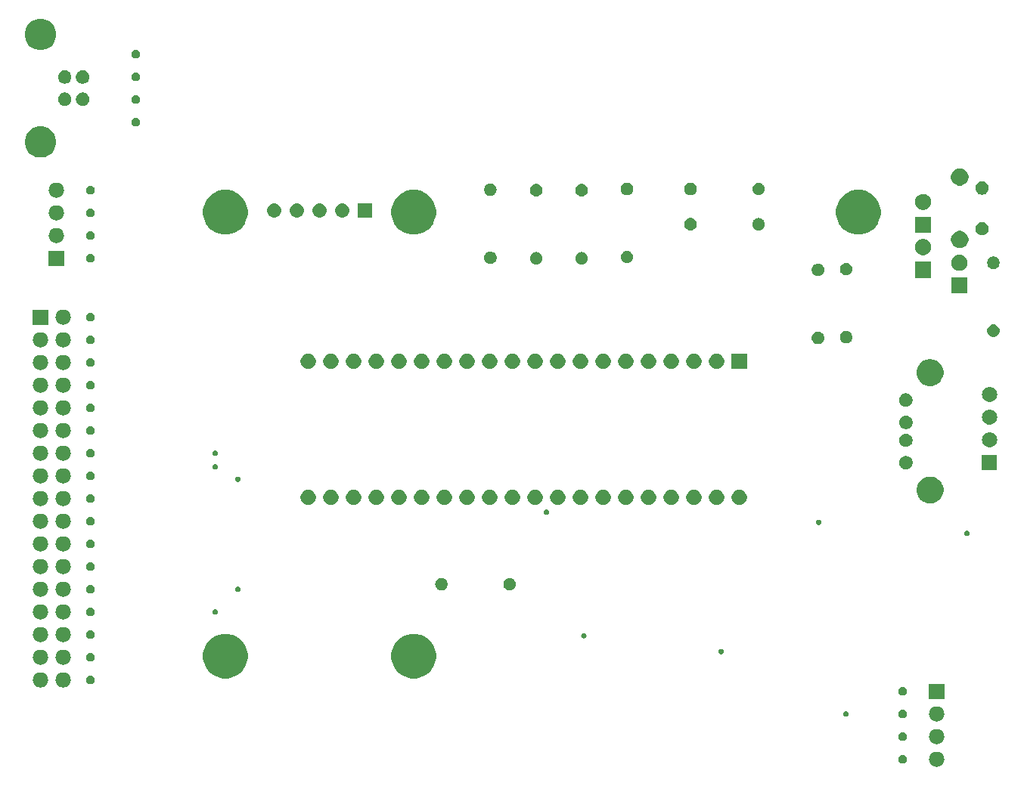
<source format=gbr>
G04 #@! TF.GenerationSoftware,KiCad,Pcbnew,(5.1.2)-2*
G04 #@! TF.CreationDate,2020-12-20T10:54:09+00:00*
G04 #@! TF.ProjectId,Greaseweazle F1 Gotek (+ USB B),47726561-7365-4776-9561-7a6c65204631,1*
G04 #@! TF.SameCoordinates,PX6312cb0PY6bcb370*
G04 #@! TF.FileFunction,Soldermask,Bot*
G04 #@! TF.FilePolarity,Negative*
%FSLAX46Y46*%
G04 Gerber Fmt 4.6, Leading zero omitted, Abs format (unit mm)*
G04 Created by KiCad (PCBNEW (5.1.2)-2) date 2020-12-20 10:54:09*
%MOMM*%
%LPD*%
G04 APERTURE LIST*
%ADD10C,0.100000*%
G04 APERTURE END LIST*
D10*
G36*
X94400627Y-8052299D02*
G01*
X94480742Y-8076601D01*
X94560855Y-8100903D01*
X94560857Y-8100904D01*
X94708518Y-8179831D01*
X94837949Y-8286051D01*
X94944169Y-8415482D01*
X95023096Y-8563143D01*
X95023097Y-8563145D01*
X95047398Y-8643258D01*
X95071701Y-8723373D01*
X95088112Y-8890000D01*
X95071701Y-9056627D01*
X95047399Y-9136742D01*
X95025562Y-9208730D01*
X95023096Y-9216857D01*
X94944169Y-9364518D01*
X94837949Y-9493949D01*
X94708518Y-9600169D01*
X94560857Y-9679096D01*
X94560855Y-9679097D01*
X94480742Y-9703399D01*
X94400627Y-9727701D01*
X94275752Y-9740000D01*
X94192248Y-9740000D01*
X94067373Y-9727701D01*
X93987258Y-9703399D01*
X93907145Y-9679097D01*
X93907143Y-9679096D01*
X93759482Y-9600169D01*
X93630051Y-9493949D01*
X93523831Y-9364518D01*
X93444904Y-9216857D01*
X93442439Y-9208730D01*
X93420601Y-9136742D01*
X93396299Y-9056627D01*
X93379888Y-8890000D01*
X93396299Y-8723373D01*
X93420602Y-8643258D01*
X93444903Y-8563145D01*
X93444904Y-8563143D01*
X93523831Y-8415482D01*
X93630051Y-8286051D01*
X93759482Y-8179831D01*
X93907143Y-8100904D01*
X93907145Y-8100903D01*
X93987258Y-8076601D01*
X94067373Y-8052299D01*
X94192248Y-8040000D01*
X94275752Y-8040000D01*
X94400627Y-8052299D01*
X94400627Y-8052299D01*
G37*
G36*
X90569843Y-8409214D02*
G01*
X90584975Y-8415482D01*
X90660839Y-8446906D01*
X90702063Y-8474451D01*
X90742730Y-8501624D01*
X90812376Y-8571270D01*
X90867095Y-8653163D01*
X90904786Y-8744157D01*
X90924000Y-8840753D01*
X90924000Y-8939247D01*
X90904786Y-9035843D01*
X90904785Y-9035845D01*
X90867094Y-9126839D01*
X90812375Y-9208731D01*
X90742731Y-9278375D01*
X90660839Y-9333094D01*
X90660838Y-9333095D01*
X90660837Y-9333095D01*
X90569843Y-9370786D01*
X90473247Y-9390000D01*
X90374753Y-9390000D01*
X90278157Y-9370786D01*
X90187163Y-9333095D01*
X90187162Y-9333095D01*
X90187161Y-9333094D01*
X90105269Y-9278375D01*
X90035625Y-9208731D01*
X89980906Y-9126839D01*
X89943215Y-9035845D01*
X89943214Y-9035843D01*
X89924000Y-8939247D01*
X89924000Y-8840753D01*
X89943214Y-8744157D01*
X89980905Y-8653163D01*
X90035624Y-8571270D01*
X90105270Y-8501624D01*
X90145937Y-8474451D01*
X90187161Y-8446906D01*
X90263025Y-8415482D01*
X90278157Y-8409214D01*
X90374753Y-8390000D01*
X90473247Y-8390000D01*
X90569843Y-8409214D01*
X90569843Y-8409214D01*
G37*
G36*
X94400627Y-5512299D02*
G01*
X94480742Y-5536602D01*
X94560855Y-5560903D01*
X94560857Y-5560904D01*
X94708518Y-5639831D01*
X94837949Y-5746051D01*
X94944169Y-5875482D01*
X95023096Y-6023143D01*
X95023097Y-6023145D01*
X95047399Y-6103258D01*
X95071701Y-6183373D01*
X95088112Y-6350000D01*
X95071701Y-6516627D01*
X95047398Y-6596742D01*
X95025562Y-6668730D01*
X95023096Y-6676857D01*
X94944169Y-6824518D01*
X94837949Y-6953949D01*
X94708518Y-7060169D01*
X94560857Y-7139096D01*
X94560855Y-7139097D01*
X94480742Y-7163398D01*
X94400627Y-7187701D01*
X94275752Y-7200000D01*
X94192248Y-7200000D01*
X94067373Y-7187701D01*
X93987258Y-7163398D01*
X93907145Y-7139097D01*
X93907143Y-7139096D01*
X93759482Y-7060169D01*
X93630051Y-6953949D01*
X93523831Y-6824518D01*
X93444904Y-6676857D01*
X93442439Y-6668730D01*
X93420602Y-6596742D01*
X93396299Y-6516627D01*
X93379888Y-6350000D01*
X93396299Y-6183373D01*
X93420601Y-6103258D01*
X93444903Y-6023145D01*
X93444904Y-6023143D01*
X93523831Y-5875482D01*
X93630051Y-5746051D01*
X93759482Y-5639831D01*
X93907143Y-5560904D01*
X93907145Y-5560903D01*
X93987258Y-5536602D01*
X94067373Y-5512299D01*
X94192248Y-5500000D01*
X94275752Y-5500000D01*
X94400627Y-5512299D01*
X94400627Y-5512299D01*
G37*
G36*
X90569843Y-5869214D02*
G01*
X90584975Y-5875482D01*
X90660839Y-5906906D01*
X90702063Y-5934451D01*
X90742730Y-5961624D01*
X90812376Y-6031270D01*
X90867095Y-6113163D01*
X90904786Y-6204157D01*
X90924000Y-6300753D01*
X90924000Y-6399247D01*
X90904786Y-6495843D01*
X90904785Y-6495845D01*
X90867094Y-6586839D01*
X90812375Y-6668731D01*
X90742731Y-6738375D01*
X90660839Y-6793094D01*
X90660838Y-6793095D01*
X90660837Y-6793095D01*
X90569843Y-6830786D01*
X90473247Y-6850000D01*
X90374753Y-6850000D01*
X90278157Y-6830786D01*
X90187163Y-6793095D01*
X90187162Y-6793095D01*
X90187161Y-6793094D01*
X90105269Y-6738375D01*
X90035625Y-6668731D01*
X89980906Y-6586839D01*
X89943215Y-6495845D01*
X89943214Y-6495843D01*
X89924000Y-6399247D01*
X89924000Y-6300753D01*
X89943214Y-6204157D01*
X89980905Y-6113163D01*
X90035624Y-6031270D01*
X90105270Y-5961624D01*
X90145937Y-5934451D01*
X90187161Y-5906906D01*
X90263025Y-5875482D01*
X90278157Y-5869214D01*
X90374753Y-5850000D01*
X90473247Y-5850000D01*
X90569843Y-5869214D01*
X90569843Y-5869214D01*
G37*
G36*
X94400627Y-2972299D02*
G01*
X94480742Y-2996601D01*
X94560855Y-3020903D01*
X94560857Y-3020904D01*
X94708518Y-3099831D01*
X94837949Y-3206051D01*
X94944169Y-3335482D01*
X95023096Y-3483143D01*
X95023097Y-3483145D01*
X95041601Y-3544147D01*
X95071701Y-3643373D01*
X95088112Y-3810000D01*
X95071701Y-3976627D01*
X95047398Y-4056742D01*
X95025562Y-4128730D01*
X95023096Y-4136857D01*
X94944169Y-4284518D01*
X94837949Y-4413949D01*
X94708518Y-4520169D01*
X94560857Y-4599096D01*
X94560855Y-4599097D01*
X94480742Y-4623398D01*
X94400627Y-4647701D01*
X94275752Y-4660000D01*
X94192248Y-4660000D01*
X94067373Y-4647701D01*
X93987258Y-4623398D01*
X93907145Y-4599097D01*
X93907143Y-4599096D01*
X93759482Y-4520169D01*
X93630051Y-4413949D01*
X93523831Y-4284518D01*
X93444904Y-4136857D01*
X93442439Y-4128730D01*
X93420602Y-4056742D01*
X93396299Y-3976627D01*
X93379888Y-3810000D01*
X93396299Y-3643373D01*
X93426399Y-3544147D01*
X93444903Y-3483145D01*
X93444904Y-3483143D01*
X93523831Y-3335482D01*
X93630051Y-3206051D01*
X93759482Y-3099831D01*
X93907143Y-3020904D01*
X93907145Y-3020903D01*
X93987258Y-2996602D01*
X94067373Y-2972299D01*
X94192248Y-2960000D01*
X94275752Y-2960000D01*
X94400627Y-2972299D01*
X94400627Y-2972299D01*
G37*
G36*
X90569843Y-3329214D02*
G01*
X90584975Y-3335482D01*
X90660839Y-3366906D01*
X90702063Y-3394451D01*
X90742730Y-3421624D01*
X90812376Y-3491270D01*
X90867095Y-3573163D01*
X90904786Y-3664157D01*
X90924000Y-3760753D01*
X90924000Y-3859247D01*
X90904786Y-3955843D01*
X90904785Y-3955845D01*
X90867094Y-4046839D01*
X90812375Y-4128731D01*
X90742731Y-4198375D01*
X90660839Y-4253094D01*
X90660838Y-4253095D01*
X90660837Y-4253095D01*
X90569843Y-4290786D01*
X90473247Y-4310000D01*
X90374753Y-4310000D01*
X90278157Y-4290786D01*
X90187163Y-4253095D01*
X90187162Y-4253095D01*
X90187161Y-4253094D01*
X90105269Y-4198375D01*
X90035625Y-4128731D01*
X89980906Y-4046839D01*
X89943215Y-3955845D01*
X89943214Y-3955843D01*
X89924000Y-3859247D01*
X89924000Y-3760753D01*
X89943214Y-3664157D01*
X89980905Y-3573163D01*
X90035624Y-3491270D01*
X90105270Y-3421624D01*
X90145937Y-3394451D01*
X90187161Y-3366906D01*
X90263025Y-3335482D01*
X90278157Y-3329214D01*
X90374753Y-3310000D01*
X90473247Y-3310000D01*
X90569843Y-3329214D01*
X90569843Y-3329214D01*
G37*
G36*
X84161507Y-3521532D02*
G01*
X84216103Y-3544147D01*
X84265239Y-3576978D01*
X84307026Y-3618765D01*
X84339857Y-3667901D01*
X84362472Y-3722497D01*
X84374000Y-3780457D01*
X84374000Y-3839551D01*
X84362472Y-3897511D01*
X84339857Y-3952107D01*
X84307026Y-4001243D01*
X84265239Y-4043030D01*
X84216103Y-4075861D01*
X84161507Y-4098476D01*
X84103547Y-4110004D01*
X84044453Y-4110004D01*
X83986493Y-4098476D01*
X83931897Y-4075861D01*
X83882761Y-4043030D01*
X83840974Y-4001243D01*
X83808143Y-3952107D01*
X83785528Y-3897511D01*
X83774000Y-3839551D01*
X83774000Y-3780457D01*
X83785528Y-3722497D01*
X83808143Y-3667901D01*
X83840974Y-3618765D01*
X83882761Y-3576978D01*
X83931897Y-3544147D01*
X83986493Y-3521532D01*
X84044453Y-3510004D01*
X84103547Y-3510004D01*
X84161507Y-3521532D01*
X84161507Y-3521532D01*
G37*
G36*
X95084000Y-2120000D02*
G01*
X93384000Y-2120000D01*
X93384000Y-420000D01*
X95084000Y-420000D01*
X95084000Y-2120000D01*
X95084000Y-2120000D01*
G37*
G36*
X90569843Y-789214D02*
G01*
X90569846Y-789215D01*
X90569845Y-789215D01*
X90660839Y-826906D01*
X90695401Y-850000D01*
X90742730Y-881624D01*
X90812376Y-951270D01*
X90867095Y-1033163D01*
X90904786Y-1124157D01*
X90924000Y-1220753D01*
X90924000Y-1319247D01*
X90904786Y-1415843D01*
X90904785Y-1415845D01*
X90867094Y-1506839D01*
X90812375Y-1588731D01*
X90742731Y-1658375D01*
X90660839Y-1713094D01*
X90660838Y-1713095D01*
X90660837Y-1713095D01*
X90569843Y-1750786D01*
X90473247Y-1770000D01*
X90374753Y-1770000D01*
X90278157Y-1750786D01*
X90187163Y-1713095D01*
X90187162Y-1713095D01*
X90187161Y-1713094D01*
X90105269Y-1658375D01*
X90035625Y-1588731D01*
X89980906Y-1506839D01*
X89943215Y-1415845D01*
X89943214Y-1415843D01*
X89924000Y-1319247D01*
X89924000Y-1220753D01*
X89943214Y-1124157D01*
X89980905Y-1033163D01*
X90035624Y-951270D01*
X90105270Y-881624D01*
X90152599Y-850000D01*
X90187161Y-826906D01*
X90278155Y-789215D01*
X90278154Y-789215D01*
X90278157Y-789214D01*
X90374753Y-770000D01*
X90473247Y-770000D01*
X90569843Y-789214D01*
X90569843Y-789214D01*
G37*
G36*
X-3389373Y837701D02*
G01*
X-3309258Y813399D01*
X-3229145Y789097D01*
X-3229143Y789096D01*
X-3081482Y710169D01*
X-2952051Y603949D01*
X-2845831Y474518D01*
X-2766904Y326857D01*
X-2766903Y326855D01*
X-2747556Y263074D01*
X-2718299Y166627D01*
X-2701888Y0D01*
X-2718299Y-166627D01*
X-2742601Y-246742D01*
X-2764438Y-318730D01*
X-2766904Y-326857D01*
X-2845831Y-474518D01*
X-2952051Y-603949D01*
X-3081482Y-710169D01*
X-3193417Y-770000D01*
X-3229145Y-789097D01*
X-3309258Y-813398D01*
X-3389373Y-837701D01*
X-3514248Y-850000D01*
X-3597752Y-850000D01*
X-3722627Y-837701D01*
X-3802742Y-813398D01*
X-3882855Y-789097D01*
X-3918583Y-770000D01*
X-4030518Y-710169D01*
X-4159949Y-603949D01*
X-4266169Y-474518D01*
X-4345096Y-326857D01*
X-4347561Y-318730D01*
X-4369399Y-246742D01*
X-4393701Y-166627D01*
X-4410112Y0D01*
X-4393701Y166627D01*
X-4364444Y263074D01*
X-4345097Y326855D01*
X-4345096Y326857D01*
X-4266169Y474518D01*
X-4159949Y603949D01*
X-4030518Y710169D01*
X-3882857Y789096D01*
X-3882855Y789097D01*
X-3802742Y813399D01*
X-3722627Y837701D01*
X-3597752Y850000D01*
X-3514248Y850000D01*
X-3389373Y837701D01*
X-3389373Y837701D01*
G37*
G36*
X-5929373Y837701D02*
G01*
X-5849258Y813399D01*
X-5769145Y789097D01*
X-5769143Y789096D01*
X-5621482Y710169D01*
X-5492051Y603949D01*
X-5385831Y474518D01*
X-5306904Y326857D01*
X-5306903Y326855D01*
X-5287556Y263074D01*
X-5258299Y166627D01*
X-5241888Y0D01*
X-5258299Y-166627D01*
X-5282601Y-246742D01*
X-5304438Y-318730D01*
X-5306904Y-326857D01*
X-5385831Y-474518D01*
X-5492051Y-603949D01*
X-5621482Y-710169D01*
X-5733417Y-770000D01*
X-5769145Y-789097D01*
X-5849258Y-813398D01*
X-5929373Y-837701D01*
X-6054248Y-850000D01*
X-6137752Y-850000D01*
X-6262627Y-837701D01*
X-6342742Y-813398D01*
X-6422855Y-789097D01*
X-6458583Y-770000D01*
X-6570518Y-710169D01*
X-6699949Y-603949D01*
X-6806169Y-474518D01*
X-6885096Y-326857D01*
X-6887561Y-318730D01*
X-6909399Y-246742D01*
X-6933701Y-166627D01*
X-6950112Y0D01*
X-6933701Y166627D01*
X-6904444Y263074D01*
X-6885097Y326855D01*
X-6885096Y326857D01*
X-6806169Y474518D01*
X-6699949Y603949D01*
X-6570518Y710169D01*
X-6422857Y789096D01*
X-6422855Y789097D01*
X-6342742Y813399D01*
X-6262627Y837701D01*
X-6137752Y850000D01*
X-6054248Y850000D01*
X-5929373Y837701D01*
X-5929373Y837701D01*
G37*
G36*
X-362157Y480786D02*
G01*
X-291522Y451528D01*
X-271161Y443094D01*
X-229937Y415549D01*
X-189270Y388376D01*
X-119624Y318730D01*
X-64905Y236837D01*
X-27214Y145843D01*
X-8000Y49247D01*
X-8000Y-49247D01*
X-27214Y-145843D01*
X-27215Y-145845D01*
X-64906Y-236839D01*
X-119625Y-318731D01*
X-189269Y-388375D01*
X-271161Y-443094D01*
X-271162Y-443095D01*
X-271163Y-443095D01*
X-362157Y-480786D01*
X-458753Y-500000D01*
X-557247Y-500000D01*
X-653843Y-480786D01*
X-744837Y-443095D01*
X-744838Y-443095D01*
X-744839Y-443094D01*
X-826731Y-388375D01*
X-896375Y-318731D01*
X-951094Y-236839D01*
X-988785Y-145845D01*
X-988786Y-145843D01*
X-1008000Y-49247D01*
X-1008000Y49247D01*
X-988786Y145843D01*
X-951095Y236837D01*
X-896376Y318730D01*
X-826730Y388376D01*
X-786063Y415549D01*
X-744839Y443094D01*
X-724478Y451528D01*
X-653843Y480786D01*
X-557247Y500000D01*
X-458753Y500000D01*
X-362157Y480786D01*
X-362157Y480786D01*
G37*
G36*
X36416222Y5070927D02*
G01*
X36746418Y4934155D01*
X36871194Y4882471D01*
X36896603Y4865493D01*
X37280656Y4608877D01*
X37628877Y4260656D01*
X37902472Y3851192D01*
X38090927Y3396222D01*
X38187000Y2913230D01*
X38187000Y2420770D01*
X38090927Y1937778D01*
X37902472Y1482808D01*
X37628877Y1073344D01*
X37280656Y725123D01*
X37258274Y710168D01*
X36871194Y451529D01*
X36871193Y451528D01*
X36871192Y451528D01*
X36416222Y263073D01*
X35933230Y167000D01*
X35440770Y167000D01*
X34957778Y263073D01*
X34502808Y451528D01*
X34502807Y451528D01*
X34502806Y451529D01*
X34115726Y710168D01*
X34093344Y725123D01*
X33745123Y1073344D01*
X33471528Y1482808D01*
X33283073Y1937778D01*
X33187000Y2420770D01*
X33187000Y2913230D01*
X33283073Y3396222D01*
X33471528Y3851192D01*
X33745123Y4260656D01*
X34093344Y4608877D01*
X34477397Y4865493D01*
X34502806Y4882471D01*
X34627582Y4934155D01*
X34957778Y5070927D01*
X35440770Y5167000D01*
X35933230Y5167000D01*
X36416222Y5070927D01*
X36416222Y5070927D01*
G37*
G36*
X15334222Y5070927D02*
G01*
X15664418Y4934155D01*
X15789194Y4882471D01*
X15814603Y4865493D01*
X16198656Y4608877D01*
X16546877Y4260656D01*
X16820472Y3851192D01*
X17008927Y3396222D01*
X17105000Y2913230D01*
X17105000Y2420770D01*
X17008927Y1937778D01*
X16820472Y1482808D01*
X16546877Y1073344D01*
X16198656Y725123D01*
X16176274Y710168D01*
X15789194Y451529D01*
X15789193Y451528D01*
X15789192Y451528D01*
X15334222Y263073D01*
X14851230Y167000D01*
X14358770Y167000D01*
X13875778Y263073D01*
X13420808Y451528D01*
X13420807Y451528D01*
X13420806Y451529D01*
X13033726Y710168D01*
X13011344Y725123D01*
X12663123Y1073344D01*
X12389528Y1482808D01*
X12201073Y1937778D01*
X12105000Y2420770D01*
X12105000Y2913230D01*
X12201073Y3396222D01*
X12389528Y3851192D01*
X12663123Y4260656D01*
X13011344Y4608877D01*
X13395397Y4865493D01*
X13420806Y4882471D01*
X13545582Y4934155D01*
X13875778Y5070927D01*
X14358770Y5167000D01*
X14851230Y5167000D01*
X15334222Y5070927D01*
X15334222Y5070927D01*
G37*
G36*
X-5929373Y3377701D02*
G01*
X-5849258Y3353398D01*
X-5769145Y3329097D01*
X-5769143Y3329096D01*
X-5621482Y3250169D01*
X-5492051Y3143949D01*
X-5385831Y3014518D01*
X-5331691Y2913230D01*
X-5306903Y2866855D01*
X-5282602Y2786742D01*
X-5258299Y2706627D01*
X-5241888Y2540000D01*
X-5258299Y2373373D01*
X-5282601Y2293258D01*
X-5304438Y2221270D01*
X-5306904Y2213143D01*
X-5385831Y2065482D01*
X-5492051Y1936051D01*
X-5621482Y1829831D01*
X-5769143Y1750904D01*
X-5769145Y1750903D01*
X-5849258Y1726602D01*
X-5929373Y1702299D01*
X-6054248Y1690000D01*
X-6137752Y1690000D01*
X-6262627Y1702299D01*
X-6342742Y1726602D01*
X-6422855Y1750903D01*
X-6422857Y1750904D01*
X-6570518Y1829831D01*
X-6699949Y1936051D01*
X-6806169Y2065482D01*
X-6885096Y2213143D01*
X-6887561Y2221270D01*
X-6909398Y2293258D01*
X-6933701Y2373373D01*
X-6950112Y2540000D01*
X-6933701Y2706627D01*
X-6909399Y2786742D01*
X-6885097Y2866855D01*
X-6860309Y2913230D01*
X-6806169Y3014518D01*
X-6699949Y3143949D01*
X-6570518Y3250169D01*
X-6422857Y3329096D01*
X-6422855Y3329097D01*
X-6342742Y3353398D01*
X-6262627Y3377701D01*
X-6137752Y3390000D01*
X-6054248Y3390000D01*
X-5929373Y3377701D01*
X-5929373Y3377701D01*
G37*
G36*
X-3389373Y3377701D02*
G01*
X-3309258Y3353398D01*
X-3229145Y3329097D01*
X-3229143Y3329096D01*
X-3081482Y3250169D01*
X-2952051Y3143949D01*
X-2845831Y3014518D01*
X-2791691Y2913230D01*
X-2766903Y2866855D01*
X-2742601Y2786742D01*
X-2718299Y2706627D01*
X-2701888Y2540000D01*
X-2718299Y2373373D01*
X-2742601Y2293258D01*
X-2764438Y2221270D01*
X-2766904Y2213143D01*
X-2845831Y2065482D01*
X-2952051Y1936051D01*
X-3081482Y1829831D01*
X-3229143Y1750904D01*
X-3229145Y1750903D01*
X-3309258Y1726602D01*
X-3389373Y1702299D01*
X-3514248Y1690000D01*
X-3597752Y1690000D01*
X-3722627Y1702299D01*
X-3802742Y1726602D01*
X-3882855Y1750903D01*
X-3882857Y1750904D01*
X-4030518Y1829831D01*
X-4159949Y1936051D01*
X-4266169Y2065482D01*
X-4345096Y2213143D01*
X-4347561Y2221270D01*
X-4369398Y2293258D01*
X-4393701Y2373373D01*
X-4410112Y2540000D01*
X-4393701Y2706627D01*
X-4369399Y2786742D01*
X-4345097Y2866855D01*
X-4320309Y2913230D01*
X-4266169Y3014518D01*
X-4159949Y3143949D01*
X-4030518Y3250169D01*
X-3882857Y3329096D01*
X-3882855Y3329097D01*
X-3802742Y3353398D01*
X-3722627Y3377701D01*
X-3597752Y3390000D01*
X-3514248Y3390000D01*
X-3389373Y3377701D01*
X-3389373Y3377701D01*
G37*
G36*
X-362157Y3020786D02*
G01*
X-271163Y2983095D01*
X-271161Y2983094D01*
X-229937Y2955549D01*
X-189270Y2928376D01*
X-119624Y2858730D01*
X-64905Y2776837D01*
X-27214Y2685843D01*
X-8000Y2589247D01*
X-8000Y2490753D01*
X-27214Y2394157D01*
X-27215Y2394155D01*
X-64906Y2303161D01*
X-119625Y2221269D01*
X-189269Y2151625D01*
X-271161Y2096906D01*
X-271162Y2096905D01*
X-271163Y2096905D01*
X-362157Y2059214D01*
X-458753Y2040000D01*
X-557247Y2040000D01*
X-653843Y2059214D01*
X-744837Y2096905D01*
X-744838Y2096905D01*
X-744839Y2096906D01*
X-826731Y2151625D01*
X-896375Y2221269D01*
X-951094Y2303161D01*
X-988785Y2394155D01*
X-988786Y2394157D01*
X-1008000Y2490753D01*
X-1008000Y2589247D01*
X-988786Y2685843D01*
X-951095Y2776837D01*
X-896376Y2858730D01*
X-826730Y2928376D01*
X-786063Y2955549D01*
X-744839Y2983094D01*
X-744837Y2983095D01*
X-653843Y3020786D01*
X-557247Y3040000D01*
X-458753Y3040000D01*
X-362157Y3020786D01*
X-362157Y3020786D01*
G37*
G36*
X70191501Y3463466D02*
G01*
X70246097Y3440851D01*
X70295233Y3408020D01*
X70337020Y3366233D01*
X70369851Y3317097D01*
X70392466Y3262501D01*
X70403994Y3204541D01*
X70403994Y3145447D01*
X70392466Y3087487D01*
X70369851Y3032891D01*
X70337020Y2983755D01*
X70295233Y2941968D01*
X70246097Y2909137D01*
X70191501Y2886522D01*
X70133541Y2874994D01*
X70074447Y2874994D01*
X70016487Y2886522D01*
X69961891Y2909137D01*
X69912755Y2941968D01*
X69870968Y2983755D01*
X69838137Y3032891D01*
X69815522Y3087487D01*
X69803994Y3145447D01*
X69803994Y3204541D01*
X69815522Y3262501D01*
X69838137Y3317097D01*
X69870968Y3366233D01*
X69912755Y3408020D01*
X69961891Y3440851D01*
X70016487Y3463466D01*
X70074447Y3474994D01*
X70133541Y3474994D01*
X70191501Y3463466D01*
X70191501Y3463466D01*
G37*
G36*
X-3389373Y5917701D02*
G01*
X-3309258Y5893399D01*
X-3229145Y5869097D01*
X-3229143Y5869096D01*
X-3081482Y5790169D01*
X-2952051Y5683949D01*
X-2845831Y5554518D01*
X-2766904Y5406857D01*
X-2766903Y5406855D01*
X-2742602Y5326742D01*
X-2718299Y5246627D01*
X-2701888Y5080000D01*
X-2718299Y4913373D01*
X-2742602Y4833258D01*
X-2764438Y4761270D01*
X-2766904Y4753143D01*
X-2845831Y4605482D01*
X-2952051Y4476051D01*
X-3081482Y4369831D01*
X-3229143Y4290904D01*
X-3229145Y4290903D01*
X-3309258Y4266601D01*
X-3389373Y4242299D01*
X-3514248Y4230000D01*
X-3597752Y4230000D01*
X-3722627Y4242299D01*
X-3802742Y4266601D01*
X-3882855Y4290903D01*
X-3882857Y4290904D01*
X-4030518Y4369831D01*
X-4159949Y4476051D01*
X-4266169Y4605482D01*
X-4345096Y4753143D01*
X-4347561Y4761270D01*
X-4369398Y4833258D01*
X-4393701Y4913373D01*
X-4410112Y5080000D01*
X-4393701Y5246627D01*
X-4369398Y5326742D01*
X-4345097Y5406855D01*
X-4345096Y5406857D01*
X-4266169Y5554518D01*
X-4159949Y5683949D01*
X-4030518Y5790169D01*
X-3882857Y5869096D01*
X-3882855Y5869097D01*
X-3802742Y5893399D01*
X-3722627Y5917701D01*
X-3597752Y5930000D01*
X-3514248Y5930000D01*
X-3389373Y5917701D01*
X-3389373Y5917701D01*
G37*
G36*
X-5929373Y5917701D02*
G01*
X-5849258Y5893399D01*
X-5769145Y5869097D01*
X-5769143Y5869096D01*
X-5621482Y5790169D01*
X-5492051Y5683949D01*
X-5385831Y5554518D01*
X-5306904Y5406857D01*
X-5306903Y5406855D01*
X-5282602Y5326742D01*
X-5258299Y5246627D01*
X-5241888Y5080000D01*
X-5258299Y4913373D01*
X-5282602Y4833258D01*
X-5304438Y4761270D01*
X-5306904Y4753143D01*
X-5385831Y4605482D01*
X-5492051Y4476051D01*
X-5621482Y4369831D01*
X-5769143Y4290904D01*
X-5769145Y4290903D01*
X-5849258Y4266601D01*
X-5929373Y4242299D01*
X-6054248Y4230000D01*
X-6137752Y4230000D01*
X-6262627Y4242299D01*
X-6342742Y4266601D01*
X-6422855Y4290903D01*
X-6422857Y4290904D01*
X-6570518Y4369831D01*
X-6699949Y4476051D01*
X-6806169Y4605482D01*
X-6885096Y4753143D01*
X-6887561Y4761270D01*
X-6909398Y4833258D01*
X-6933701Y4913373D01*
X-6950112Y5080000D01*
X-6933701Y5246627D01*
X-6909398Y5326742D01*
X-6885097Y5406855D01*
X-6885096Y5406857D01*
X-6806169Y5554518D01*
X-6699949Y5683949D01*
X-6570518Y5790169D01*
X-6422857Y5869096D01*
X-6422855Y5869097D01*
X-6342742Y5893399D01*
X-6262627Y5917701D01*
X-6137752Y5930000D01*
X-6054248Y5930000D01*
X-5929373Y5917701D01*
X-5929373Y5917701D01*
G37*
G36*
X-362157Y5560786D02*
G01*
X-347025Y5554518D01*
X-271161Y5523094D01*
X-229937Y5495549D01*
X-189270Y5468376D01*
X-119624Y5398730D01*
X-64905Y5316837D01*
X-27214Y5225843D01*
X-8000Y5129247D01*
X-8000Y5030753D01*
X-27214Y4934157D01*
X-64905Y4843163D01*
X-119624Y4761270D01*
X-189270Y4691624D01*
X-229821Y4664529D01*
X-271161Y4636906D01*
X-271162Y4636905D01*
X-271163Y4636905D01*
X-362157Y4599214D01*
X-458753Y4580000D01*
X-557247Y4580000D01*
X-653843Y4599214D01*
X-744837Y4636905D01*
X-744838Y4636905D01*
X-744839Y4636906D01*
X-786179Y4664529D01*
X-826730Y4691624D01*
X-896376Y4761270D01*
X-951095Y4843163D01*
X-988786Y4934157D01*
X-1008000Y5030753D01*
X-1008000Y5129247D01*
X-988786Y5225843D01*
X-951095Y5316837D01*
X-896376Y5398730D01*
X-826730Y5468376D01*
X-786063Y5495549D01*
X-744839Y5523094D01*
X-668975Y5554518D01*
X-653843Y5560786D01*
X-557247Y5580000D01*
X-458753Y5580000D01*
X-362157Y5560786D01*
X-362157Y5560786D01*
G37*
G36*
X54824511Y5241472D02*
G01*
X54879107Y5218857D01*
X54928243Y5186026D01*
X54970030Y5144239D01*
X55002861Y5095103D01*
X55025476Y5040507D01*
X55037004Y4982547D01*
X55037004Y4923453D01*
X55025476Y4865493D01*
X55002861Y4810897D01*
X54970030Y4761761D01*
X54928243Y4719974D01*
X54879107Y4687143D01*
X54824511Y4664528D01*
X54766551Y4653000D01*
X54707457Y4653000D01*
X54649497Y4664528D01*
X54594901Y4687143D01*
X54545765Y4719974D01*
X54503978Y4761761D01*
X54471147Y4810897D01*
X54448532Y4865493D01*
X54437004Y4923453D01*
X54437004Y4982547D01*
X54448532Y5040507D01*
X54471147Y5095103D01*
X54503978Y5144239D01*
X54545765Y5186026D01*
X54594901Y5218857D01*
X54649497Y5241472D01*
X54707457Y5253000D01*
X54766551Y5253000D01*
X54824511Y5241472D01*
X54824511Y5241472D01*
G37*
G36*
X-3389373Y8457701D02*
G01*
X-3309258Y8433398D01*
X-3229145Y8409097D01*
X-3229143Y8409096D01*
X-3081482Y8330169D01*
X-2952051Y8223949D01*
X-2845831Y8094518D01*
X-2766904Y7946857D01*
X-2766903Y7946855D01*
X-2758757Y7920000D01*
X-2718299Y7786627D01*
X-2701888Y7620000D01*
X-2718299Y7453373D01*
X-2742601Y7373258D01*
X-2764438Y7301270D01*
X-2766904Y7293143D01*
X-2845831Y7145482D01*
X-2952051Y7016051D01*
X-3081482Y6909831D01*
X-3229143Y6830904D01*
X-3229145Y6830903D01*
X-3309258Y6806601D01*
X-3389373Y6782299D01*
X-3514248Y6770000D01*
X-3597752Y6770000D01*
X-3722627Y6782299D01*
X-3802742Y6806601D01*
X-3882855Y6830903D01*
X-3882857Y6830904D01*
X-4030518Y6909831D01*
X-4159949Y7016051D01*
X-4266169Y7145482D01*
X-4345096Y7293143D01*
X-4347561Y7301270D01*
X-4369399Y7373258D01*
X-4393701Y7453373D01*
X-4410112Y7620000D01*
X-4393701Y7786627D01*
X-4353243Y7920000D01*
X-4345097Y7946855D01*
X-4345096Y7946857D01*
X-4266169Y8094518D01*
X-4159949Y8223949D01*
X-4030518Y8330169D01*
X-3882857Y8409096D01*
X-3882855Y8409097D01*
X-3802742Y8433398D01*
X-3722627Y8457701D01*
X-3597752Y8470000D01*
X-3514248Y8470000D01*
X-3389373Y8457701D01*
X-3389373Y8457701D01*
G37*
G36*
X-5929373Y8457701D02*
G01*
X-5849258Y8433398D01*
X-5769145Y8409097D01*
X-5769143Y8409096D01*
X-5621482Y8330169D01*
X-5492051Y8223949D01*
X-5385831Y8094518D01*
X-5306904Y7946857D01*
X-5306903Y7946855D01*
X-5298757Y7920000D01*
X-5258299Y7786627D01*
X-5241888Y7620000D01*
X-5258299Y7453373D01*
X-5282601Y7373258D01*
X-5304438Y7301270D01*
X-5306904Y7293143D01*
X-5385831Y7145482D01*
X-5492051Y7016051D01*
X-5621482Y6909831D01*
X-5769143Y6830904D01*
X-5769145Y6830903D01*
X-5849258Y6806601D01*
X-5929373Y6782299D01*
X-6054248Y6770000D01*
X-6137752Y6770000D01*
X-6262627Y6782299D01*
X-6342742Y6806601D01*
X-6422855Y6830903D01*
X-6422857Y6830904D01*
X-6570518Y6909831D01*
X-6699949Y7016051D01*
X-6806169Y7145482D01*
X-6885096Y7293143D01*
X-6887561Y7301270D01*
X-6909399Y7373258D01*
X-6933701Y7453373D01*
X-6950112Y7620000D01*
X-6933701Y7786627D01*
X-6893243Y7920000D01*
X-6885097Y7946855D01*
X-6885096Y7946857D01*
X-6806169Y8094518D01*
X-6699949Y8223949D01*
X-6570518Y8330169D01*
X-6422857Y8409096D01*
X-6422855Y8409097D01*
X-6342742Y8433398D01*
X-6262627Y8457701D01*
X-6137752Y8470000D01*
X-6054248Y8470000D01*
X-5929373Y8457701D01*
X-5929373Y8457701D01*
G37*
G36*
X-362157Y8100786D02*
G01*
X-347025Y8094518D01*
X-271161Y8063094D01*
X-229937Y8035549D01*
X-189270Y8008376D01*
X-119624Y7938730D01*
X-64905Y7856837D01*
X-27214Y7765843D01*
X-8000Y7669247D01*
X-8000Y7570753D01*
X-27214Y7474157D01*
X-63327Y7386973D01*
X-64906Y7383161D01*
X-119625Y7301269D01*
X-189269Y7231625D01*
X-271161Y7176906D01*
X-271162Y7176905D01*
X-271163Y7176905D01*
X-362157Y7139214D01*
X-458753Y7120000D01*
X-557247Y7120000D01*
X-653843Y7139214D01*
X-744837Y7176905D01*
X-744838Y7176905D01*
X-744839Y7176906D01*
X-826731Y7231625D01*
X-896375Y7301269D01*
X-951094Y7383161D01*
X-952673Y7386973D01*
X-988786Y7474157D01*
X-1008000Y7570753D01*
X-1008000Y7669247D01*
X-988786Y7765843D01*
X-951095Y7856837D01*
X-896376Y7938730D01*
X-826730Y8008376D01*
X-786063Y8035549D01*
X-744839Y8063094D01*
X-668975Y8094518D01*
X-653843Y8100786D01*
X-557247Y8120000D01*
X-458753Y8120000D01*
X-362157Y8100786D01*
X-362157Y8100786D01*
G37*
G36*
X13549507Y7908472D02*
G01*
X13604103Y7885857D01*
X13653239Y7853026D01*
X13695026Y7811239D01*
X13727857Y7762103D01*
X13750472Y7707507D01*
X13762000Y7649547D01*
X13762000Y7590453D01*
X13750472Y7532493D01*
X13727857Y7477897D01*
X13695026Y7428761D01*
X13653239Y7386974D01*
X13604103Y7354143D01*
X13549507Y7331528D01*
X13491547Y7320000D01*
X13432453Y7320000D01*
X13374493Y7331528D01*
X13319897Y7354143D01*
X13270761Y7386974D01*
X13228974Y7428761D01*
X13196143Y7477897D01*
X13173528Y7532493D01*
X13162000Y7590453D01*
X13162000Y7649547D01*
X13173528Y7707507D01*
X13196143Y7762103D01*
X13228974Y7811239D01*
X13270761Y7853026D01*
X13319897Y7885857D01*
X13374493Y7908472D01*
X13432453Y7920000D01*
X13491547Y7920000D01*
X13549507Y7908472D01*
X13549507Y7908472D01*
G37*
G36*
X-5929373Y10997701D02*
G01*
X-5849258Y10973399D01*
X-5769145Y10949097D01*
X-5769143Y10949096D01*
X-5621482Y10870169D01*
X-5492051Y10763949D01*
X-5385831Y10634518D01*
X-5328531Y10527318D01*
X-5306903Y10486855D01*
X-5298757Y10460000D01*
X-5258299Y10326627D01*
X-5241888Y10160000D01*
X-5258299Y9993373D01*
X-5282601Y9913258D01*
X-5304438Y9841270D01*
X-5306904Y9833143D01*
X-5385831Y9685482D01*
X-5492051Y9556051D01*
X-5621482Y9449831D01*
X-5769143Y9370904D01*
X-5769145Y9370903D01*
X-5849258Y9346601D01*
X-5929373Y9322299D01*
X-6054248Y9310000D01*
X-6137752Y9310000D01*
X-6262627Y9322299D01*
X-6342742Y9346601D01*
X-6422855Y9370903D01*
X-6422857Y9370904D01*
X-6570518Y9449831D01*
X-6699949Y9556051D01*
X-6806169Y9685482D01*
X-6885096Y9833143D01*
X-6887561Y9841270D01*
X-6909399Y9913258D01*
X-6933701Y9993373D01*
X-6950112Y10160000D01*
X-6933701Y10326627D01*
X-6893243Y10460000D01*
X-6885097Y10486855D01*
X-6863469Y10527318D01*
X-6806169Y10634518D01*
X-6699949Y10763949D01*
X-6570518Y10870169D01*
X-6422857Y10949096D01*
X-6422855Y10949097D01*
X-6342742Y10973399D01*
X-6262627Y10997701D01*
X-6137752Y11010000D01*
X-6054248Y11010000D01*
X-5929373Y10997701D01*
X-5929373Y10997701D01*
G37*
G36*
X-3389373Y10997701D02*
G01*
X-3309258Y10973399D01*
X-3229145Y10949097D01*
X-3229143Y10949096D01*
X-3081482Y10870169D01*
X-2952051Y10763949D01*
X-2845831Y10634518D01*
X-2788531Y10527318D01*
X-2766903Y10486855D01*
X-2758757Y10460000D01*
X-2718299Y10326627D01*
X-2701888Y10160000D01*
X-2718299Y9993373D01*
X-2742601Y9913258D01*
X-2764438Y9841270D01*
X-2766904Y9833143D01*
X-2845831Y9685482D01*
X-2952051Y9556051D01*
X-3081482Y9449831D01*
X-3229143Y9370904D01*
X-3229145Y9370903D01*
X-3309258Y9346601D01*
X-3389373Y9322299D01*
X-3514248Y9310000D01*
X-3597752Y9310000D01*
X-3722627Y9322299D01*
X-3802742Y9346601D01*
X-3882855Y9370903D01*
X-3882857Y9370904D01*
X-4030518Y9449831D01*
X-4159949Y9556051D01*
X-4266169Y9685482D01*
X-4345096Y9833143D01*
X-4347561Y9841270D01*
X-4369399Y9913258D01*
X-4393701Y9993373D01*
X-4410112Y10160000D01*
X-4393701Y10326627D01*
X-4353243Y10460000D01*
X-4345097Y10486855D01*
X-4323469Y10527318D01*
X-4266169Y10634518D01*
X-4159949Y10763949D01*
X-4030518Y10870169D01*
X-3882857Y10949096D01*
X-3882855Y10949097D01*
X-3802742Y10973399D01*
X-3722627Y10997701D01*
X-3597752Y11010000D01*
X-3514248Y11010000D01*
X-3389373Y10997701D01*
X-3389373Y10997701D01*
G37*
G36*
X-362157Y10640786D02*
G01*
X-347025Y10634518D01*
X-271161Y10603094D01*
X-189269Y10548375D01*
X-119625Y10478731D01*
X-66969Y10399927D01*
X-64905Y10396837D01*
X-27214Y10305843D01*
X-8000Y10209247D01*
X-8000Y10110753D01*
X-27214Y10014157D01*
X-63327Y9926973D01*
X-64906Y9923161D01*
X-119625Y9841269D01*
X-189269Y9771625D01*
X-271161Y9716906D01*
X-271162Y9716905D01*
X-271163Y9716905D01*
X-362157Y9679214D01*
X-458753Y9660000D01*
X-557247Y9660000D01*
X-653843Y9679214D01*
X-744837Y9716905D01*
X-744838Y9716905D01*
X-744839Y9716906D01*
X-826731Y9771625D01*
X-896375Y9841269D01*
X-951094Y9923161D01*
X-952673Y9926973D01*
X-988786Y10014157D01*
X-1008000Y10110753D01*
X-1008000Y10209247D01*
X-988786Y10305843D01*
X-951095Y10396837D01*
X-949030Y10399927D01*
X-896375Y10478731D01*
X-826731Y10548375D01*
X-744839Y10603094D01*
X-668975Y10634518D01*
X-653843Y10640786D01*
X-557247Y10660000D01*
X-458753Y10660000D01*
X-362157Y10640786D01*
X-362157Y10640786D01*
G37*
G36*
X16089507Y10448472D02*
G01*
X16144103Y10425857D01*
X16193239Y10393026D01*
X16235026Y10351239D01*
X16267857Y10302103D01*
X16290472Y10247507D01*
X16302000Y10189547D01*
X16302000Y10130453D01*
X16290472Y10072493D01*
X16267857Y10017897D01*
X16235026Y9968761D01*
X16193239Y9926974D01*
X16144103Y9894143D01*
X16089507Y9871528D01*
X16031547Y9860000D01*
X15972453Y9860000D01*
X15914493Y9871528D01*
X15859897Y9894143D01*
X15810761Y9926974D01*
X15768974Y9968761D01*
X15736143Y10017897D01*
X15713528Y10072493D01*
X15702000Y10130453D01*
X15702000Y10189547D01*
X15713528Y10247507D01*
X15736143Y10302103D01*
X15768974Y10351239D01*
X15810761Y10393026D01*
X15859897Y10425857D01*
X15914493Y10448472D01*
X15972453Y10460000D01*
X16031547Y10460000D01*
X16089507Y10448472D01*
X16089507Y10448472D01*
G37*
G36*
X46622682Y11404600D02*
G01*
X46750073Y11351833D01*
X46750074Y11351832D01*
X46864724Y11275226D01*
X46962226Y11177724D01*
X46962227Y11177722D01*
X47038833Y11063073D01*
X47091600Y10935682D01*
X47118500Y10800445D01*
X47118500Y10662555D01*
X47091600Y10527318D01*
X47038833Y10399927D01*
X47034222Y10393026D01*
X46962226Y10285276D01*
X46864724Y10187774D01*
X46823157Y10160000D01*
X46750073Y10111167D01*
X46622682Y10058400D01*
X46487445Y10031500D01*
X46349555Y10031500D01*
X46214318Y10058400D01*
X46086927Y10111167D01*
X46013843Y10160000D01*
X45972276Y10187774D01*
X45874774Y10285276D01*
X45802778Y10393026D01*
X45798167Y10399927D01*
X45745400Y10527318D01*
X45718500Y10662555D01*
X45718500Y10800445D01*
X45745400Y10935682D01*
X45798167Y11063073D01*
X45874773Y11177722D01*
X45874774Y11177724D01*
X45972276Y11275226D01*
X46086926Y11351832D01*
X46086927Y11351833D01*
X46214318Y11404600D01*
X46349555Y11431500D01*
X46487445Y11431500D01*
X46622682Y11404600D01*
X46622682Y11404600D01*
G37*
G36*
X38935724Y11421372D02*
G01*
X39067675Y11381345D01*
X39189281Y11316345D01*
X39295870Y11228870D01*
X39383345Y11122281D01*
X39448345Y11000675D01*
X39488372Y10868724D01*
X39501887Y10731500D01*
X39488372Y10594276D01*
X39448345Y10462325D01*
X39383345Y10340719D01*
X39295870Y10234130D01*
X39189281Y10146655D01*
X39067675Y10081655D01*
X38935724Y10041628D01*
X38832890Y10031500D01*
X38764110Y10031500D01*
X38661276Y10041628D01*
X38529325Y10081655D01*
X38407719Y10146655D01*
X38301130Y10234130D01*
X38213655Y10340719D01*
X38148655Y10462325D01*
X38108628Y10594276D01*
X38095113Y10731500D01*
X38108628Y10868724D01*
X38148655Y11000675D01*
X38213655Y11122281D01*
X38301130Y11228870D01*
X38407719Y11316345D01*
X38529325Y11381345D01*
X38661276Y11421372D01*
X38764110Y11431500D01*
X38832890Y11431500D01*
X38935724Y11421372D01*
X38935724Y11421372D01*
G37*
G36*
X-5929373Y13537701D02*
G01*
X-5849258Y13513398D01*
X-5769145Y13489097D01*
X-5769143Y13489096D01*
X-5621482Y13410169D01*
X-5492051Y13303949D01*
X-5385831Y13174518D01*
X-5306904Y13026857D01*
X-5306903Y13026855D01*
X-5282602Y12946742D01*
X-5258299Y12866627D01*
X-5241888Y12700000D01*
X-5258299Y12533373D01*
X-5282601Y12453258D01*
X-5304438Y12381270D01*
X-5306904Y12373143D01*
X-5385831Y12225482D01*
X-5492051Y12096051D01*
X-5621482Y11989831D01*
X-5769143Y11910904D01*
X-5769145Y11910903D01*
X-5849258Y11886602D01*
X-5929373Y11862299D01*
X-6054248Y11850000D01*
X-6137752Y11850000D01*
X-6262627Y11862299D01*
X-6342742Y11886602D01*
X-6422855Y11910903D01*
X-6422857Y11910904D01*
X-6570518Y11989831D01*
X-6699949Y12096051D01*
X-6806169Y12225482D01*
X-6885096Y12373143D01*
X-6887561Y12381270D01*
X-6909399Y12453258D01*
X-6933701Y12533373D01*
X-6950112Y12700000D01*
X-6933701Y12866627D01*
X-6909398Y12946742D01*
X-6885097Y13026855D01*
X-6885096Y13026857D01*
X-6806169Y13174518D01*
X-6699949Y13303949D01*
X-6570518Y13410169D01*
X-6422857Y13489096D01*
X-6422855Y13489097D01*
X-6342742Y13513398D01*
X-6262627Y13537701D01*
X-6137752Y13550000D01*
X-6054248Y13550000D01*
X-5929373Y13537701D01*
X-5929373Y13537701D01*
G37*
G36*
X-3389373Y13537701D02*
G01*
X-3309258Y13513398D01*
X-3229145Y13489097D01*
X-3229143Y13489096D01*
X-3081482Y13410169D01*
X-2952051Y13303949D01*
X-2845831Y13174518D01*
X-2766904Y13026857D01*
X-2766903Y13026855D01*
X-2742602Y12946742D01*
X-2718299Y12866627D01*
X-2701888Y12700000D01*
X-2718299Y12533373D01*
X-2742601Y12453258D01*
X-2764438Y12381270D01*
X-2766904Y12373143D01*
X-2845831Y12225482D01*
X-2952051Y12096051D01*
X-3081482Y11989831D01*
X-3229143Y11910904D01*
X-3229145Y11910903D01*
X-3309258Y11886602D01*
X-3389373Y11862299D01*
X-3514248Y11850000D01*
X-3597752Y11850000D01*
X-3722627Y11862299D01*
X-3802742Y11886602D01*
X-3882855Y11910903D01*
X-3882857Y11910904D01*
X-4030518Y11989831D01*
X-4159949Y12096051D01*
X-4266169Y12225482D01*
X-4345096Y12373143D01*
X-4347561Y12381270D01*
X-4369399Y12453258D01*
X-4393701Y12533373D01*
X-4410112Y12700000D01*
X-4393701Y12866627D01*
X-4369398Y12946742D01*
X-4345097Y13026855D01*
X-4345096Y13026857D01*
X-4266169Y13174518D01*
X-4159949Y13303949D01*
X-4030518Y13410169D01*
X-3882857Y13489096D01*
X-3882855Y13489097D01*
X-3802742Y13513398D01*
X-3722627Y13537701D01*
X-3597752Y13550000D01*
X-3514248Y13550000D01*
X-3389373Y13537701D01*
X-3389373Y13537701D01*
G37*
G36*
X-362157Y13180786D02*
G01*
X-347025Y13174518D01*
X-271161Y13143094D01*
X-229937Y13115549D01*
X-189270Y13088376D01*
X-119624Y13018730D01*
X-64905Y12936837D01*
X-27214Y12845843D01*
X-8000Y12749247D01*
X-8000Y12650753D01*
X-27214Y12554157D01*
X-27215Y12554155D01*
X-64906Y12463161D01*
X-119625Y12381269D01*
X-189269Y12311625D01*
X-271161Y12256906D01*
X-271162Y12256905D01*
X-271163Y12256905D01*
X-362157Y12219214D01*
X-458753Y12200000D01*
X-557247Y12200000D01*
X-653843Y12219214D01*
X-744837Y12256905D01*
X-744838Y12256905D01*
X-744839Y12256906D01*
X-826731Y12311625D01*
X-896375Y12381269D01*
X-951094Y12463161D01*
X-988785Y12554155D01*
X-988786Y12554157D01*
X-1008000Y12650753D01*
X-1008000Y12749247D01*
X-988786Y12845843D01*
X-951095Y12936837D01*
X-896376Y13018730D01*
X-826730Y13088376D01*
X-786063Y13115549D01*
X-744839Y13143094D01*
X-668975Y13174518D01*
X-653843Y13180786D01*
X-557247Y13200000D01*
X-458753Y13200000D01*
X-362157Y13180786D01*
X-362157Y13180786D01*
G37*
G36*
X-3389373Y16077701D02*
G01*
X-3309258Y16053399D01*
X-3229145Y16029097D01*
X-3229143Y16029096D01*
X-3081482Y15950169D01*
X-2952051Y15843949D01*
X-2845831Y15714518D01*
X-2766904Y15566857D01*
X-2766903Y15566855D01*
X-2742602Y15486742D01*
X-2718299Y15406627D01*
X-2701888Y15240000D01*
X-2718299Y15073373D01*
X-2742601Y14993258D01*
X-2764438Y14921270D01*
X-2766904Y14913143D01*
X-2845831Y14765482D01*
X-2952051Y14636051D01*
X-3081482Y14529831D01*
X-3229143Y14450904D01*
X-3229145Y14450903D01*
X-3309258Y14426602D01*
X-3389373Y14402299D01*
X-3514248Y14390000D01*
X-3597752Y14390000D01*
X-3722627Y14402299D01*
X-3802742Y14426602D01*
X-3882855Y14450903D01*
X-3882857Y14450904D01*
X-4030518Y14529831D01*
X-4159949Y14636051D01*
X-4266169Y14765482D01*
X-4345096Y14913143D01*
X-4347561Y14921270D01*
X-4369399Y14993258D01*
X-4393701Y15073373D01*
X-4410112Y15240000D01*
X-4393701Y15406627D01*
X-4369398Y15486742D01*
X-4345097Y15566855D01*
X-4345096Y15566857D01*
X-4266169Y15714518D01*
X-4159949Y15843949D01*
X-4030518Y15950169D01*
X-3882857Y16029096D01*
X-3882855Y16029097D01*
X-3802742Y16053399D01*
X-3722627Y16077701D01*
X-3597752Y16090000D01*
X-3514248Y16090000D01*
X-3389373Y16077701D01*
X-3389373Y16077701D01*
G37*
G36*
X-5929373Y16077701D02*
G01*
X-5849258Y16053399D01*
X-5769145Y16029097D01*
X-5769143Y16029096D01*
X-5621482Y15950169D01*
X-5492051Y15843949D01*
X-5385831Y15714518D01*
X-5306904Y15566857D01*
X-5306903Y15566855D01*
X-5282602Y15486742D01*
X-5258299Y15406627D01*
X-5241888Y15240000D01*
X-5258299Y15073373D01*
X-5282601Y14993258D01*
X-5304438Y14921270D01*
X-5306904Y14913143D01*
X-5385831Y14765482D01*
X-5492051Y14636051D01*
X-5621482Y14529831D01*
X-5769143Y14450904D01*
X-5769145Y14450903D01*
X-5849258Y14426602D01*
X-5929373Y14402299D01*
X-6054248Y14390000D01*
X-6137752Y14390000D01*
X-6262627Y14402299D01*
X-6342742Y14426602D01*
X-6422855Y14450903D01*
X-6422857Y14450904D01*
X-6570518Y14529831D01*
X-6699949Y14636051D01*
X-6806169Y14765482D01*
X-6885096Y14913143D01*
X-6887561Y14921270D01*
X-6909399Y14993258D01*
X-6933701Y15073373D01*
X-6950112Y15240000D01*
X-6933701Y15406627D01*
X-6909398Y15486742D01*
X-6885097Y15566855D01*
X-6885096Y15566857D01*
X-6806169Y15714518D01*
X-6699949Y15843949D01*
X-6570518Y15950169D01*
X-6422857Y16029096D01*
X-6422855Y16029097D01*
X-6342742Y16053399D01*
X-6262627Y16077701D01*
X-6137752Y16090000D01*
X-6054248Y16090000D01*
X-5929373Y16077701D01*
X-5929373Y16077701D01*
G37*
G36*
X-362157Y15720786D02*
G01*
X-347025Y15714518D01*
X-271161Y15683094D01*
X-229937Y15655549D01*
X-189270Y15628376D01*
X-119624Y15558730D01*
X-64905Y15476837D01*
X-27214Y15385843D01*
X-8000Y15289247D01*
X-8000Y15190753D01*
X-27214Y15094157D01*
X-27215Y15094155D01*
X-64906Y15003161D01*
X-119625Y14921269D01*
X-189269Y14851625D01*
X-271161Y14796906D01*
X-271162Y14796905D01*
X-271163Y14796905D01*
X-362157Y14759214D01*
X-458753Y14740000D01*
X-557247Y14740000D01*
X-653843Y14759214D01*
X-744837Y14796905D01*
X-744838Y14796905D01*
X-744839Y14796906D01*
X-826731Y14851625D01*
X-896375Y14921269D01*
X-951094Y15003161D01*
X-988785Y15094155D01*
X-988786Y15094157D01*
X-1008000Y15190753D01*
X-1008000Y15289247D01*
X-988786Y15385843D01*
X-951095Y15476837D01*
X-896376Y15558730D01*
X-826730Y15628376D01*
X-786063Y15655549D01*
X-744839Y15683094D01*
X-668975Y15714518D01*
X-653843Y15720786D01*
X-557247Y15740000D01*
X-458753Y15740000D01*
X-362157Y15720786D01*
X-362157Y15720786D01*
G37*
G36*
X97699707Y16722272D02*
G01*
X97754303Y16699657D01*
X97803439Y16666826D01*
X97845226Y16625039D01*
X97878057Y16575903D01*
X97900672Y16521307D01*
X97912200Y16463347D01*
X97912200Y16404253D01*
X97900672Y16346293D01*
X97878057Y16291697D01*
X97845226Y16242561D01*
X97803439Y16200774D01*
X97754303Y16167943D01*
X97699707Y16145328D01*
X97641747Y16133800D01*
X97582653Y16133800D01*
X97524693Y16145328D01*
X97470097Y16167943D01*
X97420961Y16200774D01*
X97379174Y16242561D01*
X97346343Y16291697D01*
X97323728Y16346293D01*
X97312200Y16404253D01*
X97312200Y16463347D01*
X97323728Y16521307D01*
X97346343Y16575903D01*
X97379174Y16625039D01*
X97420961Y16666826D01*
X97470097Y16699657D01*
X97524693Y16722272D01*
X97582653Y16733800D01*
X97641747Y16733800D01*
X97699707Y16722272D01*
X97699707Y16722272D01*
G37*
G36*
X-3389373Y18617701D02*
G01*
X-3309258Y18593398D01*
X-3229145Y18569097D01*
X-3229143Y18569096D01*
X-3081482Y18490169D01*
X-2952051Y18383949D01*
X-2845831Y18254518D01*
X-2766904Y18106857D01*
X-2766903Y18106855D01*
X-2742601Y18026742D01*
X-2718299Y17946627D01*
X-2701888Y17780000D01*
X-2718299Y17613373D01*
X-2742602Y17533258D01*
X-2764438Y17461270D01*
X-2766904Y17453143D01*
X-2845831Y17305482D01*
X-2952051Y17176051D01*
X-3081482Y17069831D01*
X-3229143Y16990904D01*
X-3229145Y16990903D01*
X-3309258Y16966601D01*
X-3389373Y16942299D01*
X-3514248Y16930000D01*
X-3597752Y16930000D01*
X-3722627Y16942299D01*
X-3802742Y16966601D01*
X-3882855Y16990903D01*
X-3882857Y16990904D01*
X-4030518Y17069831D01*
X-4159949Y17176051D01*
X-4266169Y17305482D01*
X-4345096Y17453143D01*
X-4347561Y17461270D01*
X-4369398Y17533258D01*
X-4393701Y17613373D01*
X-4410112Y17780000D01*
X-4393701Y17946627D01*
X-4369399Y18026742D01*
X-4345097Y18106855D01*
X-4345096Y18106857D01*
X-4266169Y18254518D01*
X-4159949Y18383949D01*
X-4030518Y18490169D01*
X-3882857Y18569096D01*
X-3882855Y18569097D01*
X-3802742Y18593398D01*
X-3722627Y18617701D01*
X-3597752Y18630000D01*
X-3514248Y18630000D01*
X-3389373Y18617701D01*
X-3389373Y18617701D01*
G37*
G36*
X-5929373Y18617701D02*
G01*
X-5849258Y18593398D01*
X-5769145Y18569097D01*
X-5769143Y18569096D01*
X-5621482Y18490169D01*
X-5492051Y18383949D01*
X-5385831Y18254518D01*
X-5306904Y18106857D01*
X-5306903Y18106855D01*
X-5282601Y18026742D01*
X-5258299Y17946627D01*
X-5241888Y17780000D01*
X-5258299Y17613373D01*
X-5282602Y17533258D01*
X-5304438Y17461270D01*
X-5306904Y17453143D01*
X-5385831Y17305482D01*
X-5492051Y17176051D01*
X-5621482Y17069831D01*
X-5769143Y16990904D01*
X-5769145Y16990903D01*
X-5849258Y16966601D01*
X-5929373Y16942299D01*
X-6054248Y16930000D01*
X-6137752Y16930000D01*
X-6262627Y16942299D01*
X-6342742Y16966601D01*
X-6422855Y16990903D01*
X-6422857Y16990904D01*
X-6570518Y17069831D01*
X-6699949Y17176051D01*
X-6806169Y17305482D01*
X-6885096Y17453143D01*
X-6887561Y17461270D01*
X-6909398Y17533258D01*
X-6933701Y17613373D01*
X-6950112Y17780000D01*
X-6933701Y17946627D01*
X-6909399Y18026742D01*
X-6885097Y18106855D01*
X-6885096Y18106857D01*
X-6806169Y18254518D01*
X-6699949Y18383949D01*
X-6570518Y18490169D01*
X-6422857Y18569096D01*
X-6422855Y18569097D01*
X-6342742Y18593398D01*
X-6262627Y18617701D01*
X-6137752Y18630000D01*
X-6054248Y18630000D01*
X-5929373Y18617701D01*
X-5929373Y18617701D01*
G37*
G36*
X-362157Y18260786D02*
G01*
X-347025Y18254518D01*
X-271161Y18223094D01*
X-229937Y18195549D01*
X-189270Y18168376D01*
X-119624Y18098730D01*
X-64905Y18016837D01*
X-27214Y17925843D01*
X-8000Y17829247D01*
X-8000Y17730753D01*
X-27214Y17634157D01*
X-64905Y17543163D01*
X-119624Y17461270D01*
X-189270Y17391624D01*
X-229821Y17364529D01*
X-271161Y17336906D01*
X-271162Y17336905D01*
X-271163Y17336905D01*
X-362157Y17299214D01*
X-458753Y17280000D01*
X-557247Y17280000D01*
X-653843Y17299214D01*
X-744837Y17336905D01*
X-744838Y17336905D01*
X-744839Y17336906D01*
X-786179Y17364529D01*
X-826730Y17391624D01*
X-896376Y17461270D01*
X-951095Y17543163D01*
X-988786Y17634157D01*
X-1008000Y17730753D01*
X-1008000Y17829247D01*
X-988786Y17925843D01*
X-951095Y18016837D01*
X-896376Y18098730D01*
X-826730Y18168376D01*
X-786063Y18195549D01*
X-744839Y18223094D01*
X-668975Y18254518D01*
X-653843Y18260786D01*
X-557247Y18280000D01*
X-458753Y18280000D01*
X-362157Y18260786D01*
X-362157Y18260786D01*
G37*
G36*
X81113507Y17941472D02*
G01*
X81168103Y17918857D01*
X81217239Y17886026D01*
X81259026Y17844239D01*
X81291857Y17795103D01*
X81314472Y17740507D01*
X81326000Y17682547D01*
X81326000Y17623453D01*
X81314472Y17565493D01*
X81291857Y17510897D01*
X81259026Y17461761D01*
X81217239Y17419974D01*
X81168103Y17387143D01*
X81113507Y17364528D01*
X81055547Y17353000D01*
X80996453Y17353000D01*
X80938493Y17364528D01*
X80883897Y17387143D01*
X80834761Y17419974D01*
X80792974Y17461761D01*
X80760143Y17510897D01*
X80737528Y17565493D01*
X80726000Y17623453D01*
X80726000Y17682547D01*
X80737528Y17740507D01*
X80760143Y17795103D01*
X80792974Y17844239D01*
X80834761Y17886026D01*
X80883897Y17918857D01*
X80938493Y17941472D01*
X80996453Y17953000D01*
X81055547Y17953000D01*
X81113507Y17941472D01*
X81113507Y17941472D01*
G37*
G36*
X50633507Y19084472D02*
G01*
X50688103Y19061857D01*
X50737239Y19029026D01*
X50779026Y18987239D01*
X50811857Y18938103D01*
X50834472Y18883507D01*
X50846000Y18825547D01*
X50846000Y18766453D01*
X50834472Y18708493D01*
X50811857Y18653897D01*
X50779026Y18604761D01*
X50737239Y18562974D01*
X50688103Y18530143D01*
X50633507Y18507528D01*
X50575547Y18496000D01*
X50516453Y18496000D01*
X50458493Y18507528D01*
X50403897Y18530143D01*
X50354761Y18562974D01*
X50312974Y18604761D01*
X50280143Y18653897D01*
X50257528Y18708493D01*
X50246000Y18766453D01*
X50246000Y18825547D01*
X50257528Y18883507D01*
X50280143Y18938103D01*
X50312974Y18987239D01*
X50354761Y19029026D01*
X50403897Y19061857D01*
X50458493Y19084472D01*
X50516453Y19096000D01*
X50575547Y19096000D01*
X50633507Y19084472D01*
X50633507Y19084472D01*
G37*
G36*
X-3389373Y21157701D02*
G01*
X-3309258Y21133398D01*
X-3229145Y21109097D01*
X-3229143Y21109096D01*
X-3081482Y21030169D01*
X-2952051Y20923949D01*
X-2845831Y20794518D01*
X-2766904Y20646857D01*
X-2766903Y20646855D01*
X-2742602Y20566742D01*
X-2718299Y20486627D01*
X-2701888Y20320000D01*
X-2718299Y20153373D01*
X-2742602Y20073258D01*
X-2764438Y20001270D01*
X-2766904Y19993143D01*
X-2845831Y19845482D01*
X-2952051Y19716051D01*
X-3081482Y19609831D01*
X-3229143Y19530904D01*
X-3229145Y19530903D01*
X-3309258Y19506602D01*
X-3389373Y19482299D01*
X-3514248Y19470000D01*
X-3597752Y19470000D01*
X-3722627Y19482299D01*
X-3802742Y19506602D01*
X-3882855Y19530903D01*
X-3882857Y19530904D01*
X-4030518Y19609831D01*
X-4159949Y19716051D01*
X-4266169Y19845482D01*
X-4345096Y19993143D01*
X-4347561Y20001270D01*
X-4369398Y20073258D01*
X-4393701Y20153373D01*
X-4410112Y20320000D01*
X-4393701Y20486627D01*
X-4369398Y20566742D01*
X-4345097Y20646855D01*
X-4345096Y20646857D01*
X-4266169Y20794518D01*
X-4159949Y20923949D01*
X-4030518Y21030169D01*
X-3882857Y21109096D01*
X-3882855Y21109097D01*
X-3802742Y21133398D01*
X-3722627Y21157701D01*
X-3597752Y21170000D01*
X-3514248Y21170000D01*
X-3389373Y21157701D01*
X-3389373Y21157701D01*
G37*
G36*
X-5929373Y21157701D02*
G01*
X-5849258Y21133398D01*
X-5769145Y21109097D01*
X-5769143Y21109096D01*
X-5621482Y21030169D01*
X-5492051Y20923949D01*
X-5385831Y20794518D01*
X-5306904Y20646857D01*
X-5306903Y20646855D01*
X-5282602Y20566742D01*
X-5258299Y20486627D01*
X-5241888Y20320000D01*
X-5258299Y20153373D01*
X-5282602Y20073258D01*
X-5304438Y20001270D01*
X-5306904Y19993143D01*
X-5385831Y19845482D01*
X-5492051Y19716051D01*
X-5621482Y19609831D01*
X-5769143Y19530904D01*
X-5769145Y19530903D01*
X-5849258Y19506602D01*
X-5929373Y19482299D01*
X-6054248Y19470000D01*
X-6137752Y19470000D01*
X-6262627Y19482299D01*
X-6342742Y19506602D01*
X-6422855Y19530903D01*
X-6422857Y19530904D01*
X-6570518Y19609831D01*
X-6699949Y19716051D01*
X-6806169Y19845482D01*
X-6885096Y19993143D01*
X-6887561Y20001270D01*
X-6909398Y20073258D01*
X-6933701Y20153373D01*
X-6950112Y20320000D01*
X-6933701Y20486627D01*
X-6909398Y20566742D01*
X-6885097Y20646855D01*
X-6885096Y20646857D01*
X-6806169Y20794518D01*
X-6699949Y20923949D01*
X-6570518Y21030169D01*
X-6422857Y21109096D01*
X-6422855Y21109097D01*
X-6342742Y21133398D01*
X-6262627Y21157701D01*
X-6137752Y21170000D01*
X-6054248Y21170000D01*
X-5929373Y21157701D01*
X-5929373Y21157701D01*
G37*
G36*
X24123935Y21264336D02*
G01*
X24278624Y21200261D01*
X24278626Y21200260D01*
X24417844Y21107238D01*
X24536238Y20988844D01*
X24629260Y20849626D01*
X24629261Y20849624D01*
X24693336Y20694935D01*
X24726000Y20530719D01*
X24726000Y20363281D01*
X24693336Y20199065D01*
X24645327Y20083163D01*
X24629260Y20044374D01*
X24536238Y19905156D01*
X24417844Y19786762D01*
X24278626Y19693740D01*
X24278625Y19693739D01*
X24278624Y19693739D01*
X24123935Y19629664D01*
X23959719Y19597000D01*
X23792281Y19597000D01*
X23628065Y19629664D01*
X23473376Y19693739D01*
X23473375Y19693739D01*
X23473374Y19693740D01*
X23334156Y19786762D01*
X23215762Y19905156D01*
X23122740Y20044374D01*
X23106673Y20083163D01*
X23058664Y20199065D01*
X23026000Y20363281D01*
X23026000Y20530719D01*
X23058664Y20694935D01*
X23122739Y20849624D01*
X23122740Y20849626D01*
X23215762Y20988844D01*
X23334156Y21107238D01*
X23473374Y21200260D01*
X23473376Y21200261D01*
X23628065Y21264336D01*
X23792281Y21297000D01*
X23959719Y21297000D01*
X24123935Y21264336D01*
X24123935Y21264336D01*
G37*
G36*
X54603935Y21264336D02*
G01*
X54758624Y21200261D01*
X54758626Y21200260D01*
X54897844Y21107238D01*
X55016238Y20988844D01*
X55109260Y20849626D01*
X55109261Y20849624D01*
X55173336Y20694935D01*
X55206000Y20530719D01*
X55206000Y20363281D01*
X55173336Y20199065D01*
X55125327Y20083163D01*
X55109260Y20044374D01*
X55016238Y19905156D01*
X54897844Y19786762D01*
X54758626Y19693740D01*
X54758625Y19693739D01*
X54758624Y19693739D01*
X54603935Y19629664D01*
X54439719Y19597000D01*
X54272281Y19597000D01*
X54108065Y19629664D01*
X53953376Y19693739D01*
X53953375Y19693739D01*
X53953374Y19693740D01*
X53814156Y19786762D01*
X53695762Y19905156D01*
X53602740Y20044374D01*
X53586673Y20083163D01*
X53538664Y20199065D01*
X53506000Y20363281D01*
X53506000Y20530719D01*
X53538664Y20694935D01*
X53602739Y20849624D01*
X53602740Y20849626D01*
X53695762Y20988844D01*
X53814156Y21107238D01*
X53953374Y21200260D01*
X53953376Y21200261D01*
X54108065Y21264336D01*
X54272281Y21297000D01*
X54439719Y21297000D01*
X54603935Y21264336D01*
X54603935Y21264336D01*
G37*
G36*
X69843935Y21264336D02*
G01*
X69998624Y21200261D01*
X69998626Y21200260D01*
X70137844Y21107238D01*
X70256238Y20988844D01*
X70349260Y20849626D01*
X70349261Y20849624D01*
X70413336Y20694935D01*
X70446000Y20530719D01*
X70446000Y20363281D01*
X70413336Y20199065D01*
X70365327Y20083163D01*
X70349260Y20044374D01*
X70256238Y19905156D01*
X70137844Y19786762D01*
X69998626Y19693740D01*
X69998625Y19693739D01*
X69998624Y19693739D01*
X69843935Y19629664D01*
X69679719Y19597000D01*
X69512281Y19597000D01*
X69348065Y19629664D01*
X69193376Y19693739D01*
X69193375Y19693739D01*
X69193374Y19693740D01*
X69054156Y19786762D01*
X68935762Y19905156D01*
X68842740Y20044374D01*
X68826673Y20083163D01*
X68778664Y20199065D01*
X68746000Y20363281D01*
X68746000Y20530719D01*
X68778664Y20694935D01*
X68842739Y20849624D01*
X68842740Y20849626D01*
X68935762Y20988844D01*
X69054156Y21107238D01*
X69193374Y21200260D01*
X69193376Y21200261D01*
X69348065Y21264336D01*
X69512281Y21297000D01*
X69679719Y21297000D01*
X69843935Y21264336D01*
X69843935Y21264336D01*
G37*
G36*
X67303935Y21264336D02*
G01*
X67458624Y21200261D01*
X67458626Y21200260D01*
X67597844Y21107238D01*
X67716238Y20988844D01*
X67809260Y20849626D01*
X67809261Y20849624D01*
X67873336Y20694935D01*
X67906000Y20530719D01*
X67906000Y20363281D01*
X67873336Y20199065D01*
X67825327Y20083163D01*
X67809260Y20044374D01*
X67716238Y19905156D01*
X67597844Y19786762D01*
X67458626Y19693740D01*
X67458625Y19693739D01*
X67458624Y19693739D01*
X67303935Y19629664D01*
X67139719Y19597000D01*
X66972281Y19597000D01*
X66808065Y19629664D01*
X66653376Y19693739D01*
X66653375Y19693739D01*
X66653374Y19693740D01*
X66514156Y19786762D01*
X66395762Y19905156D01*
X66302740Y20044374D01*
X66286673Y20083163D01*
X66238664Y20199065D01*
X66206000Y20363281D01*
X66206000Y20530719D01*
X66238664Y20694935D01*
X66302739Y20849624D01*
X66302740Y20849626D01*
X66395762Y20988844D01*
X66514156Y21107238D01*
X66653374Y21200260D01*
X66653376Y21200261D01*
X66808065Y21264336D01*
X66972281Y21297000D01*
X67139719Y21297000D01*
X67303935Y21264336D01*
X67303935Y21264336D01*
G37*
G36*
X64763935Y21264336D02*
G01*
X64918624Y21200261D01*
X64918626Y21200260D01*
X65057844Y21107238D01*
X65176238Y20988844D01*
X65269260Y20849626D01*
X65269261Y20849624D01*
X65333336Y20694935D01*
X65366000Y20530719D01*
X65366000Y20363281D01*
X65333336Y20199065D01*
X65285327Y20083163D01*
X65269260Y20044374D01*
X65176238Y19905156D01*
X65057844Y19786762D01*
X64918626Y19693740D01*
X64918625Y19693739D01*
X64918624Y19693739D01*
X64763935Y19629664D01*
X64599719Y19597000D01*
X64432281Y19597000D01*
X64268065Y19629664D01*
X64113376Y19693739D01*
X64113375Y19693739D01*
X64113374Y19693740D01*
X63974156Y19786762D01*
X63855762Y19905156D01*
X63762740Y20044374D01*
X63746673Y20083163D01*
X63698664Y20199065D01*
X63666000Y20363281D01*
X63666000Y20530719D01*
X63698664Y20694935D01*
X63762739Y20849624D01*
X63762740Y20849626D01*
X63855762Y20988844D01*
X63974156Y21107238D01*
X64113374Y21200260D01*
X64113376Y21200261D01*
X64268065Y21264336D01*
X64432281Y21297000D01*
X64599719Y21297000D01*
X64763935Y21264336D01*
X64763935Y21264336D01*
G37*
G36*
X62223935Y21264336D02*
G01*
X62378624Y21200261D01*
X62378626Y21200260D01*
X62517844Y21107238D01*
X62636238Y20988844D01*
X62729260Y20849626D01*
X62729261Y20849624D01*
X62793336Y20694935D01*
X62826000Y20530719D01*
X62826000Y20363281D01*
X62793336Y20199065D01*
X62745327Y20083163D01*
X62729260Y20044374D01*
X62636238Y19905156D01*
X62517844Y19786762D01*
X62378626Y19693740D01*
X62378625Y19693739D01*
X62378624Y19693739D01*
X62223935Y19629664D01*
X62059719Y19597000D01*
X61892281Y19597000D01*
X61728065Y19629664D01*
X61573376Y19693739D01*
X61573375Y19693739D01*
X61573374Y19693740D01*
X61434156Y19786762D01*
X61315762Y19905156D01*
X61222740Y20044374D01*
X61206673Y20083163D01*
X61158664Y20199065D01*
X61126000Y20363281D01*
X61126000Y20530719D01*
X61158664Y20694935D01*
X61222739Y20849624D01*
X61222740Y20849626D01*
X61315762Y20988844D01*
X61434156Y21107238D01*
X61573374Y21200260D01*
X61573376Y21200261D01*
X61728065Y21264336D01*
X61892281Y21297000D01*
X62059719Y21297000D01*
X62223935Y21264336D01*
X62223935Y21264336D01*
G37*
G36*
X59683935Y21264336D02*
G01*
X59838624Y21200261D01*
X59838626Y21200260D01*
X59977844Y21107238D01*
X60096238Y20988844D01*
X60189260Y20849626D01*
X60189261Y20849624D01*
X60253336Y20694935D01*
X60286000Y20530719D01*
X60286000Y20363281D01*
X60253336Y20199065D01*
X60205327Y20083163D01*
X60189260Y20044374D01*
X60096238Y19905156D01*
X59977844Y19786762D01*
X59838626Y19693740D01*
X59838625Y19693739D01*
X59838624Y19693739D01*
X59683935Y19629664D01*
X59519719Y19597000D01*
X59352281Y19597000D01*
X59188065Y19629664D01*
X59033376Y19693739D01*
X59033375Y19693739D01*
X59033374Y19693740D01*
X58894156Y19786762D01*
X58775762Y19905156D01*
X58682740Y20044374D01*
X58666673Y20083163D01*
X58618664Y20199065D01*
X58586000Y20363281D01*
X58586000Y20530719D01*
X58618664Y20694935D01*
X58682739Y20849624D01*
X58682740Y20849626D01*
X58775762Y20988844D01*
X58894156Y21107238D01*
X59033374Y21200260D01*
X59033376Y21200261D01*
X59188065Y21264336D01*
X59352281Y21297000D01*
X59519719Y21297000D01*
X59683935Y21264336D01*
X59683935Y21264336D01*
G37*
G36*
X57143935Y21264336D02*
G01*
X57298624Y21200261D01*
X57298626Y21200260D01*
X57437844Y21107238D01*
X57556238Y20988844D01*
X57649260Y20849626D01*
X57649261Y20849624D01*
X57713336Y20694935D01*
X57746000Y20530719D01*
X57746000Y20363281D01*
X57713336Y20199065D01*
X57665327Y20083163D01*
X57649260Y20044374D01*
X57556238Y19905156D01*
X57437844Y19786762D01*
X57298626Y19693740D01*
X57298625Y19693739D01*
X57298624Y19693739D01*
X57143935Y19629664D01*
X56979719Y19597000D01*
X56812281Y19597000D01*
X56648065Y19629664D01*
X56493376Y19693739D01*
X56493375Y19693739D01*
X56493374Y19693740D01*
X56354156Y19786762D01*
X56235762Y19905156D01*
X56142740Y20044374D01*
X56126673Y20083163D01*
X56078664Y20199065D01*
X56046000Y20363281D01*
X56046000Y20530719D01*
X56078664Y20694935D01*
X56142739Y20849624D01*
X56142740Y20849626D01*
X56235762Y20988844D01*
X56354156Y21107238D01*
X56493374Y21200260D01*
X56493376Y21200261D01*
X56648065Y21264336D01*
X56812281Y21297000D01*
X56979719Y21297000D01*
X57143935Y21264336D01*
X57143935Y21264336D01*
G37*
G36*
X52063935Y21264336D02*
G01*
X52218624Y21200261D01*
X52218626Y21200260D01*
X52357844Y21107238D01*
X52476238Y20988844D01*
X52569260Y20849626D01*
X52569261Y20849624D01*
X52633336Y20694935D01*
X52666000Y20530719D01*
X52666000Y20363281D01*
X52633336Y20199065D01*
X52585327Y20083163D01*
X52569260Y20044374D01*
X52476238Y19905156D01*
X52357844Y19786762D01*
X52218626Y19693740D01*
X52218625Y19693739D01*
X52218624Y19693739D01*
X52063935Y19629664D01*
X51899719Y19597000D01*
X51732281Y19597000D01*
X51568065Y19629664D01*
X51413376Y19693739D01*
X51413375Y19693739D01*
X51413374Y19693740D01*
X51274156Y19786762D01*
X51155762Y19905156D01*
X51062740Y20044374D01*
X51046673Y20083163D01*
X50998664Y20199065D01*
X50966000Y20363281D01*
X50966000Y20530719D01*
X50998664Y20694935D01*
X51062739Y20849624D01*
X51062740Y20849626D01*
X51155762Y20988844D01*
X51274156Y21107238D01*
X51413374Y21200260D01*
X51413376Y21200261D01*
X51568065Y21264336D01*
X51732281Y21297000D01*
X51899719Y21297000D01*
X52063935Y21264336D01*
X52063935Y21264336D01*
G37*
G36*
X49523935Y21264336D02*
G01*
X49678624Y21200261D01*
X49678626Y21200260D01*
X49817844Y21107238D01*
X49936238Y20988844D01*
X50029260Y20849626D01*
X50029261Y20849624D01*
X50093336Y20694935D01*
X50126000Y20530719D01*
X50126000Y20363281D01*
X50093336Y20199065D01*
X50045327Y20083163D01*
X50029260Y20044374D01*
X49936238Y19905156D01*
X49817844Y19786762D01*
X49678626Y19693740D01*
X49678625Y19693739D01*
X49678624Y19693739D01*
X49523935Y19629664D01*
X49359719Y19597000D01*
X49192281Y19597000D01*
X49028065Y19629664D01*
X48873376Y19693739D01*
X48873375Y19693739D01*
X48873374Y19693740D01*
X48734156Y19786762D01*
X48615762Y19905156D01*
X48522740Y20044374D01*
X48506673Y20083163D01*
X48458664Y20199065D01*
X48426000Y20363281D01*
X48426000Y20530719D01*
X48458664Y20694935D01*
X48522739Y20849624D01*
X48522740Y20849626D01*
X48615762Y20988844D01*
X48734156Y21107238D01*
X48873374Y21200260D01*
X48873376Y21200261D01*
X49028065Y21264336D01*
X49192281Y21297000D01*
X49359719Y21297000D01*
X49523935Y21264336D01*
X49523935Y21264336D01*
G37*
G36*
X72383935Y21264336D02*
G01*
X72538624Y21200261D01*
X72538626Y21200260D01*
X72677844Y21107238D01*
X72796238Y20988844D01*
X72889260Y20849626D01*
X72889261Y20849624D01*
X72953336Y20694935D01*
X72986000Y20530719D01*
X72986000Y20363281D01*
X72953336Y20199065D01*
X72905327Y20083163D01*
X72889260Y20044374D01*
X72796238Y19905156D01*
X72677844Y19786762D01*
X72538626Y19693740D01*
X72538625Y19693739D01*
X72538624Y19693739D01*
X72383935Y19629664D01*
X72219719Y19597000D01*
X72052281Y19597000D01*
X71888065Y19629664D01*
X71733376Y19693739D01*
X71733375Y19693739D01*
X71733374Y19693740D01*
X71594156Y19786762D01*
X71475762Y19905156D01*
X71382740Y20044374D01*
X71366673Y20083163D01*
X71318664Y20199065D01*
X71286000Y20363281D01*
X71286000Y20530719D01*
X71318664Y20694935D01*
X71382739Y20849624D01*
X71382740Y20849626D01*
X71475762Y20988844D01*
X71594156Y21107238D01*
X71733374Y21200260D01*
X71733376Y21200261D01*
X71888065Y21264336D01*
X72052281Y21297000D01*
X72219719Y21297000D01*
X72383935Y21264336D01*
X72383935Y21264336D01*
G37*
G36*
X46983935Y21264336D02*
G01*
X47138624Y21200261D01*
X47138626Y21200260D01*
X47277844Y21107238D01*
X47396238Y20988844D01*
X47489260Y20849626D01*
X47489261Y20849624D01*
X47553336Y20694935D01*
X47586000Y20530719D01*
X47586000Y20363281D01*
X47553336Y20199065D01*
X47505327Y20083163D01*
X47489260Y20044374D01*
X47396238Y19905156D01*
X47277844Y19786762D01*
X47138626Y19693740D01*
X47138625Y19693739D01*
X47138624Y19693739D01*
X46983935Y19629664D01*
X46819719Y19597000D01*
X46652281Y19597000D01*
X46488065Y19629664D01*
X46333376Y19693739D01*
X46333375Y19693739D01*
X46333374Y19693740D01*
X46194156Y19786762D01*
X46075762Y19905156D01*
X45982740Y20044374D01*
X45966673Y20083163D01*
X45918664Y20199065D01*
X45886000Y20363281D01*
X45886000Y20530719D01*
X45918664Y20694935D01*
X45982739Y20849624D01*
X45982740Y20849626D01*
X46075762Y20988844D01*
X46194156Y21107238D01*
X46333374Y21200260D01*
X46333376Y21200261D01*
X46488065Y21264336D01*
X46652281Y21297000D01*
X46819719Y21297000D01*
X46983935Y21264336D01*
X46983935Y21264336D01*
G37*
G36*
X26663935Y21264336D02*
G01*
X26818624Y21200261D01*
X26818626Y21200260D01*
X26957844Y21107238D01*
X27076238Y20988844D01*
X27169260Y20849626D01*
X27169261Y20849624D01*
X27233336Y20694935D01*
X27266000Y20530719D01*
X27266000Y20363281D01*
X27233336Y20199065D01*
X27185327Y20083163D01*
X27169260Y20044374D01*
X27076238Y19905156D01*
X26957844Y19786762D01*
X26818626Y19693740D01*
X26818625Y19693739D01*
X26818624Y19693739D01*
X26663935Y19629664D01*
X26499719Y19597000D01*
X26332281Y19597000D01*
X26168065Y19629664D01*
X26013376Y19693739D01*
X26013375Y19693739D01*
X26013374Y19693740D01*
X25874156Y19786762D01*
X25755762Y19905156D01*
X25662740Y20044374D01*
X25646673Y20083163D01*
X25598664Y20199065D01*
X25566000Y20363281D01*
X25566000Y20530719D01*
X25598664Y20694935D01*
X25662739Y20849624D01*
X25662740Y20849626D01*
X25755762Y20988844D01*
X25874156Y21107238D01*
X26013374Y21200260D01*
X26013376Y21200261D01*
X26168065Y21264336D01*
X26332281Y21297000D01*
X26499719Y21297000D01*
X26663935Y21264336D01*
X26663935Y21264336D01*
G37*
G36*
X29203935Y21264336D02*
G01*
X29358624Y21200261D01*
X29358626Y21200260D01*
X29497844Y21107238D01*
X29616238Y20988844D01*
X29709260Y20849626D01*
X29709261Y20849624D01*
X29773336Y20694935D01*
X29806000Y20530719D01*
X29806000Y20363281D01*
X29773336Y20199065D01*
X29725327Y20083163D01*
X29709260Y20044374D01*
X29616238Y19905156D01*
X29497844Y19786762D01*
X29358626Y19693740D01*
X29358625Y19693739D01*
X29358624Y19693739D01*
X29203935Y19629664D01*
X29039719Y19597000D01*
X28872281Y19597000D01*
X28708065Y19629664D01*
X28553376Y19693739D01*
X28553375Y19693739D01*
X28553374Y19693740D01*
X28414156Y19786762D01*
X28295762Y19905156D01*
X28202740Y20044374D01*
X28186673Y20083163D01*
X28138664Y20199065D01*
X28106000Y20363281D01*
X28106000Y20530719D01*
X28138664Y20694935D01*
X28202739Y20849624D01*
X28202740Y20849626D01*
X28295762Y20988844D01*
X28414156Y21107238D01*
X28553374Y21200260D01*
X28553376Y21200261D01*
X28708065Y21264336D01*
X28872281Y21297000D01*
X29039719Y21297000D01*
X29203935Y21264336D01*
X29203935Y21264336D01*
G37*
G36*
X31743935Y21264336D02*
G01*
X31898624Y21200261D01*
X31898626Y21200260D01*
X32037844Y21107238D01*
X32156238Y20988844D01*
X32249260Y20849626D01*
X32249261Y20849624D01*
X32313336Y20694935D01*
X32346000Y20530719D01*
X32346000Y20363281D01*
X32313336Y20199065D01*
X32265327Y20083163D01*
X32249260Y20044374D01*
X32156238Y19905156D01*
X32037844Y19786762D01*
X31898626Y19693740D01*
X31898625Y19693739D01*
X31898624Y19693739D01*
X31743935Y19629664D01*
X31579719Y19597000D01*
X31412281Y19597000D01*
X31248065Y19629664D01*
X31093376Y19693739D01*
X31093375Y19693739D01*
X31093374Y19693740D01*
X30954156Y19786762D01*
X30835762Y19905156D01*
X30742740Y20044374D01*
X30726673Y20083163D01*
X30678664Y20199065D01*
X30646000Y20363281D01*
X30646000Y20530719D01*
X30678664Y20694935D01*
X30742739Y20849624D01*
X30742740Y20849626D01*
X30835762Y20988844D01*
X30954156Y21107238D01*
X31093374Y21200260D01*
X31093376Y21200261D01*
X31248065Y21264336D01*
X31412281Y21297000D01*
X31579719Y21297000D01*
X31743935Y21264336D01*
X31743935Y21264336D01*
G37*
G36*
X34283935Y21264336D02*
G01*
X34438624Y21200261D01*
X34438626Y21200260D01*
X34577844Y21107238D01*
X34696238Y20988844D01*
X34789260Y20849626D01*
X34789261Y20849624D01*
X34853336Y20694935D01*
X34886000Y20530719D01*
X34886000Y20363281D01*
X34853336Y20199065D01*
X34805327Y20083163D01*
X34789260Y20044374D01*
X34696238Y19905156D01*
X34577844Y19786762D01*
X34438626Y19693740D01*
X34438625Y19693739D01*
X34438624Y19693739D01*
X34283935Y19629664D01*
X34119719Y19597000D01*
X33952281Y19597000D01*
X33788065Y19629664D01*
X33633376Y19693739D01*
X33633375Y19693739D01*
X33633374Y19693740D01*
X33494156Y19786762D01*
X33375762Y19905156D01*
X33282740Y20044374D01*
X33266673Y20083163D01*
X33218664Y20199065D01*
X33186000Y20363281D01*
X33186000Y20530719D01*
X33218664Y20694935D01*
X33282739Y20849624D01*
X33282740Y20849626D01*
X33375762Y20988844D01*
X33494156Y21107238D01*
X33633374Y21200260D01*
X33633376Y21200261D01*
X33788065Y21264336D01*
X33952281Y21297000D01*
X34119719Y21297000D01*
X34283935Y21264336D01*
X34283935Y21264336D01*
G37*
G36*
X36823935Y21264336D02*
G01*
X36978624Y21200261D01*
X36978626Y21200260D01*
X37117844Y21107238D01*
X37236238Y20988844D01*
X37329260Y20849626D01*
X37329261Y20849624D01*
X37393336Y20694935D01*
X37426000Y20530719D01*
X37426000Y20363281D01*
X37393336Y20199065D01*
X37345327Y20083163D01*
X37329260Y20044374D01*
X37236238Y19905156D01*
X37117844Y19786762D01*
X36978626Y19693740D01*
X36978625Y19693739D01*
X36978624Y19693739D01*
X36823935Y19629664D01*
X36659719Y19597000D01*
X36492281Y19597000D01*
X36328065Y19629664D01*
X36173376Y19693739D01*
X36173375Y19693739D01*
X36173374Y19693740D01*
X36034156Y19786762D01*
X35915762Y19905156D01*
X35822740Y20044374D01*
X35806673Y20083163D01*
X35758664Y20199065D01*
X35726000Y20363281D01*
X35726000Y20530719D01*
X35758664Y20694935D01*
X35822739Y20849624D01*
X35822740Y20849626D01*
X35915762Y20988844D01*
X36034156Y21107238D01*
X36173374Y21200260D01*
X36173376Y21200261D01*
X36328065Y21264336D01*
X36492281Y21297000D01*
X36659719Y21297000D01*
X36823935Y21264336D01*
X36823935Y21264336D01*
G37*
G36*
X39363935Y21264336D02*
G01*
X39518624Y21200261D01*
X39518626Y21200260D01*
X39657844Y21107238D01*
X39776238Y20988844D01*
X39869260Y20849626D01*
X39869261Y20849624D01*
X39933336Y20694935D01*
X39966000Y20530719D01*
X39966000Y20363281D01*
X39933336Y20199065D01*
X39885327Y20083163D01*
X39869260Y20044374D01*
X39776238Y19905156D01*
X39657844Y19786762D01*
X39518626Y19693740D01*
X39518625Y19693739D01*
X39518624Y19693739D01*
X39363935Y19629664D01*
X39199719Y19597000D01*
X39032281Y19597000D01*
X38868065Y19629664D01*
X38713376Y19693739D01*
X38713375Y19693739D01*
X38713374Y19693740D01*
X38574156Y19786762D01*
X38455762Y19905156D01*
X38362740Y20044374D01*
X38346673Y20083163D01*
X38298664Y20199065D01*
X38266000Y20363281D01*
X38266000Y20530719D01*
X38298664Y20694935D01*
X38362739Y20849624D01*
X38362740Y20849626D01*
X38455762Y20988844D01*
X38574156Y21107238D01*
X38713374Y21200260D01*
X38713376Y21200261D01*
X38868065Y21264336D01*
X39032281Y21297000D01*
X39199719Y21297000D01*
X39363935Y21264336D01*
X39363935Y21264336D01*
G37*
G36*
X41903935Y21264336D02*
G01*
X42058624Y21200261D01*
X42058626Y21200260D01*
X42197844Y21107238D01*
X42316238Y20988844D01*
X42409260Y20849626D01*
X42409261Y20849624D01*
X42473336Y20694935D01*
X42506000Y20530719D01*
X42506000Y20363281D01*
X42473336Y20199065D01*
X42425327Y20083163D01*
X42409260Y20044374D01*
X42316238Y19905156D01*
X42197844Y19786762D01*
X42058626Y19693740D01*
X42058625Y19693739D01*
X42058624Y19693739D01*
X41903935Y19629664D01*
X41739719Y19597000D01*
X41572281Y19597000D01*
X41408065Y19629664D01*
X41253376Y19693739D01*
X41253375Y19693739D01*
X41253374Y19693740D01*
X41114156Y19786762D01*
X40995762Y19905156D01*
X40902740Y20044374D01*
X40886673Y20083163D01*
X40838664Y20199065D01*
X40806000Y20363281D01*
X40806000Y20530719D01*
X40838664Y20694935D01*
X40902739Y20849624D01*
X40902740Y20849626D01*
X40995762Y20988844D01*
X41114156Y21107238D01*
X41253374Y21200260D01*
X41253376Y21200261D01*
X41408065Y21264336D01*
X41572281Y21297000D01*
X41739719Y21297000D01*
X41903935Y21264336D01*
X41903935Y21264336D01*
G37*
G36*
X44443935Y21264336D02*
G01*
X44598624Y21200261D01*
X44598626Y21200260D01*
X44737844Y21107238D01*
X44856238Y20988844D01*
X44949260Y20849626D01*
X44949261Y20849624D01*
X45013336Y20694935D01*
X45046000Y20530719D01*
X45046000Y20363281D01*
X45013336Y20199065D01*
X44965327Y20083163D01*
X44949260Y20044374D01*
X44856238Y19905156D01*
X44737844Y19786762D01*
X44598626Y19693740D01*
X44598625Y19693739D01*
X44598624Y19693739D01*
X44443935Y19629664D01*
X44279719Y19597000D01*
X44112281Y19597000D01*
X43948065Y19629664D01*
X43793376Y19693739D01*
X43793375Y19693739D01*
X43793374Y19693740D01*
X43654156Y19786762D01*
X43535762Y19905156D01*
X43442740Y20044374D01*
X43426673Y20083163D01*
X43378664Y20199065D01*
X43346000Y20363281D01*
X43346000Y20530719D01*
X43378664Y20694935D01*
X43442739Y20849624D01*
X43442740Y20849626D01*
X43535762Y20988844D01*
X43654156Y21107238D01*
X43793374Y21200260D01*
X43793376Y21200261D01*
X43948065Y21264336D01*
X44112281Y21297000D01*
X44279719Y21297000D01*
X44443935Y21264336D01*
X44443935Y21264336D01*
G37*
G36*
X93798598Y22744857D02*
G01*
X93932356Y22718251D01*
X94125367Y22638303D01*
X94161918Y22623163D01*
X94205315Y22605187D01*
X94450971Y22441045D01*
X94659885Y22232131D01*
X94800090Y22022300D01*
X94824028Y21986473D01*
X94937091Y21713515D01*
X94994730Y21423746D01*
X94994730Y21128294D01*
X94975211Y21030168D01*
X94937091Y20838524D01*
X94824027Y20565565D01*
X94659885Y20319909D01*
X94450971Y20110995D01*
X94205315Y19946853D01*
X93932356Y19833789D01*
X93835765Y19814576D01*
X93642586Y19776150D01*
X93347134Y19776150D01*
X93153955Y19814576D01*
X93057364Y19833789D01*
X92784405Y19946853D01*
X92538749Y20110995D01*
X92329835Y20319909D01*
X92165693Y20565565D01*
X92052629Y20838524D01*
X92014509Y21030168D01*
X91994990Y21128294D01*
X91994990Y21423746D01*
X92052629Y21713515D01*
X92165692Y21986473D01*
X92189631Y22022300D01*
X92329835Y22232131D01*
X92538749Y22441045D01*
X92784405Y22605187D01*
X92827803Y22623163D01*
X92864353Y22638303D01*
X93057364Y22718251D01*
X93191122Y22744857D01*
X93347134Y22775890D01*
X93642586Y22775890D01*
X93798598Y22744857D01*
X93798598Y22744857D01*
G37*
G36*
X-362157Y20800786D02*
G01*
X-347025Y20794518D01*
X-271161Y20763094D01*
X-229937Y20735549D01*
X-189270Y20708376D01*
X-119624Y20638730D01*
X-64905Y20556837D01*
X-27214Y20465843D01*
X-8000Y20369247D01*
X-8000Y20270753D01*
X-27214Y20174157D01*
X-27215Y20174155D01*
X-64906Y20083161D01*
X-119625Y20001269D01*
X-189269Y19931625D01*
X-271161Y19876906D01*
X-271162Y19876905D01*
X-271163Y19876905D01*
X-362157Y19839214D01*
X-458753Y19820000D01*
X-557247Y19820000D01*
X-653843Y19839214D01*
X-744837Y19876905D01*
X-744838Y19876905D01*
X-744839Y19876906D01*
X-826731Y19931625D01*
X-896375Y20001269D01*
X-951094Y20083161D01*
X-988785Y20174155D01*
X-988786Y20174157D01*
X-1008000Y20270753D01*
X-1008000Y20369247D01*
X-988786Y20465843D01*
X-951095Y20556837D01*
X-896376Y20638730D01*
X-826730Y20708376D01*
X-786063Y20735549D01*
X-744839Y20763094D01*
X-668975Y20794518D01*
X-653843Y20800786D01*
X-557247Y20820000D01*
X-458753Y20820000D01*
X-362157Y20800786D01*
X-362157Y20800786D01*
G37*
G36*
X-5929373Y23697701D02*
G01*
X-5876730Y23681732D01*
X-5769145Y23649097D01*
X-5769143Y23649096D01*
X-5621482Y23570169D01*
X-5492051Y23463949D01*
X-5385831Y23334518D01*
X-5306904Y23186857D01*
X-5306903Y23186855D01*
X-5282602Y23106742D01*
X-5258299Y23026627D01*
X-5241888Y22860000D01*
X-5258299Y22693373D01*
X-5280221Y22621104D01*
X-5304438Y22541270D01*
X-5306904Y22533143D01*
X-5385831Y22385482D01*
X-5492051Y22256051D01*
X-5621482Y22149831D01*
X-5769143Y22070904D01*
X-5769145Y22070903D01*
X-5849258Y22046601D01*
X-5929373Y22022299D01*
X-6054248Y22010000D01*
X-6137752Y22010000D01*
X-6262627Y22022299D01*
X-6342742Y22046601D01*
X-6422855Y22070903D01*
X-6422857Y22070904D01*
X-6570518Y22149831D01*
X-6699949Y22256051D01*
X-6806169Y22385482D01*
X-6885096Y22533143D01*
X-6887561Y22541270D01*
X-6911779Y22621104D01*
X-6933701Y22693373D01*
X-6950112Y22860000D01*
X-6933701Y23026627D01*
X-6909398Y23106742D01*
X-6885097Y23186855D01*
X-6885096Y23186857D01*
X-6806169Y23334518D01*
X-6699949Y23463949D01*
X-6570518Y23570169D01*
X-6422857Y23649096D01*
X-6422855Y23649097D01*
X-6315270Y23681732D01*
X-6262627Y23697701D01*
X-6137752Y23710000D01*
X-6054248Y23710000D01*
X-5929373Y23697701D01*
X-5929373Y23697701D01*
G37*
G36*
X-3389373Y23697701D02*
G01*
X-3336730Y23681732D01*
X-3229145Y23649097D01*
X-3229143Y23649096D01*
X-3081482Y23570169D01*
X-2952051Y23463949D01*
X-2845831Y23334518D01*
X-2766904Y23186857D01*
X-2766903Y23186855D01*
X-2742602Y23106742D01*
X-2718299Y23026627D01*
X-2701888Y22860000D01*
X-2718299Y22693373D01*
X-2740221Y22621104D01*
X-2764438Y22541270D01*
X-2766904Y22533143D01*
X-2845831Y22385482D01*
X-2952051Y22256051D01*
X-3081482Y22149831D01*
X-3229143Y22070904D01*
X-3229145Y22070903D01*
X-3309258Y22046601D01*
X-3389373Y22022299D01*
X-3514248Y22010000D01*
X-3597752Y22010000D01*
X-3722627Y22022299D01*
X-3802742Y22046601D01*
X-3882855Y22070903D01*
X-3882857Y22070904D01*
X-4030518Y22149831D01*
X-4159949Y22256051D01*
X-4266169Y22385482D01*
X-4345096Y22533143D01*
X-4347561Y22541270D01*
X-4371779Y22621104D01*
X-4393701Y22693373D01*
X-4410112Y22860000D01*
X-4393701Y23026627D01*
X-4369398Y23106742D01*
X-4345097Y23186855D01*
X-4345096Y23186857D01*
X-4266169Y23334518D01*
X-4159949Y23463949D01*
X-4030518Y23570169D01*
X-3882857Y23649096D01*
X-3882855Y23649097D01*
X-3775270Y23681732D01*
X-3722627Y23697701D01*
X-3597752Y23710000D01*
X-3514248Y23710000D01*
X-3389373Y23697701D01*
X-3389373Y23697701D01*
G37*
G36*
X16089507Y22767472D02*
G01*
X16144103Y22744857D01*
X16193239Y22712026D01*
X16235026Y22670239D01*
X16267857Y22621103D01*
X16290472Y22566507D01*
X16302000Y22508547D01*
X16302000Y22449453D01*
X16290472Y22391493D01*
X16267857Y22336897D01*
X16235026Y22287761D01*
X16193239Y22245974D01*
X16144103Y22213143D01*
X16089507Y22190528D01*
X16031547Y22179000D01*
X15972453Y22179000D01*
X15914493Y22190528D01*
X15859897Y22213143D01*
X15810761Y22245974D01*
X15768974Y22287761D01*
X15736143Y22336897D01*
X15713528Y22391493D01*
X15702000Y22449453D01*
X15702000Y22508547D01*
X15713528Y22566507D01*
X15736143Y22621103D01*
X15768974Y22670239D01*
X15810761Y22712026D01*
X15859897Y22744857D01*
X15914493Y22767472D01*
X15972453Y22779000D01*
X16031547Y22779000D01*
X16089507Y22767472D01*
X16089507Y22767472D01*
G37*
G36*
X-362157Y23340786D02*
G01*
X-347025Y23334518D01*
X-271161Y23303094D01*
X-229937Y23275549D01*
X-189270Y23248376D01*
X-119624Y23178730D01*
X-64905Y23096837D01*
X-27214Y23005843D01*
X-8000Y22909247D01*
X-8000Y22810753D01*
X-27214Y22714157D01*
X-45407Y22670236D01*
X-64906Y22623161D01*
X-119625Y22541269D01*
X-189269Y22471625D01*
X-271161Y22416906D01*
X-271162Y22416905D01*
X-271163Y22416905D01*
X-362157Y22379214D01*
X-458753Y22360000D01*
X-557247Y22360000D01*
X-653843Y22379214D01*
X-744837Y22416905D01*
X-744838Y22416905D01*
X-744839Y22416906D01*
X-826731Y22471625D01*
X-896375Y22541269D01*
X-951094Y22623161D01*
X-970593Y22670236D01*
X-988786Y22714157D01*
X-1008000Y22810753D01*
X-1008000Y22909247D01*
X-988786Y23005843D01*
X-951095Y23096837D01*
X-896376Y23178730D01*
X-826730Y23248376D01*
X-786063Y23275549D01*
X-744839Y23303094D01*
X-668975Y23334518D01*
X-653843Y23340786D01*
X-557247Y23360000D01*
X-458753Y23360000D01*
X-362157Y23340786D01*
X-362157Y23340786D01*
G37*
G36*
X101002200Y23508600D02*
G01*
X99302200Y23508600D01*
X99302200Y25208600D01*
X101002200Y25208600D01*
X101002200Y23508600D01*
X101002200Y23508600D01*
G37*
G36*
X13549507Y24164472D02*
G01*
X13604103Y24141857D01*
X13653239Y24109026D01*
X13695026Y24067239D01*
X13727857Y24018103D01*
X13750472Y23963507D01*
X13762000Y23905547D01*
X13762000Y23846453D01*
X13750472Y23788493D01*
X13727857Y23733897D01*
X13695026Y23684761D01*
X13653239Y23642974D01*
X13604103Y23610143D01*
X13549507Y23587528D01*
X13491547Y23576000D01*
X13432453Y23576000D01*
X13374493Y23587528D01*
X13319897Y23610143D01*
X13270761Y23642974D01*
X13228974Y23684761D01*
X13196143Y23733897D01*
X13173528Y23788493D01*
X13162000Y23846453D01*
X13162000Y23905547D01*
X13173528Y23963507D01*
X13196143Y24018103D01*
X13228974Y24067239D01*
X13270761Y24109026D01*
X13319897Y24141857D01*
X13374493Y24164472D01*
X13432453Y24176000D01*
X13491547Y24176000D01*
X13549507Y24164472D01*
X13549507Y24164472D01*
G37*
G36*
X91003613Y25068607D02*
G01*
X91140207Y25012028D01*
X91201256Y24971236D01*
X91263141Y24929886D01*
X91367686Y24825341D01*
X91367687Y24825339D01*
X91449828Y24702407D01*
X91506407Y24565813D01*
X91535250Y24420806D01*
X91535250Y24272954D01*
X91506407Y24127947D01*
X91449828Y23991353D01*
X91449827Y23991352D01*
X91367686Y23868419D01*
X91263141Y23763874D01*
X91218277Y23733897D01*
X91140207Y23681732D01*
X91003613Y23625153D01*
X90858606Y23596310D01*
X90710754Y23596310D01*
X90565747Y23625153D01*
X90429153Y23681732D01*
X90351083Y23733897D01*
X90306219Y23763874D01*
X90201674Y23868419D01*
X90119533Y23991352D01*
X90119532Y23991353D01*
X90062953Y24127947D01*
X90034110Y24272954D01*
X90034110Y24420806D01*
X90062953Y24565813D01*
X90119532Y24702407D01*
X90201673Y24825339D01*
X90201674Y24825341D01*
X90306219Y24929886D01*
X90368104Y24971236D01*
X90429153Y25012028D01*
X90565747Y25068607D01*
X90710754Y25097450D01*
X90858606Y25097450D01*
X91003613Y25068607D01*
X91003613Y25068607D01*
G37*
G36*
X-5929373Y26237701D02*
G01*
X-5849258Y26213399D01*
X-5769145Y26189097D01*
X-5769143Y26189096D01*
X-5621482Y26110169D01*
X-5492051Y26003949D01*
X-5385831Y25874518D01*
X-5306904Y25726857D01*
X-5306903Y25726855D01*
X-5298757Y25700000D01*
X-5258299Y25566627D01*
X-5241888Y25400000D01*
X-5258299Y25233373D01*
X-5282601Y25153258D01*
X-5304438Y25081270D01*
X-5306904Y25073143D01*
X-5385831Y24925482D01*
X-5492051Y24796051D01*
X-5621482Y24689831D01*
X-5769143Y24610904D01*
X-5769145Y24610903D01*
X-5849258Y24586601D01*
X-5929373Y24562299D01*
X-6054248Y24550000D01*
X-6137752Y24550000D01*
X-6262627Y24562299D01*
X-6342742Y24586601D01*
X-6422855Y24610903D01*
X-6422857Y24610904D01*
X-6570518Y24689831D01*
X-6699949Y24796051D01*
X-6806169Y24925482D01*
X-6885096Y25073143D01*
X-6887561Y25081270D01*
X-6909399Y25153258D01*
X-6933701Y25233373D01*
X-6950112Y25400000D01*
X-6933701Y25566627D01*
X-6893243Y25700000D01*
X-6885097Y25726855D01*
X-6885096Y25726857D01*
X-6806169Y25874518D01*
X-6699949Y26003949D01*
X-6570518Y26110169D01*
X-6422857Y26189096D01*
X-6422855Y26189097D01*
X-6342742Y26213399D01*
X-6262627Y26237701D01*
X-6137752Y26250000D01*
X-6054248Y26250000D01*
X-5929373Y26237701D01*
X-5929373Y26237701D01*
G37*
G36*
X-3389373Y26237701D02*
G01*
X-3309258Y26213399D01*
X-3229145Y26189097D01*
X-3229143Y26189096D01*
X-3081482Y26110169D01*
X-2952051Y26003949D01*
X-2845831Y25874518D01*
X-2766904Y25726857D01*
X-2766903Y25726855D01*
X-2758757Y25700000D01*
X-2718299Y25566627D01*
X-2701888Y25400000D01*
X-2718299Y25233373D01*
X-2742601Y25153258D01*
X-2764438Y25081270D01*
X-2766904Y25073143D01*
X-2845831Y24925482D01*
X-2952051Y24796051D01*
X-3081482Y24689831D01*
X-3229143Y24610904D01*
X-3229145Y24610903D01*
X-3309258Y24586601D01*
X-3389373Y24562299D01*
X-3514248Y24550000D01*
X-3597752Y24550000D01*
X-3722627Y24562299D01*
X-3802742Y24586601D01*
X-3882855Y24610903D01*
X-3882857Y24610904D01*
X-4030518Y24689831D01*
X-4159949Y24796051D01*
X-4266169Y24925482D01*
X-4345096Y25073143D01*
X-4347561Y25081270D01*
X-4369399Y25153258D01*
X-4393701Y25233373D01*
X-4410112Y25400000D01*
X-4393701Y25566627D01*
X-4353243Y25700000D01*
X-4345097Y25726855D01*
X-4345096Y25726857D01*
X-4266169Y25874518D01*
X-4159949Y26003949D01*
X-4030518Y26110169D01*
X-3882857Y26189096D01*
X-3882855Y26189097D01*
X-3802742Y26213399D01*
X-3722627Y26237701D01*
X-3597752Y26250000D01*
X-3514248Y26250000D01*
X-3389373Y26237701D01*
X-3389373Y26237701D01*
G37*
G36*
X-362157Y25880786D02*
G01*
X-347025Y25874518D01*
X-271161Y25843094D01*
X-229937Y25815549D01*
X-189270Y25788376D01*
X-119624Y25718730D01*
X-64905Y25636837D01*
X-27214Y25545843D01*
X-8000Y25449247D01*
X-8000Y25350753D01*
X-27214Y25254157D01*
X-63327Y25166973D01*
X-64906Y25163161D01*
X-119625Y25081269D01*
X-189269Y25011625D01*
X-271161Y24956906D01*
X-271162Y24956905D01*
X-271163Y24956905D01*
X-362157Y24919214D01*
X-458753Y24900000D01*
X-557247Y24900000D01*
X-653843Y24919214D01*
X-744837Y24956905D01*
X-744838Y24956905D01*
X-744839Y24956906D01*
X-826731Y25011625D01*
X-896375Y25081269D01*
X-951094Y25163161D01*
X-952673Y25166973D01*
X-988786Y25254157D01*
X-1008000Y25350753D01*
X-1008000Y25449247D01*
X-988786Y25545843D01*
X-951095Y25636837D01*
X-896376Y25718730D01*
X-826730Y25788376D01*
X-786063Y25815549D01*
X-744839Y25843094D01*
X-668975Y25874518D01*
X-653843Y25880786D01*
X-557247Y25900000D01*
X-458753Y25900000D01*
X-362157Y25880786D01*
X-362157Y25880786D01*
G37*
G36*
X13549507Y25688472D02*
G01*
X13604103Y25665857D01*
X13653239Y25633026D01*
X13695026Y25591239D01*
X13727857Y25542103D01*
X13750472Y25487507D01*
X13762000Y25429547D01*
X13762000Y25370453D01*
X13750472Y25312493D01*
X13727857Y25257897D01*
X13695026Y25208761D01*
X13653239Y25166974D01*
X13604103Y25134143D01*
X13549507Y25111528D01*
X13491547Y25100000D01*
X13432453Y25100000D01*
X13374493Y25111528D01*
X13319897Y25134143D01*
X13270761Y25166974D01*
X13228974Y25208761D01*
X13196143Y25257897D01*
X13173528Y25312493D01*
X13162000Y25370453D01*
X13162000Y25429547D01*
X13173528Y25487507D01*
X13196143Y25542103D01*
X13228974Y25591239D01*
X13270761Y25633026D01*
X13319897Y25665857D01*
X13374493Y25688472D01*
X13432453Y25700000D01*
X13491547Y25700000D01*
X13549507Y25688472D01*
X13549507Y25688472D01*
G37*
G36*
X100318827Y27736301D02*
G01*
X100398942Y27711998D01*
X100479055Y27687697D01*
X100479057Y27687696D01*
X100626718Y27608769D01*
X100756149Y27502549D01*
X100862369Y27373118D01*
X100938957Y27229832D01*
X100941297Y27225455D01*
X100963911Y27150904D01*
X100989901Y27065227D01*
X101006312Y26898600D01*
X100989901Y26731973D01*
X100941296Y26571743D01*
X100862369Y26424082D01*
X100756149Y26294651D01*
X100626718Y26188431D01*
X100480301Y26110169D01*
X100479055Y26109503D01*
X100398942Y26085202D01*
X100318827Y26060899D01*
X100193952Y26048600D01*
X100110448Y26048600D01*
X99985573Y26060899D01*
X99905458Y26085202D01*
X99825345Y26109503D01*
X99824099Y26110169D01*
X99677682Y26188431D01*
X99548251Y26294651D01*
X99442031Y26424082D01*
X99363104Y26571743D01*
X99314499Y26731973D01*
X99298088Y26898600D01*
X99314499Y27065227D01*
X99340489Y27150904D01*
X99363103Y27225455D01*
X99365443Y27229832D01*
X99442031Y27373118D01*
X99548251Y27502549D01*
X99677682Y27608769D01*
X99825343Y27687696D01*
X99825345Y27687697D01*
X99905458Y27711998D01*
X99985573Y27736301D01*
X100110448Y27748600D01*
X100193952Y27748600D01*
X100318827Y27736301D01*
X100318827Y27736301D01*
G37*
G36*
X91003613Y27567967D02*
G01*
X91140207Y27511388D01*
X91161882Y27496905D01*
X91263141Y27429246D01*
X91367686Y27324701D01*
X91367687Y27324699D01*
X91449828Y27201767D01*
X91506407Y27065173D01*
X91535250Y26920166D01*
X91535250Y26772314D01*
X91506407Y26627307D01*
X91449828Y26490713D01*
X91449827Y26490712D01*
X91367686Y26367779D01*
X91263141Y26263234D01*
X91201256Y26221884D01*
X91140207Y26181092D01*
X91003613Y26124513D01*
X90858606Y26095670D01*
X90710754Y26095670D01*
X90565747Y26124513D01*
X90429153Y26181092D01*
X90368104Y26221884D01*
X90306219Y26263234D01*
X90201674Y26367779D01*
X90119533Y26490712D01*
X90119532Y26490713D01*
X90062953Y26627307D01*
X90034110Y26772314D01*
X90034110Y26920166D01*
X90062953Y27065173D01*
X90119532Y27201767D01*
X90201673Y27324699D01*
X90201674Y27324701D01*
X90306219Y27429246D01*
X90407478Y27496905D01*
X90429153Y27511388D01*
X90565747Y27567967D01*
X90710754Y27596810D01*
X90858606Y27596810D01*
X91003613Y27567967D01*
X91003613Y27567967D01*
G37*
G36*
X-5929373Y28777701D02*
G01*
X-5849258Y28753399D01*
X-5769145Y28729097D01*
X-5769143Y28729096D01*
X-5621482Y28650169D01*
X-5492051Y28543949D01*
X-5385831Y28414518D01*
X-5306904Y28266857D01*
X-5306903Y28266855D01*
X-5282601Y28186742D01*
X-5258299Y28106627D01*
X-5241888Y27940000D01*
X-5258299Y27773373D01*
X-5282601Y27693258D01*
X-5304438Y27621270D01*
X-5306904Y27613143D01*
X-5385831Y27465482D01*
X-5492051Y27336051D01*
X-5621482Y27229831D01*
X-5673984Y27201768D01*
X-5769145Y27150903D01*
X-5849258Y27126602D01*
X-5929373Y27102299D01*
X-6054248Y27090000D01*
X-6137752Y27090000D01*
X-6262627Y27102299D01*
X-6342742Y27126602D01*
X-6422855Y27150903D01*
X-6518016Y27201768D01*
X-6570518Y27229831D01*
X-6699949Y27336051D01*
X-6806169Y27465482D01*
X-6885096Y27613143D01*
X-6887561Y27621270D01*
X-6909399Y27693258D01*
X-6933701Y27773373D01*
X-6950112Y27940000D01*
X-6933701Y28106627D01*
X-6909399Y28186742D01*
X-6885097Y28266855D01*
X-6885096Y28266857D01*
X-6806169Y28414518D01*
X-6699949Y28543949D01*
X-6570518Y28650169D01*
X-6422857Y28729096D01*
X-6422855Y28729097D01*
X-6342742Y28753399D01*
X-6262627Y28777701D01*
X-6137752Y28790000D01*
X-6054248Y28790000D01*
X-5929373Y28777701D01*
X-5929373Y28777701D01*
G37*
G36*
X-3389373Y28777701D02*
G01*
X-3309258Y28753399D01*
X-3229145Y28729097D01*
X-3229143Y28729096D01*
X-3081482Y28650169D01*
X-2952051Y28543949D01*
X-2845831Y28414518D01*
X-2766904Y28266857D01*
X-2766903Y28266855D01*
X-2742601Y28186742D01*
X-2718299Y28106627D01*
X-2701888Y27940000D01*
X-2718299Y27773373D01*
X-2742601Y27693258D01*
X-2764438Y27621270D01*
X-2766904Y27613143D01*
X-2845831Y27465482D01*
X-2952051Y27336051D01*
X-3081482Y27229831D01*
X-3133984Y27201768D01*
X-3229145Y27150903D01*
X-3309258Y27126602D01*
X-3389373Y27102299D01*
X-3514248Y27090000D01*
X-3597752Y27090000D01*
X-3722627Y27102299D01*
X-3802742Y27126602D01*
X-3882855Y27150903D01*
X-3978016Y27201768D01*
X-4030518Y27229831D01*
X-4159949Y27336051D01*
X-4266169Y27465482D01*
X-4345096Y27613143D01*
X-4347561Y27621270D01*
X-4369399Y27693258D01*
X-4393701Y27773373D01*
X-4410112Y27940000D01*
X-4393701Y28106627D01*
X-4369399Y28186742D01*
X-4345097Y28266855D01*
X-4345096Y28266857D01*
X-4266169Y28414518D01*
X-4159949Y28543949D01*
X-4030518Y28650169D01*
X-3882857Y28729096D01*
X-3882855Y28729097D01*
X-3802742Y28753399D01*
X-3722627Y28777701D01*
X-3597752Y28790000D01*
X-3514248Y28790000D01*
X-3389373Y28777701D01*
X-3389373Y28777701D01*
G37*
G36*
X-362157Y28420786D02*
G01*
X-347025Y28414518D01*
X-271161Y28383094D01*
X-189269Y28328375D01*
X-119625Y28258731D01*
X-68763Y28182612D01*
X-64905Y28176837D01*
X-27214Y28085843D01*
X-8000Y27989247D01*
X-8000Y27890753D01*
X-27214Y27794157D01*
X-51179Y27736301D01*
X-64906Y27703161D01*
X-119625Y27621269D01*
X-189269Y27551625D01*
X-271161Y27496906D01*
X-271162Y27496905D01*
X-271163Y27496905D01*
X-362157Y27459214D01*
X-458753Y27440000D01*
X-557247Y27440000D01*
X-653843Y27459214D01*
X-744837Y27496905D01*
X-744838Y27496905D01*
X-744839Y27496906D01*
X-826731Y27551625D01*
X-896375Y27621269D01*
X-951094Y27703161D01*
X-964821Y27736301D01*
X-988786Y27794157D01*
X-1008000Y27890753D01*
X-1008000Y27989247D01*
X-988786Y28085843D01*
X-951095Y28176837D01*
X-947236Y28182612D01*
X-896375Y28258731D01*
X-826731Y28328375D01*
X-744839Y28383094D01*
X-668975Y28414518D01*
X-653843Y28420786D01*
X-557247Y28440000D01*
X-458753Y28440000D01*
X-362157Y28420786D01*
X-362157Y28420786D01*
G37*
G36*
X91003613Y29569487D02*
G01*
X91140207Y29512908D01*
X91140208Y29512907D01*
X91263141Y29430766D01*
X91367686Y29326221D01*
X91367687Y29326219D01*
X91449828Y29203287D01*
X91506407Y29066693D01*
X91535250Y28921686D01*
X91535250Y28773834D01*
X91506407Y28628827D01*
X91449828Y28492233D01*
X91449827Y28492232D01*
X91367686Y28369299D01*
X91263141Y28264754D01*
X91254125Y28258730D01*
X91140207Y28182612D01*
X91003613Y28126033D01*
X90858606Y28097190D01*
X90710754Y28097190D01*
X90565747Y28126033D01*
X90429153Y28182612D01*
X90315235Y28258730D01*
X90306219Y28264754D01*
X90201674Y28369299D01*
X90119533Y28492232D01*
X90119532Y28492233D01*
X90062953Y28628827D01*
X90034110Y28773834D01*
X90034110Y28921686D01*
X90062953Y29066693D01*
X90119532Y29203287D01*
X90201673Y29326219D01*
X90201674Y29326221D01*
X90306219Y29430766D01*
X90429152Y29512907D01*
X90429153Y29512908D01*
X90565747Y29569487D01*
X90710754Y29598330D01*
X90858606Y29598330D01*
X91003613Y29569487D01*
X91003613Y29569487D01*
G37*
G36*
X100318827Y30276301D02*
G01*
X100398942Y30251999D01*
X100479055Y30227697D01*
X100479057Y30227696D01*
X100626718Y30148769D01*
X100756149Y30042549D01*
X100862369Y29913118D01*
X100941296Y29765457D01*
X100989901Y29605227D01*
X101006312Y29438600D01*
X100989901Y29271973D01*
X100941296Y29111743D01*
X100862369Y28964082D01*
X100756149Y28834651D01*
X100626718Y28728431D01*
X100480301Y28650169D01*
X100479055Y28649503D01*
X100410894Y28628827D01*
X100318827Y28600899D01*
X100193952Y28588600D01*
X100110448Y28588600D01*
X99985573Y28600899D01*
X99893506Y28628827D01*
X99825345Y28649503D01*
X99824099Y28650169D01*
X99677682Y28728431D01*
X99548251Y28834651D01*
X99442031Y28964082D01*
X99363104Y29111743D01*
X99314499Y29271973D01*
X99298088Y29438600D01*
X99314499Y29605227D01*
X99363104Y29765457D01*
X99442031Y29913118D01*
X99548251Y30042549D01*
X99677682Y30148769D01*
X99825343Y30227696D01*
X99825345Y30227697D01*
X99905458Y30251999D01*
X99985573Y30276301D01*
X100110448Y30288600D01*
X100193952Y30288600D01*
X100318827Y30276301D01*
X100318827Y30276301D01*
G37*
G36*
X-5929373Y31317701D02*
G01*
X-5849258Y31293398D01*
X-5769145Y31269097D01*
X-5769143Y31269096D01*
X-5621482Y31190169D01*
X-5492051Y31083949D01*
X-5385831Y30954518D01*
X-5306904Y30806857D01*
X-5306903Y30806855D01*
X-5293938Y30764114D01*
X-5258299Y30646627D01*
X-5241888Y30480000D01*
X-5258299Y30313373D01*
X-5282602Y30233258D01*
X-5304438Y30161270D01*
X-5306904Y30153143D01*
X-5385831Y30005482D01*
X-5492051Y29876051D01*
X-5621482Y29769831D01*
X-5769143Y29690904D01*
X-5769145Y29690903D01*
X-5849258Y29666602D01*
X-5929373Y29642299D01*
X-6054248Y29630000D01*
X-6137752Y29630000D01*
X-6262627Y29642299D01*
X-6342742Y29666602D01*
X-6422855Y29690903D01*
X-6422857Y29690904D01*
X-6570518Y29769831D01*
X-6699949Y29876051D01*
X-6806169Y30005482D01*
X-6885096Y30153143D01*
X-6887561Y30161270D01*
X-6909398Y30233258D01*
X-6933701Y30313373D01*
X-6950112Y30480000D01*
X-6933701Y30646627D01*
X-6898062Y30764114D01*
X-6885097Y30806855D01*
X-6885096Y30806857D01*
X-6806169Y30954518D01*
X-6699949Y31083949D01*
X-6570518Y31190169D01*
X-6422857Y31269096D01*
X-6422855Y31269097D01*
X-6342742Y31293398D01*
X-6262627Y31317701D01*
X-6137752Y31330000D01*
X-6054248Y31330000D01*
X-5929373Y31317701D01*
X-5929373Y31317701D01*
G37*
G36*
X-3389373Y31317701D02*
G01*
X-3309258Y31293398D01*
X-3229145Y31269097D01*
X-3229143Y31269096D01*
X-3081482Y31190169D01*
X-2952051Y31083949D01*
X-2845831Y30954518D01*
X-2766904Y30806857D01*
X-2766903Y30806855D01*
X-2753938Y30764114D01*
X-2718299Y30646627D01*
X-2701888Y30480000D01*
X-2718299Y30313373D01*
X-2742602Y30233258D01*
X-2764438Y30161270D01*
X-2766904Y30153143D01*
X-2845831Y30005482D01*
X-2952051Y29876051D01*
X-3081482Y29769831D01*
X-3229143Y29690904D01*
X-3229145Y29690903D01*
X-3309258Y29666602D01*
X-3389373Y29642299D01*
X-3514248Y29630000D01*
X-3597752Y29630000D01*
X-3722627Y29642299D01*
X-3802742Y29666602D01*
X-3882855Y29690903D01*
X-3882857Y29690904D01*
X-4030518Y29769831D01*
X-4159949Y29876051D01*
X-4266169Y30005482D01*
X-4345096Y30153143D01*
X-4347561Y30161270D01*
X-4369398Y30233258D01*
X-4393701Y30313373D01*
X-4410112Y30480000D01*
X-4393701Y30646627D01*
X-4358062Y30764114D01*
X-4345097Y30806855D01*
X-4345096Y30806857D01*
X-4266169Y30954518D01*
X-4159949Y31083949D01*
X-4030518Y31190169D01*
X-3882857Y31269096D01*
X-3882855Y31269097D01*
X-3802742Y31293398D01*
X-3722627Y31317701D01*
X-3597752Y31330000D01*
X-3514248Y31330000D01*
X-3389373Y31317701D01*
X-3389373Y31317701D01*
G37*
G36*
X-362157Y30960786D02*
G01*
X-347025Y30954518D01*
X-271161Y30923094D01*
X-229937Y30895549D01*
X-189270Y30868376D01*
X-119624Y30798730D01*
X-64905Y30716837D01*
X-27214Y30625843D01*
X-8000Y30529247D01*
X-8000Y30430753D01*
X-27214Y30334157D01*
X-51179Y30276301D01*
X-64906Y30243161D01*
X-119625Y30161269D01*
X-189269Y30091625D01*
X-271161Y30036906D01*
X-271162Y30036905D01*
X-271163Y30036905D01*
X-362157Y29999214D01*
X-458753Y29980000D01*
X-557247Y29980000D01*
X-653843Y29999214D01*
X-744837Y30036905D01*
X-744838Y30036905D01*
X-744839Y30036906D01*
X-826731Y30091625D01*
X-896375Y30161269D01*
X-951094Y30243161D01*
X-964821Y30276301D01*
X-988786Y30334157D01*
X-1008000Y30430753D01*
X-1008000Y30529247D01*
X-988786Y30625843D01*
X-951095Y30716837D01*
X-896376Y30798730D01*
X-826730Y30868376D01*
X-786063Y30895549D01*
X-744839Y30923094D01*
X-668975Y30954518D01*
X-653843Y30960786D01*
X-557247Y30980000D01*
X-458753Y30980000D01*
X-362157Y30960786D01*
X-362157Y30960786D01*
G37*
G36*
X91003613Y32068847D02*
G01*
X91140207Y32012268D01*
X91140208Y32012267D01*
X91263141Y31930126D01*
X91367686Y31825581D01*
X91376780Y31811971D01*
X91449828Y31702647D01*
X91506407Y31566053D01*
X91535250Y31421046D01*
X91535250Y31273194D01*
X91506407Y31128187D01*
X91449828Y30991593D01*
X91425056Y30954519D01*
X91367686Y30868659D01*
X91263141Y30764114D01*
X91201256Y30722764D01*
X91140207Y30681972D01*
X91003613Y30625393D01*
X90858606Y30596550D01*
X90710754Y30596550D01*
X90565747Y30625393D01*
X90429153Y30681972D01*
X90368104Y30722764D01*
X90306219Y30764114D01*
X90201674Y30868659D01*
X90144304Y30954519D01*
X90119532Y30991593D01*
X90062953Y31128187D01*
X90034110Y31273194D01*
X90034110Y31421046D01*
X90062953Y31566053D01*
X90119532Y31702647D01*
X90192580Y31811971D01*
X90201674Y31825581D01*
X90306219Y31930126D01*
X90429152Y32012267D01*
X90429153Y32012268D01*
X90565747Y32068847D01*
X90710754Y32097690D01*
X90858606Y32097690D01*
X91003613Y32068847D01*
X91003613Y32068847D01*
G37*
G36*
X100318827Y32816301D02*
G01*
X100398942Y32791999D01*
X100479055Y32767697D01*
X100479057Y32767696D01*
X100626718Y32688769D01*
X100756149Y32582549D01*
X100862369Y32453118D01*
X100941296Y32305457D01*
X100989901Y32145227D01*
X101006312Y31978600D01*
X100989901Y31811973D01*
X100989900Y31811971D01*
X100956738Y31702647D01*
X100941296Y31651743D01*
X100862369Y31504082D01*
X100756149Y31374651D01*
X100626718Y31268431D01*
X100480301Y31190169D01*
X100479055Y31189503D01*
X100398942Y31165202D01*
X100318827Y31140899D01*
X100193952Y31128600D01*
X100110448Y31128600D01*
X99985573Y31140899D01*
X99905458Y31165202D01*
X99825345Y31189503D01*
X99824099Y31190169D01*
X99677682Y31268431D01*
X99548251Y31374651D01*
X99442031Y31504082D01*
X99363104Y31651743D01*
X99347663Y31702647D01*
X99314500Y31811971D01*
X99314499Y31811973D01*
X99298088Y31978600D01*
X99314499Y32145227D01*
X99363104Y32305457D01*
X99442031Y32453118D01*
X99548251Y32582549D01*
X99677682Y32688769D01*
X99825343Y32767696D01*
X99825345Y32767697D01*
X99905458Y32791999D01*
X99985573Y32816301D01*
X100110448Y32828600D01*
X100193952Y32828600D01*
X100318827Y32816301D01*
X100318827Y32816301D01*
G37*
G36*
X-5929373Y33857701D02*
G01*
X-5849258Y33833398D01*
X-5769145Y33809097D01*
X-5769143Y33809096D01*
X-5621482Y33730169D01*
X-5492051Y33623949D01*
X-5385831Y33494518D01*
X-5306904Y33346857D01*
X-5306903Y33346855D01*
X-5282601Y33266742D01*
X-5258299Y33186627D01*
X-5241888Y33020000D01*
X-5258299Y32853373D01*
X-5282602Y32773258D01*
X-5304438Y32701270D01*
X-5306904Y32693143D01*
X-5385831Y32545482D01*
X-5492051Y32416051D01*
X-5621482Y32309831D01*
X-5769143Y32230904D01*
X-5769145Y32230903D01*
X-5849258Y32206602D01*
X-5929373Y32182299D01*
X-6054248Y32170000D01*
X-6137752Y32170000D01*
X-6262627Y32182299D01*
X-6342742Y32206602D01*
X-6422855Y32230903D01*
X-6422857Y32230904D01*
X-6570518Y32309831D01*
X-6699949Y32416051D01*
X-6806169Y32545482D01*
X-6885096Y32693143D01*
X-6887561Y32701270D01*
X-6909398Y32773258D01*
X-6933701Y32853373D01*
X-6950112Y33020000D01*
X-6933701Y33186627D01*
X-6909399Y33266742D01*
X-6885097Y33346855D01*
X-6885096Y33346857D01*
X-6806169Y33494518D01*
X-6699949Y33623949D01*
X-6570518Y33730169D01*
X-6422857Y33809096D01*
X-6422855Y33809097D01*
X-6342742Y33833398D01*
X-6262627Y33857701D01*
X-6137752Y33870000D01*
X-6054248Y33870000D01*
X-5929373Y33857701D01*
X-5929373Y33857701D01*
G37*
G36*
X-3389373Y33857701D02*
G01*
X-3309258Y33833398D01*
X-3229145Y33809097D01*
X-3229143Y33809096D01*
X-3081482Y33730169D01*
X-2952051Y33623949D01*
X-2845831Y33494518D01*
X-2766904Y33346857D01*
X-2766903Y33346855D01*
X-2742601Y33266742D01*
X-2718299Y33186627D01*
X-2701888Y33020000D01*
X-2718299Y32853373D01*
X-2742602Y32773258D01*
X-2764438Y32701270D01*
X-2766904Y32693143D01*
X-2845831Y32545482D01*
X-2952051Y32416051D01*
X-3081482Y32309831D01*
X-3229143Y32230904D01*
X-3229145Y32230903D01*
X-3309258Y32206602D01*
X-3389373Y32182299D01*
X-3514248Y32170000D01*
X-3597752Y32170000D01*
X-3722627Y32182299D01*
X-3802742Y32206602D01*
X-3882855Y32230903D01*
X-3882857Y32230904D01*
X-4030518Y32309831D01*
X-4159949Y32416051D01*
X-4266169Y32545482D01*
X-4345096Y32693143D01*
X-4347561Y32701270D01*
X-4369398Y32773258D01*
X-4393701Y32853373D01*
X-4410112Y33020000D01*
X-4393701Y33186627D01*
X-4369399Y33266742D01*
X-4345097Y33346855D01*
X-4345096Y33346857D01*
X-4266169Y33494518D01*
X-4159949Y33623949D01*
X-4030518Y33730169D01*
X-3882857Y33809096D01*
X-3882855Y33809097D01*
X-3802742Y33833398D01*
X-3722627Y33857701D01*
X-3597752Y33870000D01*
X-3514248Y33870000D01*
X-3389373Y33857701D01*
X-3389373Y33857701D01*
G37*
G36*
X-362157Y33500786D02*
G01*
X-347025Y33494518D01*
X-271161Y33463094D01*
X-269328Y33461869D01*
X-189270Y33408376D01*
X-119624Y33338730D01*
X-64905Y33256837D01*
X-27214Y33165843D01*
X-8000Y33069247D01*
X-8000Y32970753D01*
X-27214Y32874157D01*
X-51179Y32816301D01*
X-64906Y32783161D01*
X-119625Y32701269D01*
X-189269Y32631625D01*
X-271161Y32576906D01*
X-271162Y32576905D01*
X-271163Y32576905D01*
X-362157Y32539214D01*
X-458753Y32520000D01*
X-557247Y32520000D01*
X-653843Y32539214D01*
X-744837Y32576905D01*
X-744838Y32576905D01*
X-744839Y32576906D01*
X-826731Y32631625D01*
X-896375Y32701269D01*
X-951094Y32783161D01*
X-964821Y32816301D01*
X-988786Y32874157D01*
X-1008000Y32970753D01*
X-1008000Y33069247D01*
X-988786Y33165843D01*
X-951095Y33256837D01*
X-896376Y33338730D01*
X-826730Y33408376D01*
X-746672Y33461869D01*
X-744839Y33463094D01*
X-668975Y33494518D01*
X-653843Y33500786D01*
X-557247Y33520000D01*
X-458753Y33520000D01*
X-362157Y33500786D01*
X-362157Y33500786D01*
G37*
G36*
X93798397Y35886857D02*
G01*
X93932356Y35860211D01*
X94205315Y35747147D01*
X94450971Y35583005D01*
X94659885Y35374091D01*
X94812854Y35145157D01*
X94824028Y35128433D01*
X94828803Y35116905D01*
X94937091Y34855476D01*
X94938214Y34849831D01*
X94963582Y34722299D01*
X94994730Y34565704D01*
X94994730Y34270256D01*
X94937091Y33980484D01*
X94824027Y33707525D01*
X94659885Y33461869D01*
X94450971Y33252955D01*
X94205315Y33088813D01*
X94205314Y33088812D01*
X94205313Y33088812D01*
X94125367Y33055697D01*
X93932356Y32975749D01*
X93907244Y32970754D01*
X93642586Y32918110D01*
X93347134Y32918110D01*
X93082476Y32970754D01*
X93057364Y32975749D01*
X92864353Y33055697D01*
X92784407Y33088812D01*
X92784406Y33088812D01*
X92784405Y33088813D01*
X92538749Y33252955D01*
X92329835Y33461869D01*
X92165693Y33707525D01*
X92052629Y33980484D01*
X91994990Y34270256D01*
X91994990Y34565704D01*
X92026139Y34722299D01*
X92051506Y34849831D01*
X92052629Y34855476D01*
X92160917Y35116905D01*
X92165692Y35128433D01*
X92176867Y35145157D01*
X92329835Y35374091D01*
X92538749Y35583005D01*
X92784405Y35747147D01*
X93057364Y35860211D01*
X93191323Y35886857D01*
X93347134Y35917850D01*
X93642586Y35917850D01*
X93798397Y35886857D01*
X93798397Y35886857D01*
G37*
G36*
X-3389373Y36397701D02*
G01*
X-3309258Y36373398D01*
X-3229145Y36349097D01*
X-3229143Y36349096D01*
X-3081482Y36270169D01*
X-2952051Y36163949D01*
X-2845831Y36034518D01*
X-2783470Y35917850D01*
X-2766903Y35886855D01*
X-2758821Y35860211D01*
X-2718299Y35726627D01*
X-2701888Y35560000D01*
X-2718299Y35393373D01*
X-2742601Y35313258D01*
X-2764438Y35241270D01*
X-2766904Y35233143D01*
X-2845831Y35085482D01*
X-2952051Y34956051D01*
X-3081482Y34849831D01*
X-3229143Y34770904D01*
X-3229145Y34770903D01*
X-3309258Y34746602D01*
X-3389373Y34722299D01*
X-3514248Y34710000D01*
X-3597752Y34710000D01*
X-3722627Y34722299D01*
X-3802742Y34746602D01*
X-3882855Y34770903D01*
X-3882857Y34770904D01*
X-4030518Y34849831D01*
X-4159949Y34956051D01*
X-4266169Y35085482D01*
X-4345096Y35233143D01*
X-4347561Y35241270D01*
X-4369399Y35313258D01*
X-4393701Y35393373D01*
X-4410112Y35560000D01*
X-4393701Y35726627D01*
X-4353179Y35860211D01*
X-4345097Y35886855D01*
X-4328530Y35917850D01*
X-4266169Y36034518D01*
X-4159949Y36163949D01*
X-4030518Y36270169D01*
X-3882857Y36349096D01*
X-3882855Y36349097D01*
X-3802742Y36373399D01*
X-3722627Y36397701D01*
X-3597752Y36410000D01*
X-3514248Y36410000D01*
X-3389373Y36397701D01*
X-3389373Y36397701D01*
G37*
G36*
X-5929373Y36397701D02*
G01*
X-5849258Y36373398D01*
X-5769145Y36349097D01*
X-5769143Y36349096D01*
X-5621482Y36270169D01*
X-5492051Y36163949D01*
X-5385831Y36034518D01*
X-5323470Y35917850D01*
X-5306903Y35886855D01*
X-5298821Y35860211D01*
X-5258299Y35726627D01*
X-5241888Y35560000D01*
X-5258299Y35393373D01*
X-5282601Y35313258D01*
X-5304438Y35241270D01*
X-5306904Y35233143D01*
X-5385831Y35085482D01*
X-5492051Y34956051D01*
X-5621482Y34849831D01*
X-5769143Y34770904D01*
X-5769145Y34770903D01*
X-5849258Y34746602D01*
X-5929373Y34722299D01*
X-6054248Y34710000D01*
X-6137752Y34710000D01*
X-6262627Y34722299D01*
X-6342742Y34746602D01*
X-6422855Y34770903D01*
X-6422857Y34770904D01*
X-6570518Y34849831D01*
X-6699949Y34956051D01*
X-6806169Y35085482D01*
X-6885096Y35233143D01*
X-6887561Y35241270D01*
X-6909399Y35313258D01*
X-6933701Y35393373D01*
X-6950112Y35560000D01*
X-6933701Y35726627D01*
X-6893179Y35860211D01*
X-6885097Y35886855D01*
X-6868530Y35917850D01*
X-6806169Y36034518D01*
X-6699949Y36163949D01*
X-6570518Y36270169D01*
X-6422857Y36349096D01*
X-6422855Y36349097D01*
X-6342742Y36373399D01*
X-6262627Y36397701D01*
X-6137752Y36410000D01*
X-6054248Y36410000D01*
X-5929373Y36397701D01*
X-5929373Y36397701D01*
G37*
G36*
X62223935Y36504336D02*
G01*
X62378624Y36440261D01*
X62378626Y36440260D01*
X62517844Y36347238D01*
X62636238Y36228844D01*
X62729260Y36089626D01*
X62729261Y36089624D01*
X62793336Y35934935D01*
X62826000Y35770719D01*
X62826000Y35603281D01*
X62793336Y35439065D01*
X62745327Y35323163D01*
X62729260Y35284374D01*
X62636238Y35145156D01*
X62517844Y35026762D01*
X62378626Y34933740D01*
X62378625Y34933739D01*
X62378624Y34933739D01*
X62223935Y34869664D01*
X62059719Y34837000D01*
X61892281Y34837000D01*
X61728065Y34869664D01*
X61573376Y34933739D01*
X61573375Y34933739D01*
X61573374Y34933740D01*
X61434156Y35026762D01*
X61315762Y35145156D01*
X61222740Y35284374D01*
X61206673Y35323163D01*
X61158664Y35439065D01*
X61126000Y35603281D01*
X61126000Y35770719D01*
X61158664Y35934935D01*
X61222739Y36089624D01*
X61222740Y36089626D01*
X61315762Y36228844D01*
X61434156Y36347238D01*
X61573374Y36440260D01*
X61573376Y36440261D01*
X61728065Y36504336D01*
X61892281Y36537000D01*
X62059719Y36537000D01*
X62223935Y36504336D01*
X62223935Y36504336D01*
G37*
G36*
X54603935Y36504336D02*
G01*
X54758624Y36440261D01*
X54758626Y36440260D01*
X54897844Y36347238D01*
X55016238Y36228844D01*
X55109260Y36089626D01*
X55109261Y36089624D01*
X55173336Y35934935D01*
X55206000Y35770719D01*
X55206000Y35603281D01*
X55173336Y35439065D01*
X55125327Y35323163D01*
X55109260Y35284374D01*
X55016238Y35145156D01*
X54897844Y35026762D01*
X54758626Y34933740D01*
X54758625Y34933739D01*
X54758624Y34933739D01*
X54603935Y34869664D01*
X54439719Y34837000D01*
X54272281Y34837000D01*
X54108065Y34869664D01*
X53953376Y34933739D01*
X53953375Y34933739D01*
X53953374Y34933740D01*
X53814156Y35026762D01*
X53695762Y35145156D01*
X53602740Y35284374D01*
X53586673Y35323163D01*
X53538664Y35439065D01*
X53506000Y35603281D01*
X53506000Y35770719D01*
X53538664Y35934935D01*
X53602739Y36089624D01*
X53602740Y36089626D01*
X53695762Y36228844D01*
X53814156Y36347238D01*
X53953374Y36440260D01*
X53953376Y36440261D01*
X54108065Y36504336D01*
X54272281Y36537000D01*
X54439719Y36537000D01*
X54603935Y36504336D01*
X54603935Y36504336D01*
G37*
G36*
X57143935Y36504336D02*
G01*
X57298624Y36440261D01*
X57298626Y36440260D01*
X57437844Y36347238D01*
X57556238Y36228844D01*
X57649260Y36089626D01*
X57649261Y36089624D01*
X57713336Y35934935D01*
X57746000Y35770719D01*
X57746000Y35603281D01*
X57713336Y35439065D01*
X57665327Y35323163D01*
X57649260Y35284374D01*
X57556238Y35145156D01*
X57437844Y35026762D01*
X57298626Y34933740D01*
X57298625Y34933739D01*
X57298624Y34933739D01*
X57143935Y34869664D01*
X56979719Y34837000D01*
X56812281Y34837000D01*
X56648065Y34869664D01*
X56493376Y34933739D01*
X56493375Y34933739D01*
X56493374Y34933740D01*
X56354156Y35026762D01*
X56235762Y35145156D01*
X56142740Y35284374D01*
X56126673Y35323163D01*
X56078664Y35439065D01*
X56046000Y35603281D01*
X56046000Y35770719D01*
X56078664Y35934935D01*
X56142739Y36089624D01*
X56142740Y36089626D01*
X56235762Y36228844D01*
X56354156Y36347238D01*
X56493374Y36440260D01*
X56493376Y36440261D01*
X56648065Y36504336D01*
X56812281Y36537000D01*
X56979719Y36537000D01*
X57143935Y36504336D01*
X57143935Y36504336D01*
G37*
G36*
X59683935Y36504336D02*
G01*
X59838624Y36440261D01*
X59838626Y36440260D01*
X59977844Y36347238D01*
X60096238Y36228844D01*
X60189260Y36089626D01*
X60189261Y36089624D01*
X60253336Y35934935D01*
X60286000Y35770719D01*
X60286000Y35603281D01*
X60253336Y35439065D01*
X60205327Y35323163D01*
X60189260Y35284374D01*
X60096238Y35145156D01*
X59977844Y35026762D01*
X59838626Y34933740D01*
X59838625Y34933739D01*
X59838624Y34933739D01*
X59683935Y34869664D01*
X59519719Y34837000D01*
X59352281Y34837000D01*
X59188065Y34869664D01*
X59033376Y34933739D01*
X59033375Y34933739D01*
X59033374Y34933740D01*
X58894156Y35026762D01*
X58775762Y35145156D01*
X58682740Y35284374D01*
X58666673Y35323163D01*
X58618664Y35439065D01*
X58586000Y35603281D01*
X58586000Y35770719D01*
X58618664Y35934935D01*
X58682739Y36089624D01*
X58682740Y36089626D01*
X58775762Y36228844D01*
X58894156Y36347238D01*
X59033374Y36440260D01*
X59033376Y36440261D01*
X59188065Y36504336D01*
X59352281Y36537000D01*
X59519719Y36537000D01*
X59683935Y36504336D01*
X59683935Y36504336D01*
G37*
G36*
X64763935Y36504336D02*
G01*
X64918624Y36440261D01*
X64918626Y36440260D01*
X65057844Y36347238D01*
X65176238Y36228844D01*
X65269260Y36089626D01*
X65269261Y36089624D01*
X65333336Y35934935D01*
X65366000Y35770719D01*
X65366000Y35603281D01*
X65333336Y35439065D01*
X65285327Y35323163D01*
X65269260Y35284374D01*
X65176238Y35145156D01*
X65057844Y35026762D01*
X64918626Y34933740D01*
X64918625Y34933739D01*
X64918624Y34933739D01*
X64763935Y34869664D01*
X64599719Y34837000D01*
X64432281Y34837000D01*
X64268065Y34869664D01*
X64113376Y34933739D01*
X64113375Y34933739D01*
X64113374Y34933740D01*
X63974156Y35026762D01*
X63855762Y35145156D01*
X63762740Y35284374D01*
X63746673Y35323163D01*
X63698664Y35439065D01*
X63666000Y35603281D01*
X63666000Y35770719D01*
X63698664Y35934935D01*
X63762739Y36089624D01*
X63762740Y36089626D01*
X63855762Y36228844D01*
X63974156Y36347238D01*
X64113374Y36440260D01*
X64113376Y36440261D01*
X64268065Y36504336D01*
X64432281Y36537000D01*
X64599719Y36537000D01*
X64763935Y36504336D01*
X64763935Y36504336D01*
G37*
G36*
X67303935Y36504336D02*
G01*
X67458624Y36440261D01*
X67458626Y36440260D01*
X67597844Y36347238D01*
X67716238Y36228844D01*
X67809260Y36089626D01*
X67809261Y36089624D01*
X67873336Y35934935D01*
X67906000Y35770719D01*
X67906000Y35603281D01*
X67873336Y35439065D01*
X67825327Y35323163D01*
X67809260Y35284374D01*
X67716238Y35145156D01*
X67597844Y35026762D01*
X67458626Y34933740D01*
X67458625Y34933739D01*
X67458624Y34933739D01*
X67303935Y34869664D01*
X67139719Y34837000D01*
X66972281Y34837000D01*
X66808065Y34869664D01*
X66653376Y34933739D01*
X66653375Y34933739D01*
X66653374Y34933740D01*
X66514156Y35026762D01*
X66395762Y35145156D01*
X66302740Y35284374D01*
X66286673Y35323163D01*
X66238664Y35439065D01*
X66206000Y35603281D01*
X66206000Y35770719D01*
X66238664Y35934935D01*
X66302739Y36089624D01*
X66302740Y36089626D01*
X66395762Y36228844D01*
X66514156Y36347238D01*
X66653374Y36440260D01*
X66653376Y36440261D01*
X66808065Y36504336D01*
X66972281Y36537000D01*
X67139719Y36537000D01*
X67303935Y36504336D01*
X67303935Y36504336D01*
G37*
G36*
X69843935Y36504336D02*
G01*
X69998624Y36440261D01*
X69998626Y36440260D01*
X70137844Y36347238D01*
X70256238Y36228844D01*
X70349260Y36089626D01*
X70349261Y36089624D01*
X70413336Y35934935D01*
X70446000Y35770719D01*
X70446000Y35603281D01*
X70413336Y35439065D01*
X70365327Y35323163D01*
X70349260Y35284374D01*
X70256238Y35145156D01*
X70137844Y35026762D01*
X69998626Y34933740D01*
X69998625Y34933739D01*
X69998624Y34933739D01*
X69843935Y34869664D01*
X69679719Y34837000D01*
X69512281Y34837000D01*
X69348065Y34869664D01*
X69193376Y34933739D01*
X69193375Y34933739D01*
X69193374Y34933740D01*
X69054156Y35026762D01*
X68935762Y35145156D01*
X68842740Y35284374D01*
X68826673Y35323163D01*
X68778664Y35439065D01*
X68746000Y35603281D01*
X68746000Y35770719D01*
X68778664Y35934935D01*
X68842739Y36089624D01*
X68842740Y36089626D01*
X68935762Y36228844D01*
X69054156Y36347238D01*
X69193374Y36440260D01*
X69193376Y36440261D01*
X69348065Y36504336D01*
X69512281Y36537000D01*
X69679719Y36537000D01*
X69843935Y36504336D01*
X69843935Y36504336D01*
G37*
G36*
X44443935Y36504336D02*
G01*
X44598624Y36440261D01*
X44598626Y36440260D01*
X44737844Y36347238D01*
X44856238Y36228844D01*
X44949260Y36089626D01*
X44949261Y36089624D01*
X45013336Y35934935D01*
X45046000Y35770719D01*
X45046000Y35603281D01*
X45013336Y35439065D01*
X44965327Y35323163D01*
X44949260Y35284374D01*
X44856238Y35145156D01*
X44737844Y35026762D01*
X44598626Y34933740D01*
X44598625Y34933739D01*
X44598624Y34933739D01*
X44443935Y34869664D01*
X44279719Y34837000D01*
X44112281Y34837000D01*
X43948065Y34869664D01*
X43793376Y34933739D01*
X43793375Y34933739D01*
X43793374Y34933740D01*
X43654156Y35026762D01*
X43535762Y35145156D01*
X43442740Y35284374D01*
X43426673Y35323163D01*
X43378664Y35439065D01*
X43346000Y35603281D01*
X43346000Y35770719D01*
X43378664Y35934935D01*
X43442739Y36089624D01*
X43442740Y36089626D01*
X43535762Y36228844D01*
X43654156Y36347238D01*
X43793374Y36440260D01*
X43793376Y36440261D01*
X43948065Y36504336D01*
X44112281Y36537000D01*
X44279719Y36537000D01*
X44443935Y36504336D01*
X44443935Y36504336D01*
G37*
G36*
X41903935Y36504336D02*
G01*
X42058624Y36440261D01*
X42058626Y36440260D01*
X42197844Y36347238D01*
X42316238Y36228844D01*
X42409260Y36089626D01*
X42409261Y36089624D01*
X42473336Y35934935D01*
X42506000Y35770719D01*
X42506000Y35603281D01*
X42473336Y35439065D01*
X42425327Y35323163D01*
X42409260Y35284374D01*
X42316238Y35145156D01*
X42197844Y35026762D01*
X42058626Y34933740D01*
X42058625Y34933739D01*
X42058624Y34933739D01*
X41903935Y34869664D01*
X41739719Y34837000D01*
X41572281Y34837000D01*
X41408065Y34869664D01*
X41253376Y34933739D01*
X41253375Y34933739D01*
X41253374Y34933740D01*
X41114156Y35026762D01*
X40995762Y35145156D01*
X40902740Y35284374D01*
X40886673Y35323163D01*
X40838664Y35439065D01*
X40806000Y35603281D01*
X40806000Y35770719D01*
X40838664Y35934935D01*
X40902739Y36089624D01*
X40902740Y36089626D01*
X40995762Y36228844D01*
X41114156Y36347238D01*
X41253374Y36440260D01*
X41253376Y36440261D01*
X41408065Y36504336D01*
X41572281Y36537000D01*
X41739719Y36537000D01*
X41903935Y36504336D01*
X41903935Y36504336D01*
G37*
G36*
X39363935Y36504336D02*
G01*
X39518624Y36440261D01*
X39518626Y36440260D01*
X39657844Y36347238D01*
X39776238Y36228844D01*
X39869260Y36089626D01*
X39869261Y36089624D01*
X39933336Y35934935D01*
X39966000Y35770719D01*
X39966000Y35603281D01*
X39933336Y35439065D01*
X39885327Y35323163D01*
X39869260Y35284374D01*
X39776238Y35145156D01*
X39657844Y35026762D01*
X39518626Y34933740D01*
X39518625Y34933739D01*
X39518624Y34933739D01*
X39363935Y34869664D01*
X39199719Y34837000D01*
X39032281Y34837000D01*
X38868065Y34869664D01*
X38713376Y34933739D01*
X38713375Y34933739D01*
X38713374Y34933740D01*
X38574156Y35026762D01*
X38455762Y35145156D01*
X38362740Y35284374D01*
X38346673Y35323163D01*
X38298664Y35439065D01*
X38266000Y35603281D01*
X38266000Y35770719D01*
X38298664Y35934935D01*
X38362739Y36089624D01*
X38362740Y36089626D01*
X38455762Y36228844D01*
X38574156Y36347238D01*
X38713374Y36440260D01*
X38713376Y36440261D01*
X38868065Y36504336D01*
X39032281Y36537000D01*
X39199719Y36537000D01*
X39363935Y36504336D01*
X39363935Y36504336D01*
G37*
G36*
X34283935Y36504336D02*
G01*
X34438624Y36440261D01*
X34438626Y36440260D01*
X34577844Y36347238D01*
X34696238Y36228844D01*
X34789260Y36089626D01*
X34789261Y36089624D01*
X34853336Y35934935D01*
X34886000Y35770719D01*
X34886000Y35603281D01*
X34853336Y35439065D01*
X34805327Y35323163D01*
X34789260Y35284374D01*
X34696238Y35145156D01*
X34577844Y35026762D01*
X34438626Y34933740D01*
X34438625Y34933739D01*
X34438624Y34933739D01*
X34283935Y34869664D01*
X34119719Y34837000D01*
X33952281Y34837000D01*
X33788065Y34869664D01*
X33633376Y34933739D01*
X33633375Y34933739D01*
X33633374Y34933740D01*
X33494156Y35026762D01*
X33375762Y35145156D01*
X33282740Y35284374D01*
X33266673Y35323163D01*
X33218664Y35439065D01*
X33186000Y35603281D01*
X33186000Y35770719D01*
X33218664Y35934935D01*
X33282739Y36089624D01*
X33282740Y36089626D01*
X33375762Y36228844D01*
X33494156Y36347238D01*
X33633374Y36440260D01*
X33633376Y36440261D01*
X33788065Y36504336D01*
X33952281Y36537000D01*
X34119719Y36537000D01*
X34283935Y36504336D01*
X34283935Y36504336D01*
G37*
G36*
X24123935Y36504336D02*
G01*
X24278624Y36440261D01*
X24278626Y36440260D01*
X24417844Y36347238D01*
X24536238Y36228844D01*
X24629260Y36089626D01*
X24629261Y36089624D01*
X24693336Y35934935D01*
X24726000Y35770719D01*
X24726000Y35603281D01*
X24693336Y35439065D01*
X24645327Y35323163D01*
X24629260Y35284374D01*
X24536238Y35145156D01*
X24417844Y35026762D01*
X24278626Y34933740D01*
X24278625Y34933739D01*
X24278624Y34933739D01*
X24123935Y34869664D01*
X23959719Y34837000D01*
X23792281Y34837000D01*
X23628065Y34869664D01*
X23473376Y34933739D01*
X23473375Y34933739D01*
X23473374Y34933740D01*
X23334156Y35026762D01*
X23215762Y35145156D01*
X23122740Y35284374D01*
X23106673Y35323163D01*
X23058664Y35439065D01*
X23026000Y35603281D01*
X23026000Y35770719D01*
X23058664Y35934935D01*
X23122739Y36089624D01*
X23122740Y36089626D01*
X23215762Y36228844D01*
X23334156Y36347238D01*
X23473374Y36440260D01*
X23473376Y36440261D01*
X23628065Y36504336D01*
X23792281Y36537000D01*
X23959719Y36537000D01*
X24123935Y36504336D01*
X24123935Y36504336D01*
G37*
G36*
X49523935Y36504336D02*
G01*
X49678624Y36440261D01*
X49678626Y36440260D01*
X49817844Y36347238D01*
X49936238Y36228844D01*
X50029260Y36089626D01*
X50029261Y36089624D01*
X50093336Y35934935D01*
X50126000Y35770719D01*
X50126000Y35603281D01*
X50093336Y35439065D01*
X50045327Y35323163D01*
X50029260Y35284374D01*
X49936238Y35145156D01*
X49817844Y35026762D01*
X49678626Y34933740D01*
X49678625Y34933739D01*
X49678624Y34933739D01*
X49523935Y34869664D01*
X49359719Y34837000D01*
X49192281Y34837000D01*
X49028065Y34869664D01*
X48873376Y34933739D01*
X48873375Y34933739D01*
X48873374Y34933740D01*
X48734156Y35026762D01*
X48615762Y35145156D01*
X48522740Y35284374D01*
X48506673Y35323163D01*
X48458664Y35439065D01*
X48426000Y35603281D01*
X48426000Y35770719D01*
X48458664Y35934935D01*
X48522739Y36089624D01*
X48522740Y36089626D01*
X48615762Y36228844D01*
X48734156Y36347238D01*
X48873374Y36440260D01*
X48873376Y36440261D01*
X49028065Y36504336D01*
X49192281Y36537000D01*
X49359719Y36537000D01*
X49523935Y36504336D01*
X49523935Y36504336D01*
G37*
G36*
X29203935Y36504336D02*
G01*
X29358624Y36440261D01*
X29358626Y36440260D01*
X29497844Y36347238D01*
X29616238Y36228844D01*
X29709260Y36089626D01*
X29709261Y36089624D01*
X29773336Y35934935D01*
X29806000Y35770719D01*
X29806000Y35603281D01*
X29773336Y35439065D01*
X29725327Y35323163D01*
X29709260Y35284374D01*
X29616238Y35145156D01*
X29497844Y35026762D01*
X29358626Y34933740D01*
X29358625Y34933739D01*
X29358624Y34933739D01*
X29203935Y34869664D01*
X29039719Y34837000D01*
X28872281Y34837000D01*
X28708065Y34869664D01*
X28553376Y34933739D01*
X28553375Y34933739D01*
X28553374Y34933740D01*
X28414156Y35026762D01*
X28295762Y35145156D01*
X28202740Y35284374D01*
X28186673Y35323163D01*
X28138664Y35439065D01*
X28106000Y35603281D01*
X28106000Y35770719D01*
X28138664Y35934935D01*
X28202739Y36089624D01*
X28202740Y36089626D01*
X28295762Y36228844D01*
X28414156Y36347238D01*
X28553374Y36440260D01*
X28553376Y36440261D01*
X28708065Y36504336D01*
X28872281Y36537000D01*
X29039719Y36537000D01*
X29203935Y36504336D01*
X29203935Y36504336D01*
G37*
G36*
X26663935Y36504336D02*
G01*
X26818624Y36440261D01*
X26818626Y36440260D01*
X26957844Y36347238D01*
X27076238Y36228844D01*
X27169260Y36089626D01*
X27169261Y36089624D01*
X27233336Y35934935D01*
X27266000Y35770719D01*
X27266000Y35603281D01*
X27233336Y35439065D01*
X27185327Y35323163D01*
X27169260Y35284374D01*
X27076238Y35145156D01*
X26957844Y35026762D01*
X26818626Y34933740D01*
X26818625Y34933739D01*
X26818624Y34933739D01*
X26663935Y34869664D01*
X26499719Y34837000D01*
X26332281Y34837000D01*
X26168065Y34869664D01*
X26013376Y34933739D01*
X26013375Y34933739D01*
X26013374Y34933740D01*
X25874156Y35026762D01*
X25755762Y35145156D01*
X25662740Y35284374D01*
X25646673Y35323163D01*
X25598664Y35439065D01*
X25566000Y35603281D01*
X25566000Y35770719D01*
X25598664Y35934935D01*
X25662739Y36089624D01*
X25662740Y36089626D01*
X25755762Y36228844D01*
X25874156Y36347238D01*
X26013374Y36440260D01*
X26013376Y36440261D01*
X26168065Y36504336D01*
X26332281Y36537000D01*
X26499719Y36537000D01*
X26663935Y36504336D01*
X26663935Y36504336D01*
G37*
G36*
X31743935Y36504336D02*
G01*
X31898624Y36440261D01*
X31898626Y36440260D01*
X32037844Y36347238D01*
X32156238Y36228844D01*
X32249260Y36089626D01*
X32249261Y36089624D01*
X32313336Y35934935D01*
X32346000Y35770719D01*
X32346000Y35603281D01*
X32313336Y35439065D01*
X32265327Y35323163D01*
X32249260Y35284374D01*
X32156238Y35145156D01*
X32037844Y35026762D01*
X31898626Y34933740D01*
X31898625Y34933739D01*
X31898624Y34933739D01*
X31743935Y34869664D01*
X31579719Y34837000D01*
X31412281Y34837000D01*
X31248065Y34869664D01*
X31093376Y34933739D01*
X31093375Y34933739D01*
X31093374Y34933740D01*
X30954156Y35026762D01*
X30835762Y35145156D01*
X30742740Y35284374D01*
X30726673Y35323163D01*
X30678664Y35439065D01*
X30646000Y35603281D01*
X30646000Y35770719D01*
X30678664Y35934935D01*
X30742739Y36089624D01*
X30742740Y36089626D01*
X30835762Y36228844D01*
X30954156Y36347238D01*
X31093374Y36440260D01*
X31093376Y36440261D01*
X31248065Y36504336D01*
X31412281Y36537000D01*
X31579719Y36537000D01*
X31743935Y36504336D01*
X31743935Y36504336D01*
G37*
G36*
X52063935Y36504336D02*
G01*
X52218624Y36440261D01*
X52218626Y36440260D01*
X52357844Y36347238D01*
X52476238Y36228844D01*
X52569260Y36089626D01*
X52569261Y36089624D01*
X52633336Y35934935D01*
X52666000Y35770719D01*
X52666000Y35603281D01*
X52633336Y35439065D01*
X52585327Y35323163D01*
X52569260Y35284374D01*
X52476238Y35145156D01*
X52357844Y35026762D01*
X52218626Y34933740D01*
X52218625Y34933739D01*
X52218624Y34933739D01*
X52063935Y34869664D01*
X51899719Y34837000D01*
X51732281Y34837000D01*
X51568065Y34869664D01*
X51413376Y34933739D01*
X51413375Y34933739D01*
X51413374Y34933740D01*
X51274156Y35026762D01*
X51155762Y35145156D01*
X51062740Y35284374D01*
X51046673Y35323163D01*
X50998664Y35439065D01*
X50966000Y35603281D01*
X50966000Y35770719D01*
X50998664Y35934935D01*
X51062739Y36089624D01*
X51062740Y36089626D01*
X51155762Y36228844D01*
X51274156Y36347238D01*
X51413374Y36440260D01*
X51413376Y36440261D01*
X51568065Y36504336D01*
X51732281Y36537000D01*
X51899719Y36537000D01*
X52063935Y36504336D01*
X52063935Y36504336D01*
G37*
G36*
X46983935Y36504336D02*
G01*
X47138624Y36440261D01*
X47138626Y36440260D01*
X47277844Y36347238D01*
X47396238Y36228844D01*
X47489260Y36089626D01*
X47489261Y36089624D01*
X47553336Y35934935D01*
X47586000Y35770719D01*
X47586000Y35603281D01*
X47553336Y35439065D01*
X47505327Y35323163D01*
X47489260Y35284374D01*
X47396238Y35145156D01*
X47277844Y35026762D01*
X47138626Y34933740D01*
X47138625Y34933739D01*
X47138624Y34933739D01*
X46983935Y34869664D01*
X46819719Y34837000D01*
X46652281Y34837000D01*
X46488065Y34869664D01*
X46333376Y34933739D01*
X46333375Y34933739D01*
X46333374Y34933740D01*
X46194156Y35026762D01*
X46075762Y35145156D01*
X45982740Y35284374D01*
X45966673Y35323163D01*
X45918664Y35439065D01*
X45886000Y35603281D01*
X45886000Y35770719D01*
X45918664Y35934935D01*
X45982739Y36089624D01*
X45982740Y36089626D01*
X46075762Y36228844D01*
X46194156Y36347238D01*
X46333374Y36440260D01*
X46333376Y36440261D01*
X46488065Y36504336D01*
X46652281Y36537000D01*
X46819719Y36537000D01*
X46983935Y36504336D01*
X46983935Y36504336D01*
G37*
G36*
X72986000Y34837000D02*
G01*
X71286000Y34837000D01*
X71286000Y36537000D01*
X72986000Y36537000D01*
X72986000Y34837000D01*
X72986000Y34837000D01*
G37*
G36*
X36823935Y36504336D02*
G01*
X36978624Y36440261D01*
X36978626Y36440260D01*
X37117844Y36347238D01*
X37236238Y36228844D01*
X37329260Y36089626D01*
X37329261Y36089624D01*
X37393336Y35934935D01*
X37426000Y35770719D01*
X37426000Y35603281D01*
X37393336Y35439065D01*
X37345327Y35323163D01*
X37329260Y35284374D01*
X37236238Y35145156D01*
X37117844Y35026762D01*
X36978626Y34933740D01*
X36978625Y34933739D01*
X36978624Y34933739D01*
X36823935Y34869664D01*
X36659719Y34837000D01*
X36492281Y34837000D01*
X36328065Y34869664D01*
X36173376Y34933739D01*
X36173375Y34933739D01*
X36173374Y34933740D01*
X36034156Y35026762D01*
X35915762Y35145156D01*
X35822740Y35284374D01*
X35806673Y35323163D01*
X35758664Y35439065D01*
X35726000Y35603281D01*
X35726000Y35770719D01*
X35758664Y35934935D01*
X35822739Y36089624D01*
X35822740Y36089626D01*
X35915762Y36228844D01*
X36034156Y36347238D01*
X36173374Y36440260D01*
X36173376Y36440261D01*
X36328065Y36504336D01*
X36492281Y36537000D01*
X36659719Y36537000D01*
X36823935Y36504336D01*
X36823935Y36504336D01*
G37*
G36*
X-362157Y36040786D02*
G01*
X-347025Y36034518D01*
X-271161Y36003094D01*
X-229937Y35975549D01*
X-189270Y35948376D01*
X-119624Y35878730D01*
X-64905Y35796837D01*
X-27214Y35705843D01*
X-8000Y35609247D01*
X-8000Y35510753D01*
X-27214Y35414157D01*
X-27215Y35414155D01*
X-64906Y35323161D01*
X-119625Y35241269D01*
X-189269Y35171625D01*
X-271161Y35116906D01*
X-271162Y35116905D01*
X-271163Y35116905D01*
X-362157Y35079214D01*
X-458753Y35060000D01*
X-557247Y35060000D01*
X-653843Y35079214D01*
X-744837Y35116905D01*
X-744838Y35116905D01*
X-744839Y35116906D01*
X-826731Y35171625D01*
X-896375Y35241269D01*
X-951094Y35323161D01*
X-988785Y35414155D01*
X-988786Y35414157D01*
X-1008000Y35510753D01*
X-1008000Y35609247D01*
X-988786Y35705843D01*
X-951095Y35796837D01*
X-896376Y35878730D01*
X-826730Y35948376D01*
X-786063Y35975549D01*
X-744839Y36003094D01*
X-668975Y36034518D01*
X-653843Y36040786D01*
X-557247Y36060000D01*
X-458753Y36060000D01*
X-362157Y36040786D01*
X-362157Y36040786D01*
G37*
G36*
X-5929373Y38937701D02*
G01*
X-5849411Y38913445D01*
X-5769145Y38889097D01*
X-5769143Y38889096D01*
X-5621482Y38810169D01*
X-5492051Y38703949D01*
X-5385831Y38574518D01*
X-5306904Y38426857D01*
X-5306903Y38426855D01*
X-5300213Y38404800D01*
X-5258299Y38266627D01*
X-5241888Y38100000D01*
X-5258299Y37933373D01*
X-5282602Y37853258D01*
X-5304438Y37781270D01*
X-5306904Y37773143D01*
X-5385831Y37625482D01*
X-5492051Y37496051D01*
X-5621482Y37389831D01*
X-5769143Y37310904D01*
X-5769145Y37310903D01*
X-5849258Y37286601D01*
X-5929373Y37262299D01*
X-6054248Y37250000D01*
X-6137752Y37250000D01*
X-6262627Y37262299D01*
X-6342742Y37286601D01*
X-6422855Y37310903D01*
X-6422857Y37310904D01*
X-6570518Y37389831D01*
X-6699949Y37496051D01*
X-6806169Y37625482D01*
X-6885096Y37773143D01*
X-6887561Y37781270D01*
X-6909398Y37853258D01*
X-6933701Y37933373D01*
X-6950112Y38100000D01*
X-6933701Y38266627D01*
X-6891787Y38404800D01*
X-6885097Y38426855D01*
X-6885096Y38426857D01*
X-6806169Y38574518D01*
X-6699949Y38703949D01*
X-6570518Y38810169D01*
X-6422857Y38889096D01*
X-6422855Y38889097D01*
X-6342589Y38913445D01*
X-6262627Y38937701D01*
X-6137752Y38950000D01*
X-6054248Y38950000D01*
X-5929373Y38937701D01*
X-5929373Y38937701D01*
G37*
G36*
X-3389373Y38937701D02*
G01*
X-3309411Y38913445D01*
X-3229145Y38889097D01*
X-3229143Y38889096D01*
X-3081482Y38810169D01*
X-2952051Y38703949D01*
X-2845831Y38574518D01*
X-2766904Y38426857D01*
X-2766903Y38426855D01*
X-2760213Y38404800D01*
X-2718299Y38266627D01*
X-2701888Y38100000D01*
X-2718299Y37933373D01*
X-2742602Y37853258D01*
X-2764438Y37781270D01*
X-2766904Y37773143D01*
X-2845831Y37625482D01*
X-2952051Y37496051D01*
X-3081482Y37389831D01*
X-3229143Y37310904D01*
X-3229145Y37310903D01*
X-3309258Y37286601D01*
X-3389373Y37262299D01*
X-3514248Y37250000D01*
X-3597752Y37250000D01*
X-3722627Y37262299D01*
X-3802742Y37286601D01*
X-3882855Y37310903D01*
X-3882857Y37310904D01*
X-4030518Y37389831D01*
X-4159949Y37496051D01*
X-4266169Y37625482D01*
X-4345096Y37773143D01*
X-4347561Y37781270D01*
X-4369398Y37853258D01*
X-4393701Y37933373D01*
X-4410112Y38100000D01*
X-4393701Y38266627D01*
X-4351787Y38404800D01*
X-4345097Y38426855D01*
X-4345096Y38426857D01*
X-4266169Y38574518D01*
X-4159949Y38703949D01*
X-4030518Y38810169D01*
X-3882857Y38889096D01*
X-3882855Y38889097D01*
X-3802589Y38913445D01*
X-3722627Y38937701D01*
X-3597752Y38950000D01*
X-3514248Y38950000D01*
X-3389373Y38937701D01*
X-3389373Y38937701D01*
G37*
G36*
X-362157Y38580786D02*
G01*
X-347025Y38574518D01*
X-271161Y38543094D01*
X-269560Y38542024D01*
X-189270Y38488376D01*
X-119624Y38418730D01*
X-64905Y38336837D01*
X-27214Y38245843D01*
X-8000Y38149247D01*
X-8000Y38050753D01*
X-27214Y37954157D01*
X-35823Y37933373D01*
X-64906Y37863161D01*
X-119625Y37781269D01*
X-189269Y37711625D01*
X-271161Y37656906D01*
X-271162Y37656905D01*
X-271163Y37656905D01*
X-362157Y37619214D01*
X-458753Y37600000D01*
X-557247Y37600000D01*
X-653843Y37619214D01*
X-744837Y37656905D01*
X-744838Y37656905D01*
X-744839Y37656906D01*
X-826731Y37711625D01*
X-896375Y37781269D01*
X-951094Y37863161D01*
X-980177Y37933373D01*
X-988786Y37954157D01*
X-1008000Y38050753D01*
X-1008000Y38149247D01*
X-988786Y38245843D01*
X-951095Y38336837D01*
X-896376Y38418730D01*
X-826730Y38488376D01*
X-746440Y38542024D01*
X-744839Y38543094D01*
X-668975Y38574518D01*
X-653843Y38580786D01*
X-557247Y38600000D01*
X-458753Y38600000D01*
X-362157Y38580786D01*
X-362157Y38580786D01*
G37*
G36*
X81087024Y39018472D02*
G01*
X81218975Y38978445D01*
X81340581Y38913445D01*
X81447170Y38825970D01*
X81534645Y38719381D01*
X81599645Y38597775D01*
X81639672Y38465824D01*
X81653187Y38328600D01*
X81639672Y38191376D01*
X81599645Y38059425D01*
X81534645Y37937819D01*
X81447170Y37831230D01*
X81340581Y37743755D01*
X81218975Y37678755D01*
X81087024Y37638728D01*
X80984190Y37628600D01*
X80915410Y37628600D01*
X80812576Y37638728D01*
X80680625Y37678755D01*
X80559019Y37743755D01*
X80452430Y37831230D01*
X80364955Y37937819D01*
X80299955Y38059425D01*
X80259928Y38191376D01*
X80246413Y38328600D01*
X80259928Y38465824D01*
X80299955Y38597775D01*
X80364955Y38719381D01*
X80452430Y38825970D01*
X80559019Y38913445D01*
X80680625Y38978445D01*
X80812576Y39018472D01*
X80915410Y39028600D01*
X80984190Y39028600D01*
X81087024Y39018472D01*
X81087024Y39018472D01*
G37*
G36*
X84236624Y39094672D02*
G01*
X84368575Y39054645D01*
X84490181Y38989645D01*
X84596770Y38902170D01*
X84684245Y38795581D01*
X84749245Y38673975D01*
X84789272Y38542024D01*
X84802787Y38404800D01*
X84789272Y38267576D01*
X84749245Y38135625D01*
X84684245Y38014019D01*
X84596770Y37907430D01*
X84490181Y37819955D01*
X84368575Y37754955D01*
X84236624Y37714928D01*
X84133790Y37704800D01*
X84065010Y37704800D01*
X83962176Y37714928D01*
X83830225Y37754955D01*
X83708619Y37819955D01*
X83602030Y37907430D01*
X83514555Y38014019D01*
X83449555Y38135625D01*
X83409528Y38267576D01*
X83396013Y38404800D01*
X83409528Y38542024D01*
X83449555Y38673975D01*
X83514555Y38795581D01*
X83602030Y38902170D01*
X83708619Y38989645D01*
X83830225Y39054645D01*
X83962176Y39094672D01*
X84065010Y39104800D01*
X84133790Y39104800D01*
X84236624Y39094672D01*
X84236624Y39094672D01*
G37*
G36*
X100721224Y39805872D02*
G01*
X100853175Y39765845D01*
X100974781Y39700845D01*
X101081370Y39613370D01*
X101168845Y39506781D01*
X101233845Y39385175D01*
X101273872Y39253224D01*
X101287387Y39116000D01*
X101273872Y38978776D01*
X101233845Y38846825D01*
X101168845Y38725219D01*
X101081370Y38618630D01*
X100974781Y38531155D01*
X100853175Y38466155D01*
X100721224Y38426128D01*
X100618390Y38416000D01*
X100549610Y38416000D01*
X100446776Y38426128D01*
X100314825Y38466155D01*
X100193219Y38531155D01*
X100086630Y38618630D01*
X99999155Y38725219D01*
X99934155Y38846825D01*
X99894128Y38978776D01*
X99880613Y39116000D01*
X99894128Y39253224D01*
X99934155Y39385175D01*
X99999155Y39506781D01*
X100086630Y39613370D01*
X100193219Y39700845D01*
X100314825Y39765845D01*
X100446776Y39805872D01*
X100549610Y39816000D01*
X100618390Y39816000D01*
X100721224Y39805872D01*
X100721224Y39805872D01*
G37*
G36*
X-3389373Y41477701D02*
G01*
X-3309258Y41453398D01*
X-3229145Y41429097D01*
X-3229143Y41429096D01*
X-3081482Y41350169D01*
X-2952051Y41243949D01*
X-2845831Y41114518D01*
X-2766904Y40966857D01*
X-2766903Y40966855D01*
X-2742602Y40886742D01*
X-2718299Y40806627D01*
X-2701888Y40640000D01*
X-2718299Y40473373D01*
X-2742602Y40393258D01*
X-2764438Y40321270D01*
X-2766904Y40313143D01*
X-2845831Y40165482D01*
X-2952051Y40036051D01*
X-3081482Y39929831D01*
X-3229143Y39850904D01*
X-3229145Y39850903D01*
X-3309258Y39826602D01*
X-3389373Y39802299D01*
X-3514248Y39790000D01*
X-3597752Y39790000D01*
X-3722627Y39802299D01*
X-3802742Y39826602D01*
X-3882855Y39850903D01*
X-3882857Y39850904D01*
X-4030518Y39929831D01*
X-4159949Y40036051D01*
X-4266169Y40165482D01*
X-4345096Y40313143D01*
X-4347561Y40321270D01*
X-4369398Y40393258D01*
X-4393701Y40473373D01*
X-4410112Y40640000D01*
X-4393701Y40806627D01*
X-4369398Y40886742D01*
X-4345097Y40966855D01*
X-4345096Y40966857D01*
X-4266169Y41114518D01*
X-4159949Y41243949D01*
X-4030518Y41350169D01*
X-3882857Y41429096D01*
X-3882855Y41429097D01*
X-3802742Y41453398D01*
X-3722627Y41477701D01*
X-3597752Y41490000D01*
X-3514248Y41490000D01*
X-3389373Y41477701D01*
X-3389373Y41477701D01*
G37*
G36*
X-5246000Y39790000D02*
G01*
X-6946000Y39790000D01*
X-6946000Y41490000D01*
X-5246000Y41490000D01*
X-5246000Y39790000D01*
X-5246000Y39790000D01*
G37*
G36*
X-362157Y41120786D02*
G01*
X-347025Y41114518D01*
X-271161Y41083094D01*
X-229937Y41055549D01*
X-189270Y41028376D01*
X-119624Y40958730D01*
X-64905Y40876837D01*
X-27214Y40785843D01*
X-8000Y40689247D01*
X-8000Y40590753D01*
X-27214Y40494157D01*
X-27215Y40494155D01*
X-64906Y40403161D01*
X-119625Y40321269D01*
X-189269Y40251625D01*
X-271161Y40196906D01*
X-271162Y40196905D01*
X-271163Y40196905D01*
X-362157Y40159214D01*
X-458753Y40140000D01*
X-557247Y40140000D01*
X-653843Y40159214D01*
X-744837Y40196905D01*
X-744838Y40196905D01*
X-744839Y40196906D01*
X-826731Y40251625D01*
X-896375Y40321269D01*
X-951094Y40403161D01*
X-988785Y40494155D01*
X-988786Y40494157D01*
X-1008000Y40590753D01*
X-1008000Y40689247D01*
X-988786Y40785843D01*
X-951095Y40876837D01*
X-896376Y40958730D01*
X-826730Y41028376D01*
X-786063Y41055549D01*
X-744839Y41083094D01*
X-668975Y41114518D01*
X-653843Y41120786D01*
X-557247Y41140000D01*
X-458753Y41140000D01*
X-362157Y41120786D01*
X-362157Y41120786D01*
G37*
G36*
X97674000Y43296000D02*
G01*
X95874000Y43296000D01*
X95874000Y45096000D01*
X97674000Y45096000D01*
X97674000Y43296000D01*
X97674000Y43296000D01*
G37*
G36*
X93610000Y45048600D02*
G01*
X91810000Y45048600D01*
X91810000Y46848600D01*
X93610000Y46848600D01*
X93610000Y45048600D01*
X93610000Y45048600D01*
G37*
G36*
X81153982Y46621700D02*
G01*
X81281373Y46568933D01*
X81281982Y46568526D01*
X81396024Y46492326D01*
X81493526Y46394824D01*
X81519217Y46356374D01*
X81570133Y46280173D01*
X81622900Y46152782D01*
X81649800Y46017545D01*
X81649800Y45879655D01*
X81622900Y45744418D01*
X81570133Y45617027D01*
X81570132Y45617026D01*
X81493526Y45502376D01*
X81396024Y45404874D01*
X81338310Y45366311D01*
X81281373Y45328267D01*
X81153982Y45275500D01*
X81018745Y45248600D01*
X80880855Y45248600D01*
X80745618Y45275500D01*
X80618227Y45328267D01*
X80561290Y45366311D01*
X80503576Y45404874D01*
X80406074Y45502376D01*
X80329468Y45617026D01*
X80329467Y45617027D01*
X80276700Y45744418D01*
X80249800Y45879655D01*
X80249800Y46017545D01*
X80276700Y46152782D01*
X80329467Y46280173D01*
X80380383Y46356374D01*
X80406074Y46394824D01*
X80503576Y46492326D01*
X80617618Y46568526D01*
X80618227Y46568933D01*
X80745618Y46621700D01*
X80880855Y46648600D01*
X81018745Y46648600D01*
X81153982Y46621700D01*
X81153982Y46621700D01*
G37*
G36*
X84303582Y46697900D02*
G01*
X84430973Y46645133D01*
X84463099Y46623667D01*
X84545624Y46568526D01*
X84643126Y46471024D01*
X84643127Y46471022D01*
X84719733Y46356373D01*
X84772500Y46228982D01*
X84799400Y46093745D01*
X84799400Y45955855D01*
X84772500Y45820618D01*
X84719733Y45693227D01*
X84719732Y45693226D01*
X84643126Y45578576D01*
X84545624Y45481074D01*
X84487910Y45442511D01*
X84430973Y45404467D01*
X84303582Y45351700D01*
X84168345Y45324800D01*
X84030455Y45324800D01*
X83895218Y45351700D01*
X83767827Y45404467D01*
X83710890Y45442511D01*
X83653176Y45481074D01*
X83555674Y45578576D01*
X83479068Y45693226D01*
X83479067Y45693227D01*
X83426300Y45820618D01*
X83399400Y45955855D01*
X83399400Y46093745D01*
X83426300Y46228982D01*
X83479067Y46356373D01*
X83555673Y46471022D01*
X83555674Y46471024D01*
X83653176Y46568526D01*
X83735701Y46623667D01*
X83767827Y46645133D01*
X83895218Y46697900D01*
X84030455Y46724800D01*
X84168345Y46724800D01*
X84303582Y46697900D01*
X84303582Y46697900D01*
G37*
G36*
X97036520Y47601414D02*
G01*
X97129912Y47562730D01*
X97200310Y47533570D01*
X97347717Y47435076D01*
X97473076Y47309717D01*
X97549892Y47194753D01*
X97571571Y47162308D01*
X97639414Y46998520D01*
X97674000Y46824644D01*
X97674000Y46647356D01*
X97658320Y46568527D01*
X97639414Y46473480D01*
X97571570Y46309690D01*
X97473076Y46162283D01*
X97347717Y46036924D01*
X97200310Y45938430D01*
X97200309Y45938429D01*
X97200308Y45938429D01*
X97036520Y45870586D01*
X96862644Y45836000D01*
X96685356Y45836000D01*
X96511480Y45870586D01*
X96347692Y45938429D01*
X96347691Y45938429D01*
X96347690Y45938430D01*
X96200283Y46036924D01*
X96074924Y46162283D01*
X95976430Y46309690D01*
X95908586Y46473480D01*
X95889680Y46568527D01*
X95874000Y46647356D01*
X95874000Y46824644D01*
X95908586Y46998520D01*
X95976429Y47162308D01*
X95998108Y47194753D01*
X96074924Y47309717D01*
X96200283Y47435076D01*
X96347690Y47533570D01*
X96418089Y47562730D01*
X96511480Y47601414D01*
X96685356Y47636000D01*
X96862644Y47636000D01*
X97036520Y47601414D01*
X97036520Y47601414D01*
G37*
G36*
X100788182Y47409100D02*
G01*
X100915573Y47356333D01*
X100915574Y47356332D01*
X101030224Y47279726D01*
X101127726Y47182224D01*
X101127727Y47182222D01*
X101204333Y47067573D01*
X101257100Y46940182D01*
X101284000Y46804945D01*
X101284000Y46667055D01*
X101257100Y46531818D01*
X101204333Y46404427D01*
X101204332Y46404426D01*
X101127726Y46289776D01*
X101030224Y46192274D01*
X100985340Y46162284D01*
X100915573Y46115667D01*
X100788182Y46062900D01*
X100652945Y46036000D01*
X100515055Y46036000D01*
X100379818Y46062900D01*
X100252427Y46115667D01*
X100182660Y46162284D01*
X100137776Y46192274D01*
X100040274Y46289776D01*
X99963668Y46404426D01*
X99963667Y46404427D01*
X99910900Y46531818D01*
X99884000Y46667055D01*
X99884000Y46804945D01*
X99910900Y46940182D01*
X99963667Y47067573D01*
X100040273Y47182222D01*
X100040274Y47182224D01*
X100137776Y47279726D01*
X100252426Y47356332D01*
X100252427Y47356333D01*
X100379818Y47409100D01*
X100515055Y47436000D01*
X100652945Y47436000D01*
X100788182Y47409100D01*
X100788182Y47409100D01*
G37*
G36*
X-3468000Y46394000D02*
G01*
X-5168000Y46394000D01*
X-5168000Y48094000D01*
X-3468000Y48094000D01*
X-3468000Y46394000D01*
X-3468000Y46394000D01*
G37*
G36*
X54687182Y47917100D02*
G01*
X54814573Y47864333D01*
X54834189Y47851226D01*
X54929224Y47787726D01*
X55026726Y47690224D01*
X55028817Y47687094D01*
X55103333Y47575573D01*
X55156100Y47448182D01*
X55183000Y47312945D01*
X55183000Y47175055D01*
X55156100Y47039818D01*
X55103333Y46912427D01*
X55103332Y46912426D01*
X55026726Y46797776D01*
X54929224Y46700274D01*
X54885412Y46671000D01*
X54814573Y46623667D01*
X54687182Y46570900D01*
X54551945Y46544000D01*
X54414055Y46544000D01*
X54278818Y46570900D01*
X54151427Y46623667D01*
X54080588Y46671000D01*
X54036776Y46700274D01*
X53939274Y46797776D01*
X53862668Y46912426D01*
X53862667Y46912427D01*
X53809900Y47039818D01*
X53783000Y47175055D01*
X53783000Y47312945D01*
X53809900Y47448182D01*
X53862667Y47575573D01*
X53937183Y47687094D01*
X53939274Y47690224D01*
X54036776Y47787726D01*
X54131811Y47851226D01*
X54151427Y47864333D01*
X54278818Y47917100D01*
X54414055Y47944000D01*
X54551945Y47944000D01*
X54687182Y47917100D01*
X54687182Y47917100D01*
G37*
G36*
X49607182Y47917100D02*
G01*
X49734573Y47864333D01*
X49754189Y47851226D01*
X49849224Y47787726D01*
X49946726Y47690224D01*
X49948817Y47687094D01*
X50023333Y47575573D01*
X50076100Y47448182D01*
X50103000Y47312945D01*
X50103000Y47175055D01*
X50076100Y47039818D01*
X50023333Y46912427D01*
X50023332Y46912426D01*
X49946726Y46797776D01*
X49849224Y46700274D01*
X49805412Y46671000D01*
X49734573Y46623667D01*
X49607182Y46570900D01*
X49471945Y46544000D01*
X49334055Y46544000D01*
X49198818Y46570900D01*
X49071427Y46623667D01*
X49000588Y46671000D01*
X48956776Y46700274D01*
X48859274Y46797776D01*
X48782668Y46912426D01*
X48782667Y46912427D01*
X48729900Y47039818D01*
X48703000Y47175055D01*
X48703000Y47312945D01*
X48729900Y47448182D01*
X48782667Y47575573D01*
X48857183Y47687094D01*
X48859274Y47690224D01*
X48956776Y47787726D01*
X49051811Y47851226D01*
X49071427Y47864333D01*
X49198818Y47917100D01*
X49334055Y47944000D01*
X49471945Y47944000D01*
X49607182Y47917100D01*
X49607182Y47917100D01*
G37*
G36*
X44463682Y47980600D02*
G01*
X44591073Y47927833D01*
X44610689Y47914726D01*
X44705724Y47851226D01*
X44803226Y47753724D01*
X44822562Y47724785D01*
X44879833Y47639073D01*
X44932600Y47511682D01*
X44959500Y47376445D01*
X44959500Y47238555D01*
X44932600Y47103318D01*
X44879833Y46975927D01*
X44879832Y46975926D01*
X44803226Y46861276D01*
X44705724Y46763774D01*
X44676130Y46744000D01*
X44591073Y46687167D01*
X44463682Y46634400D01*
X44328445Y46607500D01*
X44190555Y46607500D01*
X44055318Y46634400D01*
X43927927Y46687167D01*
X43842870Y46744000D01*
X43813276Y46763774D01*
X43715774Y46861276D01*
X43639168Y46975926D01*
X43639167Y46975927D01*
X43586400Y47103318D01*
X43559500Y47238555D01*
X43559500Y47376445D01*
X43586400Y47511682D01*
X43639167Y47639073D01*
X43696438Y47724785D01*
X43715774Y47753724D01*
X43813276Y47851226D01*
X43908311Y47914726D01*
X43927927Y47927833D01*
X44055318Y47980600D01*
X44190555Y48007500D01*
X44328445Y48007500D01*
X44463682Y47980600D01*
X44463682Y47980600D01*
G37*
G36*
X59767182Y48044100D02*
G01*
X59894573Y47991333D01*
X59951510Y47953289D01*
X60009224Y47914726D01*
X60106726Y47817224D01*
X60106727Y47817222D01*
X60183333Y47702573D01*
X60236100Y47575182D01*
X60263000Y47439945D01*
X60263000Y47302055D01*
X60236100Y47166818D01*
X60183333Y47039427D01*
X60156000Y46998520D01*
X60106726Y46924776D01*
X60009224Y46827274D01*
X59965080Y46797778D01*
X59894573Y46750667D01*
X59767182Y46697900D01*
X59631945Y46671000D01*
X59494055Y46671000D01*
X59358818Y46697900D01*
X59231427Y46750667D01*
X59160920Y46797778D01*
X59116776Y46827274D01*
X59019274Y46924776D01*
X58970000Y46998520D01*
X58942667Y47039427D01*
X58889900Y47166818D01*
X58863000Y47302055D01*
X58863000Y47439945D01*
X58889900Y47575182D01*
X58942667Y47702573D01*
X59019273Y47817222D01*
X59019274Y47817224D01*
X59116776Y47914726D01*
X59174490Y47953289D01*
X59231427Y47991333D01*
X59358818Y48044100D01*
X59494055Y48071000D01*
X59631945Y48071000D01*
X59767182Y48044100D01*
X59767182Y48044100D01*
G37*
G36*
X-362157Y47724786D02*
G01*
X-271163Y47687095D01*
X-271161Y47687094D01*
X-229937Y47659549D01*
X-189270Y47632376D01*
X-119624Y47562730D01*
X-64905Y47480837D01*
X-27214Y47389843D01*
X-8000Y47293247D01*
X-8000Y47194753D01*
X-27214Y47098157D01*
X-64905Y47007163D01*
X-119624Y46925270D01*
X-189270Y46855624D01*
X-229937Y46828451D01*
X-271161Y46800906D01*
X-271162Y46800905D01*
X-271163Y46800905D01*
X-362157Y46763214D01*
X-458753Y46744000D01*
X-557247Y46744000D01*
X-653843Y46763214D01*
X-744837Y46800905D01*
X-744838Y46800905D01*
X-744839Y46800906D01*
X-786063Y46828451D01*
X-826730Y46855624D01*
X-896376Y46925270D01*
X-951095Y47007163D01*
X-988786Y47098157D01*
X-1008000Y47194753D01*
X-1008000Y47293247D01*
X-988786Y47389843D01*
X-951095Y47480837D01*
X-896376Y47562730D01*
X-826730Y47632376D01*
X-786063Y47659549D01*
X-744839Y47687094D01*
X-744837Y47687095D01*
X-653843Y47724786D01*
X-557247Y47744000D01*
X-458753Y47744000D01*
X-362157Y47724786D01*
X-362157Y47724786D01*
G37*
G36*
X92972520Y49354014D02*
G01*
X93080033Y49309481D01*
X93136310Y49286170D01*
X93283717Y49187676D01*
X93409076Y49062317D01*
X93494814Y48934000D01*
X93507571Y48914908D01*
X93575414Y48751120D01*
X93610000Y48577244D01*
X93610000Y48399956D01*
X93575414Y48226080D01*
X93507570Y48062290D01*
X93409076Y47914883D01*
X93283717Y47789524D01*
X93136310Y47691030D01*
X93136309Y47691029D01*
X93136308Y47691029D01*
X92972520Y47623186D01*
X92798644Y47588600D01*
X92621356Y47588600D01*
X92447480Y47623186D01*
X92283692Y47691029D01*
X92283691Y47691029D01*
X92283690Y47691030D01*
X92136283Y47789524D01*
X92010924Y47914883D01*
X91912430Y48062290D01*
X91844586Y48226080D01*
X91810000Y48399956D01*
X91810000Y48577244D01*
X91844586Y48751120D01*
X91912429Y48914908D01*
X91925186Y48934000D01*
X92010924Y49062317D01*
X92136283Y49187676D01*
X92283690Y49286170D01*
X92339968Y49309481D01*
X92447480Y49354014D01*
X92621356Y49388600D01*
X92798644Y49388600D01*
X92972520Y49354014D01*
X92972520Y49354014D01*
G37*
G36*
X96936834Y50301668D02*
G01*
X97098397Y50269532D01*
X97275836Y50196034D01*
X97435527Y50089332D01*
X97571332Y49953527D01*
X97678034Y49793836D01*
X97751532Y49616397D01*
X97789000Y49428029D01*
X97789000Y49235971D01*
X97751532Y49047603D01*
X97678034Y48870164D01*
X97571332Y48710473D01*
X97435527Y48574668D01*
X97275836Y48467966D01*
X97098397Y48394468D01*
X96936834Y48362332D01*
X96910030Y48357000D01*
X96717970Y48357000D01*
X96691166Y48362332D01*
X96529603Y48394468D01*
X96352164Y48467966D01*
X96192473Y48574668D01*
X96056668Y48710473D01*
X95949966Y48870164D01*
X95876468Y49047603D01*
X95839000Y49235971D01*
X95839000Y49428029D01*
X95876468Y49616397D01*
X95949966Y49793836D01*
X96056668Y49953527D01*
X96192473Y50089332D01*
X96352164Y50196034D01*
X96529603Y50269532D01*
X96691166Y50301668D01*
X96717970Y50307000D01*
X96910030Y50307000D01*
X96936834Y50301668D01*
X96936834Y50301668D01*
G37*
G36*
X-4151373Y50621701D02*
G01*
X-4071258Y50597398D01*
X-3991145Y50573097D01*
X-3991143Y50573096D01*
X-3843482Y50494169D01*
X-3714051Y50387949D01*
X-3607831Y50258518D01*
X-3561601Y50172028D01*
X-3528903Y50110855D01*
X-3522374Y50089332D01*
X-3480299Y49950627D01*
X-3463888Y49784000D01*
X-3480299Y49617373D01*
X-3504601Y49537258D01*
X-3526438Y49465270D01*
X-3528904Y49457143D01*
X-3607831Y49309482D01*
X-3714051Y49180051D01*
X-3843482Y49073831D01*
X-3892551Y49047603D01*
X-3991145Y48994903D01*
X-4071258Y48970602D01*
X-4151373Y48946299D01*
X-4276248Y48934000D01*
X-4359752Y48934000D01*
X-4484627Y48946299D01*
X-4564742Y48970602D01*
X-4644855Y48994903D01*
X-4743449Y49047603D01*
X-4792518Y49073831D01*
X-4921949Y49180051D01*
X-5028169Y49309482D01*
X-5107096Y49457143D01*
X-5109561Y49465270D01*
X-5131399Y49537258D01*
X-5155701Y49617373D01*
X-5172112Y49784000D01*
X-5155701Y49950627D01*
X-5113626Y50089332D01*
X-5107097Y50110855D01*
X-5074399Y50172028D01*
X-5028169Y50258518D01*
X-4921949Y50387949D01*
X-4792518Y50494169D01*
X-4644857Y50573096D01*
X-4644855Y50573097D01*
X-4564742Y50597398D01*
X-4484627Y50621701D01*
X-4359752Y50634000D01*
X-4276248Y50634000D01*
X-4151373Y50621701D01*
X-4151373Y50621701D01*
G37*
G36*
X-362157Y50264786D02*
G01*
X-347025Y50258518D01*
X-271161Y50227094D01*
X-230386Y50199849D01*
X-189270Y50172376D01*
X-119624Y50102730D01*
X-64905Y50020837D01*
X-27214Y49929843D01*
X-8000Y49833247D01*
X-8000Y49734753D01*
X-27214Y49638157D01*
X-64905Y49547163D01*
X-119624Y49465270D01*
X-189270Y49395624D01*
X-229937Y49368451D01*
X-271161Y49340906D01*
X-271162Y49340905D01*
X-271163Y49340905D01*
X-362157Y49303214D01*
X-458753Y49284000D01*
X-557247Y49284000D01*
X-653843Y49303214D01*
X-744837Y49340905D01*
X-744838Y49340905D01*
X-744839Y49340906D01*
X-786063Y49368451D01*
X-826730Y49395624D01*
X-896376Y49465270D01*
X-951095Y49547163D01*
X-988786Y49638157D01*
X-1008000Y49734753D01*
X-1008000Y49833247D01*
X-988786Y49929843D01*
X-951095Y50020837D01*
X-896376Y50102730D01*
X-826730Y50172376D01*
X-785614Y50199849D01*
X-744839Y50227094D01*
X-668975Y50258518D01*
X-653843Y50264786D01*
X-557247Y50284000D01*
X-458753Y50284000D01*
X-362157Y50264786D01*
X-362157Y50264786D01*
G37*
G36*
X99461098Y51296512D02*
G01*
X99533934Y51282024D01*
X99671153Y51225186D01*
X99794647Y51142670D01*
X99899670Y51037647D01*
X99982186Y50914153D01*
X100032020Y50793844D01*
X100039024Y50776933D01*
X100068000Y50631263D01*
X100068000Y50482737D01*
X100039024Y50337067D01*
X99993473Y50227095D01*
X99982186Y50199847D01*
X99899670Y50076353D01*
X99794647Y49971330D01*
X99671153Y49888814D01*
X99533934Y49831976D01*
X99461098Y49817488D01*
X99388263Y49803000D01*
X99239737Y49803000D01*
X99166902Y49817488D01*
X99094066Y49831976D01*
X98956847Y49888814D01*
X98833353Y49971330D01*
X98728330Y50076353D01*
X98645814Y50199847D01*
X98634528Y50227095D01*
X98588976Y50337067D01*
X98560000Y50482737D01*
X98560000Y50631263D01*
X98588976Y50776933D01*
X98595981Y50793844D01*
X98645814Y50914153D01*
X98728330Y51037647D01*
X98833353Y51142670D01*
X98956847Y51225186D01*
X99094066Y51282024D01*
X99166902Y51296512D01*
X99239737Y51311000D01*
X99388263Y51311000D01*
X99461098Y51296512D01*
X99461098Y51296512D01*
G37*
G36*
X36416222Y54791427D02*
G01*
X36814745Y54626353D01*
X36871194Y54602971D01*
X37034834Y54493630D01*
X37280656Y54329377D01*
X37628877Y53981156D01*
X37902472Y53571692D01*
X38090927Y53116722D01*
X38187000Y52633730D01*
X38187000Y52141270D01*
X38090927Y51658278D01*
X37911534Y51225186D01*
X37902471Y51203306D01*
X37861956Y51142671D01*
X37628877Y50793844D01*
X37280656Y50445623D01*
X37158690Y50364128D01*
X36871194Y50172029D01*
X36871193Y50172028D01*
X36871192Y50172028D01*
X36416222Y49983573D01*
X35933230Y49887500D01*
X35440770Y49887500D01*
X34957778Y49983573D01*
X34502808Y50172028D01*
X34502807Y50172028D01*
X34502806Y50172029D01*
X34215310Y50364128D01*
X34093344Y50445623D01*
X33745123Y50793844D01*
X33512044Y51142671D01*
X33471529Y51203306D01*
X33462466Y51225186D01*
X33283073Y51658278D01*
X33187000Y52141270D01*
X33187000Y52633730D01*
X33283073Y53116722D01*
X33471528Y53571692D01*
X33745123Y53981156D01*
X34093344Y54329377D01*
X34339166Y54493630D01*
X34502806Y54602971D01*
X34559255Y54626353D01*
X34957778Y54791427D01*
X35440770Y54887500D01*
X35933230Y54887500D01*
X36416222Y54791427D01*
X36416222Y54791427D01*
G37*
G36*
X15334222Y54791427D02*
G01*
X15732745Y54626353D01*
X15789194Y54602971D01*
X15952834Y54493630D01*
X16198656Y54329377D01*
X16546877Y53981156D01*
X16820472Y53571692D01*
X17008927Y53116722D01*
X17105000Y52633730D01*
X17105000Y52141270D01*
X17008927Y51658278D01*
X16829534Y51225186D01*
X16820471Y51203306D01*
X16779956Y51142671D01*
X16546877Y50793844D01*
X16198656Y50445623D01*
X16076690Y50364128D01*
X15789194Y50172029D01*
X15789193Y50172028D01*
X15789192Y50172028D01*
X15334222Y49983573D01*
X14851230Y49887500D01*
X14358770Y49887500D01*
X13875778Y49983573D01*
X13420808Y50172028D01*
X13420807Y50172028D01*
X13420806Y50172029D01*
X13133310Y50364128D01*
X13011344Y50445623D01*
X12663123Y50793844D01*
X12430044Y51142671D01*
X12389529Y51203306D01*
X12380466Y51225186D01*
X12201073Y51658278D01*
X12105000Y52141270D01*
X12105000Y52633730D01*
X12201073Y53116722D01*
X12389528Y53571692D01*
X12663123Y53981156D01*
X13011344Y54329377D01*
X13257166Y54493630D01*
X13420806Y54602971D01*
X13477255Y54626353D01*
X13875778Y54791427D01*
X14358770Y54887500D01*
X14851230Y54887500D01*
X15334222Y54791427D01*
X15334222Y54791427D01*
G37*
G36*
X86200222Y54791427D02*
G01*
X86598745Y54626353D01*
X86655194Y54602971D01*
X86818834Y54493630D01*
X87064656Y54329377D01*
X87412877Y53981156D01*
X87686472Y53571692D01*
X87874927Y53116722D01*
X87971000Y52633730D01*
X87971000Y52141270D01*
X87874927Y51658278D01*
X87695534Y51225186D01*
X87686471Y51203306D01*
X87645956Y51142671D01*
X87412877Y50793844D01*
X87064656Y50445623D01*
X86942690Y50364128D01*
X86655194Y50172029D01*
X86655193Y50172028D01*
X86655192Y50172028D01*
X86200222Y49983573D01*
X85717230Y49887500D01*
X85224770Y49887500D01*
X84741778Y49983573D01*
X84286808Y50172028D01*
X84286807Y50172028D01*
X84286806Y50172029D01*
X83999310Y50364128D01*
X83877344Y50445623D01*
X83529123Y50793844D01*
X83296044Y51142671D01*
X83255529Y51203306D01*
X83246466Y51225186D01*
X83067073Y51658278D01*
X82971000Y52141270D01*
X82971000Y52633730D01*
X83067073Y53116722D01*
X83255528Y53571692D01*
X83529123Y53981156D01*
X83877344Y54329377D01*
X84123166Y54493630D01*
X84286806Y54602971D01*
X84343255Y54626353D01*
X84741778Y54791427D01*
X85224770Y54887500D01*
X85717230Y54887500D01*
X86200222Y54791427D01*
X86200222Y54791427D01*
G37*
G36*
X93610000Y50103200D02*
G01*
X91810000Y50103200D01*
X91810000Y51903200D01*
X93610000Y51903200D01*
X93610000Y50103200D01*
X93610000Y50103200D01*
G37*
G36*
X74499182Y51727100D02*
G01*
X74626573Y51674333D01*
X74679685Y51638845D01*
X74741224Y51597726D01*
X74838726Y51500224D01*
X74848030Y51486299D01*
X74915333Y51385573D01*
X74968100Y51258182D01*
X74995000Y51122945D01*
X74995000Y50985055D01*
X74968100Y50849818D01*
X74915333Y50722427D01*
X74915332Y50722426D01*
X74838726Y50607776D01*
X74741224Y50510274D01*
X74683510Y50471711D01*
X74626573Y50433667D01*
X74499182Y50380900D01*
X74363945Y50354000D01*
X74226055Y50354000D01*
X74090818Y50380900D01*
X73963427Y50433667D01*
X73906490Y50471711D01*
X73848776Y50510274D01*
X73751274Y50607776D01*
X73674668Y50722426D01*
X73674667Y50722427D01*
X73621900Y50849818D01*
X73595000Y50985055D01*
X73595000Y51122945D01*
X73621900Y51258182D01*
X73674667Y51385573D01*
X73741970Y51486299D01*
X73751274Y51500224D01*
X73848776Y51597726D01*
X73910315Y51638845D01*
X73963427Y51674333D01*
X74090818Y51727100D01*
X74226055Y51754000D01*
X74363945Y51754000D01*
X74499182Y51727100D01*
X74499182Y51727100D01*
G37*
G36*
X66812224Y51743872D02*
G01*
X66944175Y51703845D01*
X67065781Y51638845D01*
X67172370Y51551370D01*
X67259845Y51444781D01*
X67324845Y51323175D01*
X67364872Y51191224D01*
X67378387Y51054000D01*
X67364872Y50916776D01*
X67324845Y50784825D01*
X67259845Y50663219D01*
X67172370Y50556630D01*
X67065781Y50469155D01*
X66944175Y50404155D01*
X66812224Y50364128D01*
X66709390Y50354000D01*
X66640610Y50354000D01*
X66537776Y50364128D01*
X66405825Y50404155D01*
X66284219Y50469155D01*
X66177630Y50556630D01*
X66090155Y50663219D01*
X66025155Y50784825D01*
X65985128Y50916776D01*
X65971613Y51054000D01*
X65985128Y51191224D01*
X66025155Y51323175D01*
X66090155Y51444781D01*
X66177630Y51551370D01*
X66284219Y51638845D01*
X66405825Y51703845D01*
X66537776Y51743872D01*
X66640610Y51754000D01*
X66709390Y51754000D01*
X66812224Y51743872D01*
X66812224Y51743872D01*
G37*
G36*
X-4151373Y53161701D02*
G01*
X-4101005Y53146422D01*
X-3991145Y53113097D01*
X-3991143Y53113096D01*
X-3843482Y53034169D01*
X-3714051Y52927949D01*
X-3607831Y52798518D01*
X-3543298Y52677786D01*
X-3528903Y52650855D01*
X-3523708Y52633728D01*
X-3480299Y52490627D01*
X-3463888Y52324000D01*
X-3480299Y52157373D01*
X-3504601Y52077258D01*
X-3526438Y52005270D01*
X-3528904Y51997143D01*
X-3607831Y51849482D01*
X-3714051Y51720051D01*
X-3843482Y51613831D01*
X-3991143Y51534904D01*
X-3991145Y51534903D01*
X-4071258Y51510602D01*
X-4151373Y51486299D01*
X-4276248Y51474000D01*
X-4359752Y51474000D01*
X-4484627Y51486299D01*
X-4564742Y51510602D01*
X-4644855Y51534903D01*
X-4644857Y51534904D01*
X-4792518Y51613831D01*
X-4921949Y51720051D01*
X-5028169Y51849482D01*
X-5107096Y51997143D01*
X-5109561Y52005270D01*
X-5131399Y52077258D01*
X-5155701Y52157373D01*
X-5172112Y52324000D01*
X-5155701Y52490627D01*
X-5112292Y52633728D01*
X-5107097Y52650855D01*
X-5092702Y52677786D01*
X-5028169Y52798518D01*
X-4921949Y52927949D01*
X-4792518Y53034169D01*
X-4644857Y53113096D01*
X-4644855Y53113097D01*
X-4534995Y53146422D01*
X-4484627Y53161701D01*
X-4359752Y53174000D01*
X-4276248Y53174000D01*
X-4151373Y53161701D01*
X-4151373Y53161701D01*
G37*
G36*
X31026000Y51778000D02*
G01*
X29426000Y51778000D01*
X29426000Y53378000D01*
X31026000Y53378000D01*
X31026000Y51778000D01*
X31026000Y51778000D01*
G37*
G36*
X20144471Y53374141D02*
G01*
X20222827Y53366424D01*
X20373628Y53320679D01*
X20373630Y53320678D01*
X20512605Y53246394D01*
X20512607Y53246393D01*
X20512606Y53246393D01*
X20634422Y53146422D01*
X20734393Y53024606D01*
X20808679Y52885628D01*
X20854424Y52734827D01*
X20869870Y52578000D01*
X20854424Y52421173D01*
X20810008Y52274754D01*
X20808678Y52270370D01*
X20734394Y52131395D01*
X20634422Y52009578D01*
X20512605Y51909606D01*
X20388395Y51843214D01*
X20373628Y51835321D01*
X20222827Y51789576D01*
X20144471Y51781859D01*
X20105294Y51778000D01*
X20026706Y51778000D01*
X19987529Y51781859D01*
X19909173Y51789576D01*
X19758372Y51835321D01*
X19743605Y51843214D01*
X19619395Y51909606D01*
X19497578Y52009578D01*
X19397606Y52131395D01*
X19323322Y52270370D01*
X19321992Y52274754D01*
X19277576Y52421173D01*
X19262130Y52578000D01*
X19277576Y52734827D01*
X19323321Y52885628D01*
X19397607Y53024606D01*
X19497578Y53146422D01*
X19619394Y53246393D01*
X19619393Y53246393D01*
X19619395Y53246394D01*
X19758370Y53320678D01*
X19758372Y53320679D01*
X19909173Y53366424D01*
X19987529Y53374141D01*
X20026706Y53378000D01*
X20105294Y53378000D01*
X20144471Y53374141D01*
X20144471Y53374141D01*
G37*
G36*
X22684471Y53374141D02*
G01*
X22762827Y53366424D01*
X22913628Y53320679D01*
X22913630Y53320678D01*
X23052605Y53246394D01*
X23052607Y53246393D01*
X23052606Y53246393D01*
X23174422Y53146422D01*
X23274393Y53024606D01*
X23348679Y52885628D01*
X23394424Y52734827D01*
X23409870Y52578000D01*
X23394424Y52421173D01*
X23350008Y52274754D01*
X23348678Y52270370D01*
X23274394Y52131395D01*
X23174422Y52009578D01*
X23052605Y51909606D01*
X22928395Y51843214D01*
X22913628Y51835321D01*
X22762827Y51789576D01*
X22684471Y51781859D01*
X22645294Y51778000D01*
X22566706Y51778000D01*
X22527529Y51781859D01*
X22449173Y51789576D01*
X22298372Y51835321D01*
X22283605Y51843214D01*
X22159395Y51909606D01*
X22037578Y52009578D01*
X21937606Y52131395D01*
X21863322Y52270370D01*
X21861992Y52274754D01*
X21817576Y52421173D01*
X21802130Y52578000D01*
X21817576Y52734827D01*
X21863321Y52885628D01*
X21937607Y53024606D01*
X22037578Y53146422D01*
X22159394Y53246393D01*
X22159393Y53246393D01*
X22159395Y53246394D01*
X22298370Y53320678D01*
X22298372Y53320679D01*
X22449173Y53366424D01*
X22527529Y53374141D01*
X22566706Y53378000D01*
X22645294Y53378000D01*
X22684471Y53374141D01*
X22684471Y53374141D01*
G37*
G36*
X25224471Y53374141D02*
G01*
X25302827Y53366424D01*
X25453628Y53320679D01*
X25453630Y53320678D01*
X25592605Y53246394D01*
X25592607Y53246393D01*
X25592606Y53246393D01*
X25714422Y53146422D01*
X25814393Y53024606D01*
X25888679Y52885628D01*
X25934424Y52734827D01*
X25949870Y52578000D01*
X25934424Y52421173D01*
X25890008Y52274754D01*
X25888678Y52270370D01*
X25814394Y52131395D01*
X25714422Y52009578D01*
X25592605Y51909606D01*
X25468395Y51843214D01*
X25453628Y51835321D01*
X25302827Y51789576D01*
X25224471Y51781859D01*
X25185294Y51778000D01*
X25106706Y51778000D01*
X25067529Y51781859D01*
X24989173Y51789576D01*
X24838372Y51835321D01*
X24823605Y51843214D01*
X24699395Y51909606D01*
X24577578Y52009578D01*
X24477606Y52131395D01*
X24403322Y52270370D01*
X24401992Y52274754D01*
X24357576Y52421173D01*
X24342130Y52578000D01*
X24357576Y52734827D01*
X24403321Y52885628D01*
X24477607Y53024606D01*
X24577578Y53146422D01*
X24699394Y53246393D01*
X24699393Y53246393D01*
X24699395Y53246394D01*
X24838370Y53320678D01*
X24838372Y53320679D01*
X24989173Y53366424D01*
X25067529Y53374141D01*
X25106706Y53378000D01*
X25185294Y53378000D01*
X25224471Y53374141D01*
X25224471Y53374141D01*
G37*
G36*
X27764471Y53374141D02*
G01*
X27842827Y53366424D01*
X27993628Y53320679D01*
X27993630Y53320678D01*
X28132605Y53246394D01*
X28132607Y53246393D01*
X28132606Y53246393D01*
X28254422Y53146422D01*
X28354393Y53024606D01*
X28428679Y52885628D01*
X28474424Y52734827D01*
X28489870Y52578000D01*
X28474424Y52421173D01*
X28430008Y52274754D01*
X28428678Y52270370D01*
X28354394Y52131395D01*
X28254422Y52009578D01*
X28132605Y51909606D01*
X28008395Y51843214D01*
X27993628Y51835321D01*
X27842827Y51789576D01*
X27764471Y51781859D01*
X27725294Y51778000D01*
X27646706Y51778000D01*
X27607529Y51781859D01*
X27529173Y51789576D01*
X27378372Y51835321D01*
X27363605Y51843214D01*
X27239395Y51909606D01*
X27117578Y52009578D01*
X27017606Y52131395D01*
X26943322Y52270370D01*
X26941992Y52274754D01*
X26897576Y52421173D01*
X26882130Y52578000D01*
X26897576Y52734827D01*
X26943321Y52885628D01*
X27017607Y53024606D01*
X27117578Y53146422D01*
X27239394Y53246393D01*
X27239393Y53246393D01*
X27239395Y53246394D01*
X27378370Y53320678D01*
X27378372Y53320679D01*
X27529173Y53366424D01*
X27607529Y53374141D01*
X27646706Y53378000D01*
X27725294Y53378000D01*
X27764471Y53374141D01*
X27764471Y53374141D01*
G37*
G36*
X-362157Y52804786D02*
G01*
X-347025Y52798518D01*
X-271161Y52767094D01*
X-239038Y52745630D01*
X-189270Y52712376D01*
X-119624Y52642730D01*
X-64905Y52560837D01*
X-27214Y52469843D01*
X-8000Y52373247D01*
X-8000Y52274753D01*
X-27214Y52178157D01*
X-64905Y52087163D01*
X-116745Y52009578D01*
X-119625Y52005269D01*
X-189269Y51935625D01*
X-271161Y51880906D01*
X-271162Y51880905D01*
X-271163Y51880905D01*
X-362157Y51843214D01*
X-458753Y51824000D01*
X-557247Y51824000D01*
X-653843Y51843214D01*
X-744837Y51880905D01*
X-744838Y51880905D01*
X-744839Y51880906D01*
X-826731Y51935625D01*
X-896375Y52005269D01*
X-899254Y52009578D01*
X-951095Y52087163D01*
X-988786Y52178157D01*
X-1008000Y52274753D01*
X-1008000Y52373247D01*
X-988786Y52469843D01*
X-951095Y52560837D01*
X-896376Y52642730D01*
X-826730Y52712376D01*
X-776962Y52745630D01*
X-744839Y52767094D01*
X-668975Y52798518D01*
X-653843Y52804786D01*
X-557247Y52824000D01*
X-458753Y52824000D01*
X-362157Y52804786D01*
X-362157Y52804786D01*
G37*
G36*
X92972520Y54408614D02*
G01*
X93131760Y54342655D01*
X93136310Y54340770D01*
X93283717Y54242276D01*
X93409076Y54116917D01*
X93507570Y53969510D01*
X93575414Y53805720D01*
X93610000Y53631842D01*
X93610000Y53454558D01*
X93575414Y53280680D01*
X93507570Y53116890D01*
X93409076Y52969483D01*
X93283717Y52844124D01*
X93136310Y52745630D01*
X93136309Y52745629D01*
X93136308Y52745629D01*
X92972520Y52677786D01*
X92798644Y52643200D01*
X92621356Y52643200D01*
X92447480Y52677786D01*
X92283692Y52745629D01*
X92283691Y52745629D01*
X92283690Y52745630D01*
X92136283Y52844124D01*
X92010924Y52969483D01*
X91912430Y53116890D01*
X91844586Y53280680D01*
X91810000Y53454558D01*
X91810000Y53631842D01*
X91844586Y53805720D01*
X91912430Y53969510D01*
X92010924Y54116917D01*
X92136283Y54242276D01*
X92283690Y54340770D01*
X92288241Y54342655D01*
X92447480Y54408614D01*
X92621356Y54443200D01*
X92798644Y54443200D01*
X92972520Y54408614D01*
X92972520Y54408614D01*
G37*
G36*
X-4151373Y55701701D02*
G01*
X-4071258Y55677399D01*
X-3991145Y55653097D01*
X-3991143Y55653096D01*
X-3843482Y55574169D01*
X-3714051Y55467949D01*
X-3607831Y55338518D01*
X-3532015Y55196677D01*
X-3528903Y55190855D01*
X-3509904Y55128222D01*
X-3480299Y55030627D01*
X-3463888Y54864000D01*
X-3480299Y54697373D01*
X-3501842Y54626355D01*
X-3526588Y54544776D01*
X-3528904Y54537143D01*
X-3607831Y54389482D01*
X-3714051Y54260051D01*
X-3843482Y54153831D01*
X-3912543Y54116917D01*
X-3991145Y54074903D01*
X-4071258Y54050601D01*
X-4151373Y54026299D01*
X-4276248Y54014000D01*
X-4359752Y54014000D01*
X-4484627Y54026299D01*
X-4564742Y54050601D01*
X-4644855Y54074903D01*
X-4723457Y54116917D01*
X-4792518Y54153831D01*
X-4921949Y54260051D01*
X-5028169Y54389482D01*
X-5107096Y54537143D01*
X-5109411Y54544776D01*
X-5134158Y54626355D01*
X-5155701Y54697373D01*
X-5172112Y54864000D01*
X-5155701Y55030627D01*
X-5126096Y55128222D01*
X-5107097Y55190855D01*
X-5103985Y55196677D01*
X-5028169Y55338518D01*
X-4921949Y55467949D01*
X-4792518Y55574169D01*
X-4644857Y55653096D01*
X-4644855Y55653097D01*
X-4564742Y55677399D01*
X-4484627Y55701701D01*
X-4359752Y55714000D01*
X-4276248Y55714000D01*
X-4151373Y55701701D01*
X-4151373Y55701701D01*
G37*
G36*
X49540224Y55553872D02*
G01*
X49672175Y55513845D01*
X49793781Y55448845D01*
X49900370Y55361370D01*
X49987845Y55254781D01*
X50052845Y55133175D01*
X50092872Y55001224D01*
X50106387Y54864000D01*
X50092872Y54726776D01*
X50052845Y54594825D01*
X49987845Y54473219D01*
X49900370Y54366630D01*
X49793781Y54279155D01*
X49672175Y54214155D01*
X49540224Y54174128D01*
X49437390Y54164000D01*
X49368610Y54164000D01*
X49265776Y54174128D01*
X49133825Y54214155D01*
X49012219Y54279155D01*
X48905630Y54366630D01*
X48818155Y54473219D01*
X48753155Y54594825D01*
X48713128Y54726776D01*
X48699613Y54864000D01*
X48713128Y55001224D01*
X48753155Y55133175D01*
X48818155Y55254781D01*
X48905630Y55361370D01*
X49012219Y55448845D01*
X49133825Y55513845D01*
X49265776Y55553872D01*
X49368610Y55564000D01*
X49437390Y55564000D01*
X49540224Y55553872D01*
X49540224Y55553872D01*
G37*
G36*
X54620224Y55553872D02*
G01*
X54752175Y55513845D01*
X54873781Y55448845D01*
X54980370Y55361370D01*
X55067845Y55254781D01*
X55132845Y55133175D01*
X55172872Y55001224D01*
X55186387Y54864000D01*
X55172872Y54726776D01*
X55132845Y54594825D01*
X55067845Y54473219D01*
X54980370Y54366630D01*
X54873781Y54279155D01*
X54752175Y54214155D01*
X54620224Y54174128D01*
X54517390Y54164000D01*
X54448610Y54164000D01*
X54345776Y54174128D01*
X54213825Y54214155D01*
X54092219Y54279155D01*
X53985630Y54366630D01*
X53898155Y54473219D01*
X53833155Y54594825D01*
X53793128Y54726776D01*
X53779613Y54864000D01*
X53793128Y55001224D01*
X53833155Y55133175D01*
X53898155Y55254781D01*
X53985630Y55361370D01*
X54092219Y55448845D01*
X54213825Y55513845D01*
X54345776Y55553872D01*
X54448610Y55564000D01*
X54517390Y55564000D01*
X54620224Y55553872D01*
X54620224Y55553872D01*
G37*
G36*
X44396724Y55617372D02*
G01*
X44528675Y55577345D01*
X44650281Y55512345D01*
X44756870Y55424870D01*
X44844345Y55318281D01*
X44909345Y55196675D01*
X44949372Y55064724D01*
X44962887Y54927500D01*
X44949372Y54790276D01*
X44909345Y54658325D01*
X44844345Y54536719D01*
X44756870Y54430130D01*
X44650281Y54342655D01*
X44528675Y54277655D01*
X44396724Y54237628D01*
X44293890Y54227500D01*
X44225110Y54227500D01*
X44122276Y54237628D01*
X43990325Y54277655D01*
X43868719Y54342655D01*
X43762130Y54430130D01*
X43674655Y54536719D01*
X43609655Y54658325D01*
X43569628Y54790276D01*
X43556113Y54927500D01*
X43569628Y55064724D01*
X43609655Y55196675D01*
X43674655Y55318281D01*
X43762130Y55424870D01*
X43868719Y55512345D01*
X43990325Y55577345D01*
X44122276Y55617372D01*
X44225110Y55627500D01*
X44293890Y55627500D01*
X44396724Y55617372D01*
X44396724Y55617372D01*
G37*
G36*
X74499182Y55664100D02*
G01*
X74626573Y55611333D01*
X74677440Y55577345D01*
X74741224Y55534726D01*
X74838726Y55437224D01*
X74846981Y55424869D01*
X74915333Y55322573D01*
X74968100Y55195182D01*
X74995000Y55059945D01*
X74995000Y54922055D01*
X74968100Y54786818D01*
X74915333Y54659427D01*
X74893235Y54626355D01*
X74838726Y54544776D01*
X74741224Y54447274D01*
X74683510Y54408711D01*
X74626573Y54370667D01*
X74499182Y54317900D01*
X74363945Y54291000D01*
X74226055Y54291000D01*
X74090818Y54317900D01*
X73963427Y54370667D01*
X73906490Y54408711D01*
X73848776Y54447274D01*
X73751274Y54544776D01*
X73696765Y54626355D01*
X73674667Y54659427D01*
X73621900Y54786818D01*
X73595000Y54922055D01*
X73595000Y55059945D01*
X73621900Y55195182D01*
X73674667Y55322573D01*
X73743019Y55424869D01*
X73751274Y55437224D01*
X73848776Y55534726D01*
X73912560Y55577345D01*
X73963427Y55611333D01*
X74090818Y55664100D01*
X74226055Y55691000D01*
X74363945Y55691000D01*
X74499182Y55664100D01*
X74499182Y55664100D01*
G37*
G36*
X66812224Y55680872D02*
G01*
X66944175Y55640845D01*
X67065781Y55575845D01*
X67172370Y55488370D01*
X67259845Y55381781D01*
X67324845Y55260175D01*
X67364872Y55128224D01*
X67378387Y54991000D01*
X67364872Y54853776D01*
X67324845Y54721825D01*
X67259845Y54600219D01*
X67172370Y54493630D01*
X67065781Y54406155D01*
X66944175Y54341155D01*
X66812224Y54301128D01*
X66709390Y54291000D01*
X66640610Y54291000D01*
X66537776Y54301128D01*
X66405825Y54341155D01*
X66284219Y54406155D01*
X66177630Y54493630D01*
X66090155Y54600219D01*
X66025155Y54721825D01*
X65985128Y54853776D01*
X65971613Y54991000D01*
X65985128Y55128224D01*
X66025155Y55260175D01*
X66090155Y55381781D01*
X66177630Y55488370D01*
X66284219Y55575845D01*
X66405825Y55640845D01*
X66537776Y55680872D01*
X66640610Y55691000D01*
X66709390Y55691000D01*
X66812224Y55680872D01*
X66812224Y55680872D01*
G37*
G36*
X59700224Y55680872D02*
G01*
X59832175Y55640845D01*
X59953781Y55575845D01*
X60060370Y55488370D01*
X60147845Y55381781D01*
X60212845Y55260175D01*
X60252872Y55128224D01*
X60266387Y54991000D01*
X60252872Y54853776D01*
X60212845Y54721825D01*
X60147845Y54600219D01*
X60060370Y54493630D01*
X59953781Y54406155D01*
X59832175Y54341155D01*
X59700224Y54301128D01*
X59597390Y54291000D01*
X59528610Y54291000D01*
X59425776Y54301128D01*
X59293825Y54341155D01*
X59172219Y54406155D01*
X59065630Y54493630D01*
X58978155Y54600219D01*
X58913155Y54721825D01*
X58873128Y54853776D01*
X58859613Y54991000D01*
X58873128Y55128224D01*
X58913155Y55260175D01*
X58978155Y55381781D01*
X59065630Y55488370D01*
X59172219Y55575845D01*
X59293825Y55640845D01*
X59425776Y55680872D01*
X59528610Y55691000D01*
X59597390Y55691000D01*
X59700224Y55680872D01*
X59700224Y55680872D01*
G37*
G36*
X99461098Y55846512D02*
G01*
X99533934Y55832024D01*
X99671153Y55775186D01*
X99794647Y55692670D01*
X99899670Y55587647D01*
X99982186Y55464153D01*
X100039024Y55326934D01*
X100042970Y55307095D01*
X100068000Y55181263D01*
X100068000Y55032737D01*
X100061731Y55001222D01*
X100039024Y54887066D01*
X99982186Y54749847D01*
X99899670Y54626353D01*
X99794647Y54521330D01*
X99671153Y54438814D01*
X99671152Y54438813D01*
X99671151Y54438813D01*
X99650188Y54430130D01*
X99533934Y54381976D01*
X99477085Y54370668D01*
X99388263Y54353000D01*
X99239737Y54353000D01*
X99150915Y54370668D01*
X99094066Y54381976D01*
X98977812Y54430130D01*
X98956849Y54438813D01*
X98956848Y54438813D01*
X98956847Y54438814D01*
X98833353Y54521330D01*
X98728330Y54626353D01*
X98645814Y54749847D01*
X98588976Y54887066D01*
X98566269Y55001222D01*
X98560000Y55032737D01*
X98560000Y55181263D01*
X98585030Y55307095D01*
X98588976Y55326934D01*
X98645814Y55464153D01*
X98728330Y55587647D01*
X98833353Y55692670D01*
X98956847Y55775186D01*
X99094066Y55832024D01*
X99166902Y55846512D01*
X99239737Y55861000D01*
X99388263Y55861000D01*
X99461098Y55846512D01*
X99461098Y55846512D01*
G37*
G36*
X-362157Y55344786D02*
G01*
X-298164Y55318279D01*
X-271161Y55307094D01*
X-229937Y55279549D01*
X-192866Y55254779D01*
X-189269Y55252375D01*
X-119625Y55182731D01*
X-86512Y55133175D01*
X-64905Y55100837D01*
X-27214Y55009843D01*
X-8000Y54913247D01*
X-8000Y54814753D01*
X-27214Y54718157D01*
X-27215Y54718155D01*
X-64906Y54627161D01*
X-86514Y54594823D01*
X-119624Y54545270D01*
X-189270Y54475624D01*
X-229937Y54448451D01*
X-271161Y54420906D01*
X-271162Y54420905D01*
X-271163Y54420905D01*
X-362157Y54383214D01*
X-458753Y54364000D01*
X-557247Y54364000D01*
X-653843Y54383214D01*
X-744837Y54420905D01*
X-744838Y54420905D01*
X-744839Y54420906D01*
X-786063Y54448451D01*
X-826730Y54475624D01*
X-896376Y54545270D01*
X-929486Y54594823D01*
X-951094Y54627161D01*
X-988785Y54718155D01*
X-988786Y54718157D01*
X-1008000Y54814753D01*
X-1008000Y54913247D01*
X-988786Y55009843D01*
X-951095Y55100837D01*
X-929487Y55133175D01*
X-896375Y55182731D01*
X-826731Y55252375D01*
X-823133Y55254779D01*
X-786063Y55279549D01*
X-744839Y55307094D01*
X-717836Y55318279D01*
X-653843Y55344786D01*
X-557247Y55364000D01*
X-458753Y55364000D01*
X-362157Y55344786D01*
X-362157Y55344786D01*
G37*
G36*
X96936834Y57301668D02*
G01*
X97098397Y57269532D01*
X97275836Y57196034D01*
X97435527Y57089332D01*
X97571332Y56953527D01*
X97678034Y56793836D01*
X97751532Y56616397D01*
X97789000Y56428029D01*
X97789000Y56235971D01*
X97751532Y56047603D01*
X97678034Y55870164D01*
X97571332Y55710473D01*
X97435527Y55574668D01*
X97275836Y55467966D01*
X97098397Y55394468D01*
X96945221Y55364000D01*
X96910030Y55357000D01*
X96717970Y55357000D01*
X96682779Y55364000D01*
X96529603Y55394468D01*
X96352164Y55467966D01*
X96192473Y55574668D01*
X96056668Y55710473D01*
X95949966Y55870164D01*
X95876468Y56047603D01*
X95839000Y56235971D01*
X95839000Y56428029D01*
X95876468Y56616397D01*
X95949966Y56793836D01*
X96056668Y56953527D01*
X96192473Y57089332D01*
X96352164Y57196034D01*
X96529603Y57269532D01*
X96691166Y57301668D01*
X96717970Y57307000D01*
X96910030Y57307000D01*
X96936834Y57301668D01*
X96936834Y57301668D01*
G37*
G36*
X-5585527Y61957007D02*
G01*
X-5267037Y61825084D01*
X-4980402Y61633561D01*
X-4736639Y61389798D01*
X-4545116Y61103163D01*
X-4413193Y60784673D01*
X-4345940Y60446567D01*
X-4345940Y60101833D01*
X-4413193Y59763727D01*
X-4545116Y59445237D01*
X-4736639Y59158602D01*
X-4980402Y58914839D01*
X-5267037Y58723316D01*
X-5585527Y58591393D01*
X-5923633Y58524140D01*
X-6268367Y58524140D01*
X-6606473Y58591393D01*
X-6924963Y58723316D01*
X-7211598Y58914839D01*
X-7455361Y59158602D01*
X-7646884Y59445237D01*
X-7778807Y59763727D01*
X-7846060Y60101833D01*
X-7846060Y60446567D01*
X-7778807Y60784673D01*
X-7646884Y61103163D01*
X-7455361Y61389798D01*
X-7211598Y61633561D01*
X-6924963Y61825084D01*
X-6606473Y61957007D01*
X-6268367Y62024260D01*
X-5923633Y62024260D01*
X-5585527Y61957007D01*
X-5585527Y61957007D01*
G37*
G36*
X4717843Y62964786D02*
G01*
X4717846Y62964785D01*
X4717845Y62964785D01*
X4808839Y62927094D01*
X4850063Y62899549D01*
X4890730Y62872376D01*
X4960376Y62802730D01*
X5015095Y62720837D01*
X5052786Y62629843D01*
X5072000Y62533247D01*
X5072000Y62434753D01*
X5052786Y62338157D01*
X5052785Y62338155D01*
X5015094Y62247161D01*
X4960375Y62165269D01*
X4890731Y62095625D01*
X4808839Y62040906D01*
X4808838Y62040905D01*
X4808837Y62040905D01*
X4717843Y62003214D01*
X4621247Y61984000D01*
X4522753Y61984000D01*
X4426157Y62003214D01*
X4335163Y62040905D01*
X4335162Y62040905D01*
X4335161Y62040906D01*
X4253269Y62095625D01*
X4183625Y62165269D01*
X4128906Y62247161D01*
X4091215Y62338155D01*
X4091214Y62338157D01*
X4072000Y62434753D01*
X4072000Y62533247D01*
X4091214Y62629843D01*
X4128905Y62720837D01*
X4183624Y62802730D01*
X4253270Y62872376D01*
X4293937Y62899549D01*
X4335161Y62927094D01*
X4426155Y62964785D01*
X4426154Y62964785D01*
X4426157Y62964786D01*
X4522753Y62984000D01*
X4621247Y62984000D01*
X4717843Y62964786D01*
X4717843Y62964786D01*
G37*
G36*
X-3159267Y65771127D02*
G01*
X-3022673Y65714548D01*
X-3022672Y65714547D01*
X-2899739Y65632406D01*
X-2795194Y65527861D01*
X-2795193Y65527859D01*
X-2713052Y65404927D01*
X-2656473Y65268333D01*
X-2627630Y65123326D01*
X-2627630Y64975474D01*
X-2656473Y64830467D01*
X-2713052Y64693873D01*
X-2713053Y64693872D01*
X-2795194Y64570939D01*
X-2899739Y64466394D01*
X-2961624Y64425044D01*
X-3022673Y64384252D01*
X-3159267Y64327673D01*
X-3304274Y64298830D01*
X-3452126Y64298830D01*
X-3597133Y64327673D01*
X-3733727Y64384252D01*
X-3794776Y64425044D01*
X-3856661Y64466394D01*
X-3961206Y64570939D01*
X-4043347Y64693872D01*
X-4043348Y64693873D01*
X-4099927Y64830467D01*
X-4128770Y64975474D01*
X-4128770Y65123326D01*
X-4099927Y65268333D01*
X-4043348Y65404927D01*
X-3961207Y65527859D01*
X-3961206Y65527861D01*
X-3856661Y65632406D01*
X-3733728Y65714547D01*
X-3733727Y65714548D01*
X-3597133Y65771127D01*
X-3452126Y65799970D01*
X-3304274Y65799970D01*
X-3159267Y65771127D01*
X-3159267Y65771127D01*
G37*
G36*
X-1152667Y65771127D02*
G01*
X-1016073Y65714548D01*
X-1016072Y65714547D01*
X-893139Y65632406D01*
X-788594Y65527861D01*
X-788593Y65527859D01*
X-706452Y65404927D01*
X-649873Y65268333D01*
X-621030Y65123326D01*
X-621030Y64975474D01*
X-649873Y64830467D01*
X-706452Y64693873D01*
X-706453Y64693872D01*
X-788594Y64570939D01*
X-893139Y64466394D01*
X-955024Y64425044D01*
X-1016073Y64384252D01*
X-1152667Y64327673D01*
X-1297674Y64298830D01*
X-1445526Y64298830D01*
X-1590533Y64327673D01*
X-1727127Y64384252D01*
X-1788176Y64425044D01*
X-1850061Y64466394D01*
X-1954606Y64570939D01*
X-2036747Y64693872D01*
X-2036748Y64693873D01*
X-2093327Y64830467D01*
X-2122170Y64975474D01*
X-2122170Y65123326D01*
X-2093327Y65268333D01*
X-2036748Y65404927D01*
X-1954607Y65527859D01*
X-1954606Y65527861D01*
X-1850061Y65632406D01*
X-1727128Y65714547D01*
X-1727127Y65714548D01*
X-1590533Y65771127D01*
X-1445526Y65799970D01*
X-1297674Y65799970D01*
X-1152667Y65771127D01*
X-1152667Y65771127D01*
G37*
G36*
X4717843Y65504786D02*
G01*
X4717846Y65504785D01*
X4717845Y65504785D01*
X4808839Y65467094D01*
X4890731Y65412375D01*
X4960375Y65342731D01*
X5010087Y65268333D01*
X5015095Y65260837D01*
X5052786Y65169843D01*
X5072000Y65073247D01*
X5072000Y64974753D01*
X5052786Y64878157D01*
X5052785Y64878155D01*
X5015094Y64787161D01*
X4960375Y64705269D01*
X4890731Y64635625D01*
X4808839Y64580906D01*
X4808838Y64580905D01*
X4808837Y64580905D01*
X4717843Y64543214D01*
X4621247Y64524000D01*
X4522753Y64524000D01*
X4426157Y64543214D01*
X4335163Y64580905D01*
X4335162Y64580905D01*
X4335161Y64580906D01*
X4253269Y64635625D01*
X4183625Y64705269D01*
X4128906Y64787161D01*
X4091215Y64878155D01*
X4091214Y64878157D01*
X4072000Y64974753D01*
X4072000Y65073247D01*
X4091214Y65169843D01*
X4128905Y65260837D01*
X4133914Y65268333D01*
X4183625Y65342731D01*
X4253269Y65412375D01*
X4335161Y65467094D01*
X4426155Y65504785D01*
X4426154Y65504785D01*
X4426157Y65504786D01*
X4522753Y65524000D01*
X4621247Y65524000D01*
X4717843Y65504786D01*
X4717843Y65504786D01*
G37*
G36*
X-3159267Y68260327D02*
G01*
X-3022673Y68203748D01*
X-3022672Y68203747D01*
X-2899739Y68121606D01*
X-2795194Y68017061D01*
X-2753844Y67955176D01*
X-2713052Y67894127D01*
X-2656473Y67757533D01*
X-2627630Y67612526D01*
X-2627630Y67464674D01*
X-2656473Y67319667D01*
X-2713052Y67183073D01*
X-2753844Y67122024D01*
X-2795194Y67060139D01*
X-2899739Y66955594D01*
X-2961624Y66914244D01*
X-3022673Y66873452D01*
X-3159267Y66816873D01*
X-3304274Y66788030D01*
X-3452126Y66788030D01*
X-3597133Y66816873D01*
X-3733727Y66873452D01*
X-3794776Y66914244D01*
X-3856661Y66955594D01*
X-3961206Y67060139D01*
X-4002556Y67122024D01*
X-4043348Y67183073D01*
X-4099927Y67319667D01*
X-4128770Y67464674D01*
X-4128770Y67612526D01*
X-4099927Y67757533D01*
X-4043348Y67894127D01*
X-4002556Y67955176D01*
X-3961206Y68017061D01*
X-3856661Y68121606D01*
X-3733728Y68203747D01*
X-3733727Y68203748D01*
X-3597133Y68260327D01*
X-3452126Y68289170D01*
X-3304274Y68289170D01*
X-3159267Y68260327D01*
X-3159267Y68260327D01*
G37*
G36*
X-1152667Y68260327D02*
G01*
X-1016073Y68203748D01*
X-1016072Y68203747D01*
X-893139Y68121606D01*
X-788594Y68017061D01*
X-747244Y67955176D01*
X-706452Y67894127D01*
X-649873Y67757533D01*
X-621030Y67612526D01*
X-621030Y67464674D01*
X-649873Y67319667D01*
X-706452Y67183073D01*
X-747244Y67122024D01*
X-788594Y67060139D01*
X-893139Y66955594D01*
X-955024Y66914244D01*
X-1016073Y66873452D01*
X-1152667Y66816873D01*
X-1297674Y66788030D01*
X-1445526Y66788030D01*
X-1590533Y66816873D01*
X-1727127Y66873452D01*
X-1788176Y66914244D01*
X-1850061Y66955594D01*
X-1954606Y67060139D01*
X-1995956Y67122024D01*
X-2036748Y67183073D01*
X-2093327Y67319667D01*
X-2122170Y67464674D01*
X-2122170Y67612526D01*
X-2093327Y67757533D01*
X-2036748Y67894127D01*
X-1995956Y67955176D01*
X-1954606Y68017061D01*
X-1850061Y68121606D01*
X-1727128Y68203747D01*
X-1727127Y68203748D01*
X-1590533Y68260327D01*
X-1445526Y68289170D01*
X-1297674Y68289170D01*
X-1152667Y68260327D01*
X-1152667Y68260327D01*
G37*
G36*
X4717843Y68044786D02*
G01*
X4808837Y68007095D01*
X4808839Y68007094D01*
X4850063Y67979549D01*
X4890730Y67952376D01*
X4960376Y67882730D01*
X5015095Y67800837D01*
X5052786Y67709843D01*
X5072000Y67613247D01*
X5072000Y67514753D01*
X5052786Y67418157D01*
X5052785Y67418155D01*
X5015094Y67327161D01*
X4960375Y67245269D01*
X4890731Y67175625D01*
X4808839Y67120906D01*
X4808838Y67120905D01*
X4808837Y67120905D01*
X4717843Y67083214D01*
X4621247Y67064000D01*
X4522753Y67064000D01*
X4426157Y67083214D01*
X4335163Y67120905D01*
X4335162Y67120905D01*
X4335161Y67120906D01*
X4253269Y67175625D01*
X4183625Y67245269D01*
X4128906Y67327161D01*
X4091215Y67418155D01*
X4091214Y67418157D01*
X4072000Y67514753D01*
X4072000Y67613247D01*
X4091214Y67709843D01*
X4128905Y67800837D01*
X4183624Y67882730D01*
X4253270Y67952376D01*
X4293937Y67979549D01*
X4335161Y68007094D01*
X4335163Y68007095D01*
X4426157Y68044786D01*
X4522753Y68064000D01*
X4621247Y68064000D01*
X4717843Y68044786D01*
X4717843Y68044786D01*
G37*
G36*
X4717843Y70584786D02*
G01*
X4717846Y70584785D01*
X4717845Y70584785D01*
X4808839Y70547094D01*
X4850063Y70519549D01*
X4890730Y70492376D01*
X4960376Y70422730D01*
X5015095Y70340837D01*
X5052786Y70249843D01*
X5072000Y70153247D01*
X5072000Y70054753D01*
X5052786Y69958157D01*
X5052785Y69958155D01*
X5015094Y69867161D01*
X4960375Y69785269D01*
X4890731Y69715625D01*
X4808839Y69660906D01*
X4808838Y69660905D01*
X4808837Y69660905D01*
X4717843Y69623214D01*
X4621247Y69604000D01*
X4522753Y69604000D01*
X4426157Y69623214D01*
X4335163Y69660905D01*
X4335162Y69660905D01*
X4335161Y69660906D01*
X4253269Y69715625D01*
X4183625Y69785269D01*
X4128906Y69867161D01*
X4091215Y69958155D01*
X4091214Y69958157D01*
X4072000Y70054753D01*
X4072000Y70153247D01*
X4091214Y70249843D01*
X4128905Y70340837D01*
X4183624Y70422730D01*
X4253270Y70492376D01*
X4293937Y70519549D01*
X4335161Y70547094D01*
X4426155Y70584785D01*
X4426154Y70584785D01*
X4426157Y70584786D01*
X4522753Y70604000D01*
X4621247Y70604000D01*
X4717843Y70584786D01*
X4717843Y70584786D01*
G37*
G36*
X-5585527Y73996607D02*
G01*
X-5267037Y73864684D01*
X-4980402Y73673161D01*
X-4736639Y73429398D01*
X-4545116Y73142763D01*
X-4413193Y72824273D01*
X-4345940Y72486167D01*
X-4345940Y72141433D01*
X-4413193Y71803327D01*
X-4545116Y71484837D01*
X-4736639Y71198202D01*
X-4980402Y70954439D01*
X-5267037Y70762916D01*
X-5585527Y70630993D01*
X-5923633Y70563740D01*
X-6268367Y70563740D01*
X-6606473Y70630993D01*
X-6924963Y70762916D01*
X-7211598Y70954439D01*
X-7455361Y71198202D01*
X-7646884Y71484837D01*
X-7778807Y71803327D01*
X-7846060Y72141433D01*
X-7846060Y72486167D01*
X-7778807Y72824273D01*
X-7646884Y73142763D01*
X-7455361Y73429398D01*
X-7211598Y73673161D01*
X-6924963Y73864684D01*
X-6606473Y73996607D01*
X-6268367Y74063860D01*
X-5923633Y74063860D01*
X-5585527Y73996607D01*
X-5585527Y73996607D01*
G37*
M02*

</source>
